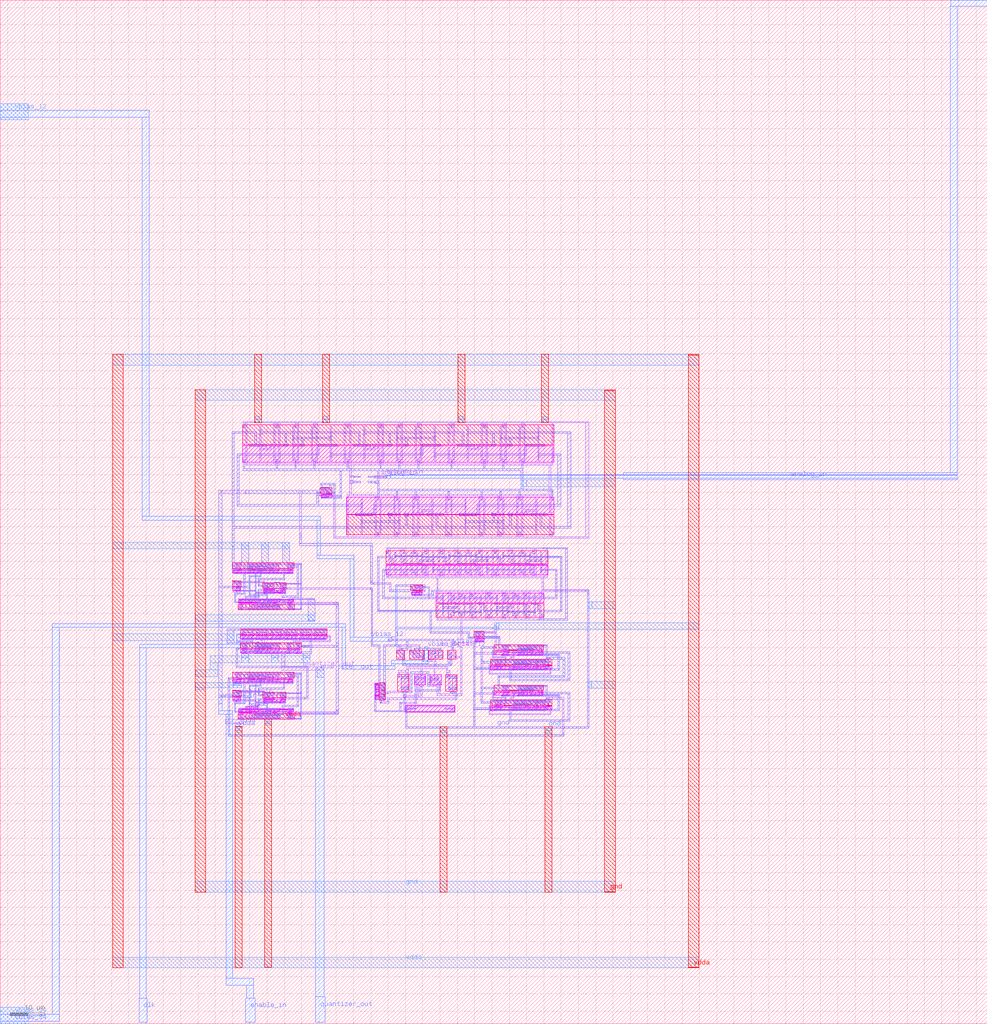
<source format=lef>
VERSION 5.7 ;
  NOWIREEXTENSIONATPIN ON ;
  DIVIDERCHAR "/" ;
  BUSBITCHARS "[]" ;
MACRO vco_adc2
  CLASS BLOCK ;
  FOREIGN vco_adc2 ;
  ORIGIN 77.180 133.620 ;
  SIZE 285.330 BY 295.770 ;
  PIN vbias_12
    DIRECTION INPUT ;
    USE SIGNAL ;
    ANTENNAGATEAREA 1.800000 ;
    PORT
      LAYER li1 ;
        RECT 38.900 -25.650 39.200 -25.150 ;
        RECT 53.450 -25.700 53.950 -25.200 ;
      LAYER met1 ;
        RECT 35.000 -22.500 36.100 -22.000 ;
        RECT 35.000 -23.000 53.950 -22.500 ;
        RECT 35.000 -23.100 36.100 -23.000 ;
        RECT 40.250 -25.150 40.750 -23.000 ;
        RECT 38.700 -25.650 40.750 -25.150 ;
        RECT 53.450 -25.700 53.950 -23.000 ;
      LAYER met2 ;
        RECT -77.180 130.350 -69.020 132.260 ;
        RECT -77.180 128.350 -34.150 130.350 ;
        RECT -77.180 127.500 -69.020 128.350 ;
        RECT -36.150 12.950 -34.150 128.350 ;
        RECT -36.150 11.850 15.500 12.950 ;
        RECT 14.400 1.800 15.500 11.850 ;
        RECT 14.400 0.700 25.100 1.800 ;
        RECT 24.000 -22.000 25.100 0.700 ;
        RECT 24.000 -23.100 36.100 -22.000 ;
      LAYER met3 ;
        RECT -77.180 127.500 -69.020 132.260 ;
    END
  END vbias_12
  PIN vbias_34
    DIRECTION INPUT ;
    USE SIGNAL ;
    ANTENNAGATEAREA 5.400000 ;
    PORT
      LAYER li1 ;
        RECT 42.650 -25.650 43.650 -25.150 ;
        RECT 47.950 -25.650 50.250 -25.150 ;
      LAYER met1 ;
        RECT 45.550 -25.150 46.550 -24.650 ;
        RECT 42.450 -25.650 50.250 -25.150 ;
      LAYER met2 ;
        RECT -62.100 -19.000 22.700 -18.000 ;
        RECT -77.180 -130.850 -69.020 -128.860 ;
        RECT -62.100 -130.850 -60.100 -19.000 ;
        RECT 21.700 -30.250 22.700 -19.000 ;
        RECT 45.550 -28.600 46.550 -24.650 ;
        RECT 36.000 -29.600 46.550 -28.600 ;
        RECT 36.000 -30.250 37.000 -29.600 ;
        RECT 21.700 -31.250 37.000 -30.250 ;
        RECT -77.180 -132.850 -60.100 -130.850 ;
        RECT -77.180 -133.620 -69.020 -132.850 ;
      LAYER met3 ;
        RECT -77.180 -133.620 -69.020 -128.860 ;
    END
  END vbias_34
  PIN analog_in
    DIRECTION INPUT ;
    USE SIGNAL ;
    PORT
      LAYER li1 ;
        RECT 31.000 24.600 34.500 24.700 ;
        RECT 29.185 24.280 34.500 24.600 ;
        RECT 31.000 24.000 34.500 24.280 ;
      LAYER met1 ;
        RECT 34.450 24.700 35.700 24.800 ;
        RECT 29.125 24.250 31.230 24.630 ;
        RECT 33.500 24.000 35.700 24.700 ;
      LAYER met2 ;
        RECT 197.570 160.310 208.150 162.150 ;
        RECT 197.450 25.500 199.450 160.310 ;
        RECT 103.000 25.000 199.450 25.500 ;
        RECT 35.700 24.800 199.450 25.000 ;
        RECT 34.450 24.000 199.450 24.800 ;
        RECT 103.000 23.500 199.450 24.000 ;
    END
  END analog_in
  PIN enable_in
    DIRECTION INPUT ;
    USE SIGNAL ;
    ANTENNAGATEAREA 1.437000 ;
    PORT
      LAYER li1 ;
        RECT -14.000 19.450 -5.150 20.450 ;
        RECT 9.250 19.450 10.250 20.450 ;
        RECT 14.350 20.050 15.250 20.150 ;
        RECT 15.625 20.050 16.085 20.115 ;
        RECT 14.350 19.750 16.085 20.050 ;
        RECT 14.350 19.650 15.250 19.750 ;
        RECT 9.450 6.850 10.000 19.450 ;
        RECT 15.625 19.385 16.085 19.750 ;
        RECT 29.900 -6.150 30.500 -5.700 ;
        RECT 29.900 -6.650 35.900 -6.150 ;
        RECT -8.955 -7.575 -8.625 -7.325 ;
        RECT 35.400 -8.250 35.900 -6.650 ;
        RECT 35.400 -8.800 36.600 -8.250 ;
        RECT 42.525 -8.765 42.985 -8.035 ;
        RECT -14.000 -39.300 -9.300 -38.900 ;
        RECT -8.955 -39.225 -8.625 -38.975 ;
      LAYER met1 ;
        RECT -14.000 -7.250 -13.000 20.450 ;
        RECT -6.150 19.450 15.250 20.450 ;
        RECT 9.450 5.150 10.000 7.950 ;
        RECT 9.450 4.550 30.500 5.150 ;
        RECT 29.900 -6.150 30.500 4.550 ;
        RECT 29.900 -6.650 30.850 -6.150 ;
        RECT -14.000 -7.650 -8.600 -7.250 ;
        RECT -14.000 -38.900 -13.000 -7.650 ;
        RECT 35.400 -8.800 43.000 -8.250 ;
        RECT -14.000 -39.300 -12.800 -38.900 ;
        RECT -10.500 -39.300 -8.600 -38.900 ;
        RECT -14.000 -41.200 -13.000 -39.300 ;
      LAYER met2 ;
        RECT -14.000 -43.200 -13.000 -39.300 ;
        RECT -14.000 -44.200 -9.900 -43.200 ;
        RECT -11.900 -120.500 -9.900 -44.200 ;
        RECT -11.900 -122.500 -3.950 -120.500 ;
        RECT -5.950 -126.270 -3.950 -122.500 ;
        RECT -6.240 -133.170 -3.480 -126.270 ;
    END
  END enable_in
  PIN clk
    DIRECTION INPUT ;
    USE SIGNAL ;
    ANTENNAGATEAREA 0.285000 ;
    PORT
      LAYER li1 ;
        RECT -7.325 -21.405 -6.635 -20.845 ;
        RECT -3.520 -25.485 -3.170 -24.835 ;
      LAYER met1 ;
        RECT -7.320 -20.950 -6.620 -20.830 ;
        RECT -8.850 -21.300 -6.620 -20.950 ;
        RECT -8.850 -22.950 -7.850 -21.300 ;
        RECT -7.320 -21.400 -6.620 -21.300 ;
        RECT -8.850 -23.300 -4.000 -22.950 ;
        RECT -4.350 -24.800 -4.000 -23.300 ;
        RECT -4.350 -24.840 -3.200 -24.800 ;
        RECT -4.350 -25.150 -3.190 -24.840 ;
        RECT -3.540 -25.490 -3.190 -25.150 ;
      LAYER met2 ;
        RECT -8.850 -24.000 -7.850 -20.950 ;
        RECT -36.900 -25.000 -7.850 -24.000 ;
        RECT -36.900 -126.270 -34.900 -25.000 ;
        RECT -37.030 -133.170 -34.730 -126.270 ;
    END
  END clk
  PIN quantizer_out
    DIRECTION OUTPUT ;
    USE SIGNAL ;
    ANTENNAGATEAREA 0.247500 ;
    ANTENNADIFFAREA 0.429000 ;
    PORT
      LAYER li1 ;
        RECT 3.275 -24.885 3.605 -24.040 ;
        RECT 3.275 -24.965 3.665 -24.885 ;
        RECT 3.450 -25.015 3.665 -24.965 ;
        RECT 3.495 -25.150 3.665 -25.015 ;
        RECT 5.735 -25.150 6.070 -25.135 ;
        RECT 3.495 -25.400 6.070 -25.150 ;
        RECT 3.495 -25.595 3.665 -25.400 ;
        RECT 3.440 -25.635 3.665 -25.595 ;
        RECT 3.285 -25.720 3.665 -25.635 ;
        RECT 3.285 -26.155 3.615 -25.720 ;
        RECT 4.250 -30.550 5.250 -25.400 ;
        RECT 5.735 -25.405 6.070 -25.400 ;
        RECT 4.250 -31.550 16.400 -30.550 ;
      LAYER met1 ;
        RECT 14.400 -33.450 16.400 -30.550 ;
      LAYER met2 ;
        RECT 14.000 -30.550 16.000 -30.500 ;
        RECT 14.000 -125.790 16.400 -30.550 ;
        RECT 14.000 -133.150 16.760 -125.790 ;
    END
  END quantizer_out
  PIN vdda
    DIRECTION INOUT ;
    USE POWER ;
    PORT
      LAYER nwell ;
        RECT -7.100 33.650 82.900 39.450 ;
        RECT 15.350 19.700 18.750 21.300 ;
        RECT 15.350 19.695 18.030 19.700 ;
        RECT 22.900 7.600 82.900 13.400 ;
        RECT -10.000 -2.180 7.750 -0.480 ;
        RECT -9.950 -5.740 -9.050 -5.680 ;
        RECT -9.950 -7.345 -7.490 -5.740 ;
        RECT 2.350 -6.210 3.350 -6.180 ;
        RECT -9.950 -7.380 -9.100 -7.345 ;
        RECT -1.240 -7.815 5.560 -6.210 ;
        RECT 2.350 -7.830 3.350 -7.815 ;
        RECT 41.400 -8.450 44.930 -6.850 ;
        RECT 42.250 -8.455 44.930 -8.450 ;
        RECT -6.650 -12.395 -5.800 -12.380 ;
        RECT 4.100 -12.395 5.900 -12.380 ;
        RECT -8.390 -14.000 7.890 -12.395 ;
        RECT -6.650 -14.030 -5.800 -14.000 ;
        RECT 4.100 -14.030 6.050 -14.000 ;
        RECT -7.400 -19.550 17.300 -19.500 ;
        RECT -7.600 -21.200 17.300 -19.550 ;
        RECT 59.850 -21.850 62.700 -20.250 ;
        RECT 59.850 -21.855 62.070 -21.850 ;
        RECT -6.450 -23.550 9.900 -23.500 ;
        RECT -7.600 -25.200 9.900 -23.550 ;
        RECT 65.550 -24.150 67.700 -24.100 ;
        RECT 37.400 -28.250 39.800 -25.650 ;
        RECT 41.150 -28.250 45.350 -25.650 ;
        RECT 65.550 -25.750 79.940 -24.150 ;
        RECT 67.600 -25.755 79.940 -25.750 ;
        RECT 70.200 -25.800 72.300 -25.755 ;
        RECT 64.550 -29.950 82.300 -28.350 ;
        RECT 65.400 -29.955 82.300 -29.950 ;
        RECT 68.500 -30.000 70.850 -29.955 ;
        RECT 80.800 -30.000 82.300 -29.955 ;
        RECT -10.000 -33.830 7.750 -32.130 ;
        RECT 32.545 -37.250 34.150 -35.100 ;
        RECT -9.950 -37.390 -9.050 -37.330 ;
        RECT -9.950 -38.995 -7.490 -37.390 ;
        RECT 2.350 -37.860 3.350 -37.830 ;
        RECT -9.950 -39.030 -9.100 -38.995 ;
        RECT -1.240 -39.465 5.560 -37.860 ;
        RECT 32.500 -38.400 34.150 -37.250 ;
        RECT 65.550 -35.850 67.700 -35.800 ;
        RECT 65.550 -37.450 79.940 -35.850 ;
        RECT 67.600 -37.455 79.940 -37.450 ;
        RECT 70.200 -37.500 72.300 -37.455 ;
        RECT 2.350 -39.480 3.350 -39.465 ;
        RECT 32.545 -40.160 34.150 -38.400 ;
        RECT 64.550 -41.650 82.300 -40.050 ;
        RECT 65.400 -41.655 82.300 -41.650 ;
        RECT 68.500 -41.700 70.850 -41.655 ;
        RECT 80.800 -41.700 82.300 -41.655 ;
        RECT -6.650 -44.045 -5.800 -44.030 ;
        RECT 4.100 -44.045 5.900 -44.030 ;
        RECT -8.390 -45.650 7.890 -44.045 ;
        RECT -6.650 -45.680 -5.800 -45.650 ;
        RECT 4.100 -45.680 6.050 -45.650 ;
      LAYER li1 ;
        RECT -6.900 39.950 93.100 40.350 ;
        RECT -6.900 38.600 -6.500 39.950 ;
        RECT -6.200 34.050 -5.800 39.950 ;
        RECT 1.900 34.050 2.300 39.950 ;
        RECT 2.600 39.050 3.000 39.950 ;
        RECT 3.300 39.050 3.700 39.950 ;
        RECT 2.600 38.600 3.700 39.050 ;
        RECT 8.050 39.050 8.450 39.950 ;
        RECT 8.750 39.050 9.150 39.950 ;
        RECT 8.050 38.600 9.150 39.050 ;
        RECT 13.500 38.600 13.900 39.950 ;
        RECT 3.300 34.050 3.700 38.600 ;
        RECT 8.750 34.050 9.150 38.600 ;
        RECT 14.200 34.050 14.600 39.950 ;
        RECT 22.300 34.050 22.700 39.950 ;
        RECT 23.100 38.600 23.500 39.950 ;
        RECT 23.800 34.050 24.200 39.950 ;
        RECT 31.900 34.050 32.300 39.950 ;
        RECT 32.600 39.050 33.000 39.950 ;
        RECT 33.300 39.050 33.700 39.950 ;
        RECT 32.600 38.600 33.700 39.050 ;
        RECT 38.050 39.050 38.450 39.950 ;
        RECT 38.750 39.050 39.150 39.950 ;
        RECT 38.050 38.600 39.150 39.050 ;
        RECT 43.500 38.600 43.900 39.950 ;
        RECT 33.300 34.050 33.700 38.600 ;
        RECT 38.750 34.050 39.150 38.600 ;
        RECT 44.200 34.050 44.600 39.950 ;
        RECT 52.300 34.050 52.700 39.950 ;
        RECT 53.100 38.600 53.500 39.950 ;
        RECT 53.800 34.050 54.200 39.950 ;
        RECT 61.900 34.050 62.300 39.950 ;
        RECT 62.600 39.050 63.000 39.950 ;
        RECT 63.300 39.050 63.700 39.950 ;
        RECT 62.600 38.600 63.700 39.050 ;
        RECT 68.050 39.050 68.450 39.950 ;
        RECT 68.750 39.050 69.150 39.950 ;
        RECT 68.050 38.600 69.150 39.050 ;
        RECT 73.500 38.600 73.900 39.950 ;
        RECT 63.300 34.050 63.700 38.600 ;
        RECT 68.750 34.050 69.150 38.600 ;
        RECT 74.200 34.050 74.600 39.950 ;
        RECT 82.300 34.050 82.700 39.950 ;
        RECT 15.540 21.025 17.840 21.195 ;
        RECT 16.055 20.625 16.990 21.025 ;
        RECT 17.515 20.050 17.755 20.345 ;
        RECT 18.100 20.250 18.500 20.750 ;
        RECT 17.515 19.550 17.950 20.050 ;
        RECT 17.515 19.365 17.755 19.550 ;
        RECT 19.150 7.100 19.650 20.050 ;
        RECT 23.100 7.100 23.500 13.000 ;
        RECT 31.200 7.100 31.600 13.000 ;
        RECT 36.650 8.450 37.050 13.000 ;
        RECT 42.100 8.450 42.500 13.000 ;
        RECT 31.900 7.100 32.300 8.450 ;
        RECT 36.650 8.000 37.750 8.450 ;
        RECT 36.650 7.100 37.050 8.000 ;
        RECT 37.350 7.100 37.750 8.000 ;
        RECT 42.100 8.000 43.200 8.450 ;
        RECT 42.100 7.100 42.500 8.000 ;
        RECT 42.800 7.100 43.200 8.000 ;
        RECT 43.500 7.100 43.900 13.000 ;
        RECT 51.600 7.100 52.000 13.000 ;
        RECT 52.300 7.100 52.700 8.450 ;
        RECT 53.100 7.100 53.500 13.000 ;
        RECT 61.200 7.100 61.600 13.000 ;
        RECT 66.650 8.450 67.050 13.000 ;
        RECT 72.100 8.450 72.500 13.000 ;
        RECT 61.900 7.100 62.300 8.450 ;
        RECT 66.650 8.000 67.750 8.450 ;
        RECT 66.650 7.100 67.050 8.000 ;
        RECT 67.350 7.100 67.750 8.000 ;
        RECT 72.100 8.000 73.200 8.450 ;
        RECT 72.100 7.100 72.500 8.000 ;
        RECT 72.800 7.100 73.200 8.000 ;
        RECT 73.500 7.100 73.900 13.000 ;
        RECT 81.600 7.100 82.000 13.000 ;
        RECT 82.300 7.100 82.700 8.450 ;
        RECT 92.100 7.100 93.100 39.950 ;
        RECT 19.150 6.700 93.100 7.100 ;
        RECT 19.150 6.600 23.500 6.700 ;
        RECT 7.450 -0.635 10.000 -0.630 ;
        RECT -9.210 -0.805 -7.370 -0.635 ;
        RECT -5.770 -0.805 3.890 -0.635 ;
        RECT 5.700 -0.805 10.000 -0.635 ;
        RECT -8.650 -1.565 -8.320 -0.805 ;
        RECT -7.720 -1.955 -7.460 -0.805 ;
        RECT -6.750 -1.580 -6.350 -1.080 ;
        RECT -5.255 -1.305 -4.925 -0.805 ;
        RECT -4.315 -1.305 -3.985 -0.805 ;
        RECT -2.340 -1.185 -1.960 -0.805 ;
        RECT -1.440 -1.185 -1.110 -0.805 ;
        RECT 0.170 -1.185 0.590 -0.805 ;
        RECT 1.260 -1.495 1.590 -0.805 ;
        RECT 2.710 -1.605 2.995 -0.805 ;
        RECT 6.260 -1.565 6.590 -0.805 ;
        RECT 7.190 -0.980 10.000 -0.805 ;
        RECT 7.190 -1.955 7.450 -0.980 ;
        RECT 9.650 -1.430 10.000 -0.980 ;
        RECT -7.850 -5.845 -0.700 -5.830 ;
        RECT -9.060 -6.015 -0.700 -5.845 ;
        RECT -9.750 -6.630 -9.350 -6.130 ;
        RECT -8.935 -7.155 -8.705 -6.015 ;
        RECT -8.035 -6.180 -0.700 -6.015 ;
        RECT -8.035 -7.155 -7.825 -6.180 ;
        RECT -1.050 -6.315 -0.700 -6.180 ;
        RECT -1.050 -6.485 2.170 -6.315 ;
        RECT 3.530 -6.330 5.370 -6.315 ;
        RECT 9.650 -6.330 10.000 -5.880 ;
        RECT 3.530 -6.485 10.000 -6.330 ;
        RECT 0.005 -7.335 0.175 -6.485 ;
        RECT 0.845 -6.995 1.015 -6.485 ;
        RECT 2.700 -7.380 3.100 -6.880 ;
        RECT 4.090 -7.245 4.420 -6.485 ;
        RECT 5.020 -6.680 10.000 -6.485 ;
        RECT 5.020 -7.635 5.280 -6.680 ;
        RECT 9.650 -7.080 10.000 -6.680 ;
        RECT 42.440 -7.125 44.740 -6.955 ;
        RECT 41.800 -7.970 42.100 -7.470 ;
        RECT 42.955 -7.525 43.890 -7.125 ;
        RECT 44.415 -8.450 44.655 -7.805 ;
        RECT 44.415 -8.750 44.800 -8.450 ;
        RECT 44.415 -8.785 44.655 -8.750 ;
        RECT -8.055 -13.725 -7.845 -12.585 ;
        RECT -7.175 -13.725 -6.945 -12.585 ;
        RECT -6.350 -13.330 -5.950 -12.830 ;
        RECT -4.835 -13.725 -4.550 -12.925 ;
        RECT -3.430 -13.725 -3.100 -13.035 ;
        RECT -2.430 -13.725 -2.010 -13.345 ;
        RECT -0.730 -13.725 -0.400 -13.345 ;
        RECT 0.120 -13.725 0.500 -13.345 ;
        RECT 2.145 -13.725 2.475 -13.225 ;
        RECT 3.085 -13.725 3.415 -13.225 ;
        RECT 5.950 -13.725 6.210 -12.575 ;
        RECT 6.810 -13.725 7.140 -12.965 ;
        RECT 9.650 -13.680 10.000 -13.230 ;
        RECT 7.650 -13.725 10.000 -13.680 ;
        RECT -8.200 -13.895 -6.820 -13.725 ;
        RECT -5.730 -13.895 3.930 -13.725 ;
        RECT 5.860 -13.895 10.000 -13.725 ;
        RECT 7.650 -14.030 10.000 -13.895 ;
        RECT -7.400 -19.655 -7.000 -19.500 ;
        RECT -7.410 -19.825 -3.730 -19.655 ;
        RECT -3.310 -19.825 0.370 -19.655 ;
        RECT 0.790 -19.825 4.470 -19.655 ;
        RECT 5.190 -19.825 8.870 -19.655 ;
        RECT 9.290 -19.825 12.970 -19.655 ;
        RECT 13.390 -19.825 17.070 -19.655 ;
        RECT -6.755 -20.285 -6.485 -19.825 ;
        RECT -4.695 -20.285 -4.370 -19.825 ;
        RECT -2.655 -20.285 -2.385 -19.825 ;
        RECT -0.595 -20.285 -0.270 -19.825 ;
        RECT 1.445 -20.285 1.715 -19.825 ;
        RECT 3.505 -20.285 3.830 -19.825 ;
        RECT 4.700 -20.650 5.100 -20.150 ;
        RECT 5.845 -20.285 6.115 -19.825 ;
        RECT 7.905 -20.285 8.230 -19.825 ;
        RECT 9.945 -20.285 10.215 -19.825 ;
        RECT 12.005 -20.285 12.330 -19.825 ;
        RECT 14.045 -20.285 14.315 -19.825 ;
        RECT 16.105 -20.285 16.430 -19.825 ;
        RECT 60.040 -20.400 61.880 -20.355 ;
        RECT 65.800 -20.400 66.250 -19.000 ;
        RECT 60.040 -20.525 66.250 -20.400 ;
        RECT 60.600 -21.285 60.930 -20.525 ;
        RECT 61.530 -20.750 66.250 -20.525 ;
        RECT 61.530 -21.675 61.790 -20.750 ;
        RECT 62.150 -21.600 62.450 -20.750 ;
        RECT -5.950 -23.655 -3.200 -23.500 ;
        RECT -7.410 -23.700 3.750 -23.655 ;
        RECT -7.410 -23.825 -5.570 -23.700 ;
        RECT -6.850 -24.585 -6.520 -23.825 ;
        RECT -5.920 -24.975 -5.660 -23.825 ;
        RECT -5.150 -24.650 -4.750 -23.700 ;
        RECT -3.610 -23.825 3.750 -23.700 ;
        RECT 5.640 -23.825 7.020 -23.655 ;
        RECT 8.290 -23.825 9.670 -23.655 ;
        RECT -3.095 -24.325 -2.765 -23.825 ;
        RECT -2.170 -24.285 -1.905 -23.825 ;
        RECT 0.000 -24.625 0.170 -23.825 ;
        RECT 1.880 -24.325 2.195 -23.825 ;
        RECT 2.935 -24.835 3.105 -23.825 ;
        RECT 5.725 -24.965 6.005 -23.825 ;
        RECT 6.675 -24.965 6.935 -23.825 ;
        RECT 8.415 -24.965 8.645 -23.825 ;
        RECT 9.315 -24.965 9.525 -23.825 ;
        RECT 37.600 -24.550 44.250 -24.150 ;
        RECT 37.600 -26.550 38.000 -24.550 ;
        RECT 38.300 -27.850 38.700 -24.550 ;
        RECT 41.350 -26.500 41.750 -24.550 ;
        RECT 42.050 -27.850 42.450 -26.050 ;
        RECT 43.850 -27.850 44.250 -24.550 ;
        RECT 65.850 -25.150 66.250 -20.750 ;
        RECT 79.700 -24.255 81.050 -24.100 ;
        RECT 67.790 -24.425 70.090 -24.255 ;
        RECT 72.390 -24.425 81.050 -24.255 ;
        RECT 67.920 -25.565 68.185 -24.425 ;
        RECT 68.855 -25.225 69.025 -24.425 ;
        RECT 69.695 -24.885 69.905 -24.425 ;
        RECT 72.905 -24.925 73.235 -24.425 ;
        RECT 73.830 -24.885 74.095 -24.425 ;
        RECT 76.000 -25.225 76.170 -24.425 ;
        RECT 77.880 -24.925 78.195 -24.425 ;
        RECT 78.935 -25.435 79.105 -24.425 ;
        RECT 79.700 -24.450 81.050 -24.425 ;
        RECT 80.650 -28.200 81.050 -24.450 ;
        RECT 61.800 -28.900 62.300 -28.300 ;
        RECT 68.350 -28.455 70.000 -28.300 ;
        RECT 65.590 -28.625 70.000 -28.455 ;
        RECT 70.990 -28.625 80.650 -28.455 ;
        RECT 61.800 -29.400 62.900 -28.900 ;
        RECT 64.850 -29.400 65.250 -28.900 ;
        RECT 7.450 -32.285 10.000 -32.280 ;
        RECT -9.210 -32.455 -7.370 -32.285 ;
        RECT -5.770 -32.455 3.890 -32.285 ;
        RECT 5.700 -32.455 10.000 -32.285 ;
        RECT -8.650 -33.215 -8.320 -32.455 ;
        RECT -7.720 -33.605 -7.460 -32.455 ;
        RECT -6.750 -33.230 -6.350 -32.730 ;
        RECT -5.255 -32.955 -4.925 -32.455 ;
        RECT -4.315 -32.955 -3.985 -32.455 ;
        RECT -2.340 -32.835 -1.960 -32.455 ;
        RECT -1.440 -32.835 -1.110 -32.455 ;
        RECT 0.170 -32.835 0.590 -32.455 ;
        RECT 1.260 -33.145 1.590 -32.455 ;
        RECT 2.710 -33.255 2.995 -32.455 ;
        RECT 6.260 -33.215 6.590 -32.455 ;
        RECT 7.190 -32.630 10.000 -32.455 ;
        RECT 7.190 -33.605 7.450 -32.630 ;
        RECT 9.650 -33.080 10.000 -32.630 ;
        RECT 33.875 -35.850 34.045 -35.290 ;
        RECT 33.115 -36.180 34.045 -35.850 ;
        RECT 33.875 -36.780 34.045 -36.180 ;
        RECT 32.725 -37.040 34.045 -36.780 ;
        RECT 33.875 -37.130 34.045 -37.040 ;
        RECT 61.800 -36.350 62.300 -29.400 ;
        RECT 66.185 -29.425 66.425 -28.625 ;
        RECT 66.945 -29.425 67.275 -28.625 ;
        RECT 67.785 -29.775 68.115 -28.625 ;
        RECT 68.350 -28.750 70.000 -28.625 ;
        RECT 71.505 -29.125 71.835 -28.625 ;
        RECT 72.430 -29.085 72.695 -28.625 ;
        RECT 74.600 -29.425 74.770 -28.625 ;
        RECT 76.480 -29.125 76.795 -28.625 ;
        RECT 77.540 -29.635 77.710 -28.625 ;
        RECT 78.380 -29.540 78.555 -28.625 ;
        RECT 79.415 -29.765 79.630 -28.625 ;
        RECT 80.305 -29.765 80.555 -28.625 ;
        RECT 81.000 -29.750 81.500 -29.350 ;
        RECT 79.700 -35.955 81.050 -35.800 ;
        RECT 67.790 -36.125 70.090 -35.955 ;
        RECT 72.390 -36.125 81.050 -35.955 ;
        RECT 61.800 -36.850 62.900 -36.350 ;
        RECT 65.850 -36.850 66.250 -36.350 ;
        RECT -7.850 -37.495 -0.700 -37.480 ;
        RECT -9.060 -37.665 -0.700 -37.495 ;
        RECT -9.750 -38.280 -9.350 -37.780 ;
        RECT -8.935 -38.805 -8.705 -37.665 ;
        RECT -8.035 -37.830 -0.700 -37.665 ;
        RECT -8.035 -38.805 -7.825 -37.830 ;
        RECT -1.050 -37.965 -0.700 -37.830 ;
        RECT -1.050 -38.135 2.170 -37.965 ;
        RECT 3.530 -37.980 5.370 -37.965 ;
        RECT 9.650 -37.980 10.000 -37.530 ;
        RECT 32.900 -37.750 33.400 -37.350 ;
        RECT 61.800 -37.450 62.300 -36.850 ;
        RECT 67.920 -37.265 68.185 -36.125 ;
        RECT 68.855 -36.925 69.025 -36.125 ;
        RECT 69.695 -36.585 69.905 -36.125 ;
        RECT 72.905 -36.625 73.235 -36.125 ;
        RECT 73.830 -36.585 74.095 -36.125 ;
        RECT 76.000 -36.925 76.170 -36.125 ;
        RECT 77.880 -36.625 78.195 -36.125 ;
        RECT 78.935 -37.135 79.105 -36.125 ;
        RECT 79.700 -36.150 81.050 -36.125 ;
        RECT 3.530 -38.135 10.000 -37.980 ;
        RECT 0.005 -38.985 0.175 -38.135 ;
        RECT 0.845 -38.645 1.015 -38.135 ;
        RECT 2.700 -39.030 3.100 -38.530 ;
        RECT 4.090 -38.895 4.420 -38.135 ;
        RECT 5.020 -38.330 10.000 -38.135 ;
        RECT 5.020 -39.285 5.280 -38.330 ;
        RECT 9.650 -38.730 10.000 -38.330 ;
        RECT 33.875 -38.715 34.045 -38.590 ;
        RECT 32.735 -38.945 34.045 -38.715 ;
        RECT 33.875 -39.615 34.045 -38.945 ;
        RECT 32.735 -39.825 34.045 -39.615 ;
        RECT 33.875 -39.970 34.045 -39.825 ;
        RECT 80.650 -39.900 81.050 -36.150 ;
        RECT 68.350 -40.155 70.000 -40.000 ;
        RECT 65.590 -40.325 70.000 -40.155 ;
        RECT 70.990 -40.325 80.650 -40.155 ;
        RECT 64.850 -41.100 65.250 -40.600 ;
        RECT 66.185 -41.125 66.425 -40.325 ;
        RECT 66.945 -41.125 67.275 -40.325 ;
        RECT 67.785 -41.475 68.115 -40.325 ;
        RECT 68.350 -40.450 70.000 -40.325 ;
        RECT 71.505 -40.825 71.835 -40.325 ;
        RECT 72.430 -40.785 72.695 -40.325 ;
        RECT 74.600 -41.125 74.770 -40.325 ;
        RECT 76.480 -40.825 76.795 -40.325 ;
        RECT 77.540 -41.335 77.710 -40.325 ;
        RECT 78.380 -41.240 78.555 -40.325 ;
        RECT 79.415 -41.465 79.630 -40.325 ;
        RECT 80.305 -41.465 80.555 -40.325 ;
        RECT 81.000 -41.450 81.500 -41.050 ;
        RECT -8.055 -45.375 -7.845 -44.235 ;
        RECT -7.175 -45.375 -6.945 -44.235 ;
        RECT -6.350 -44.980 -5.950 -44.480 ;
        RECT -4.835 -45.375 -4.550 -44.575 ;
        RECT -3.430 -45.375 -3.100 -44.685 ;
        RECT -2.430 -45.375 -2.010 -44.995 ;
        RECT -0.730 -45.375 -0.400 -44.995 ;
        RECT 0.120 -45.375 0.500 -44.995 ;
        RECT 2.145 -45.375 2.475 -44.875 ;
        RECT 3.085 -45.375 3.415 -44.875 ;
        RECT 5.950 -45.375 6.210 -44.225 ;
        RECT 6.810 -45.375 7.140 -44.615 ;
        RECT 9.650 -45.330 10.000 -44.880 ;
        RECT 7.650 -45.375 10.000 -45.330 ;
        RECT -8.200 -45.545 -6.820 -45.375 ;
        RECT -5.730 -45.545 3.930 -45.375 ;
        RECT 5.860 -45.545 10.000 -45.375 ;
        RECT -8.200 -45.700 -6.900 -45.545 ;
        RECT 7.650 -45.680 10.000 -45.545 ;
        RECT -12.000 -46.900 -6.900 -45.700 ;
        RECT -9.200 -47.800 -6.900 -46.900 ;
      LAYER met1 ;
        RECT -3.550 39.950 -1.550 40.350 ;
        RECT 16.100 39.950 18.100 40.350 ;
        RECT 55.200 39.950 57.200 40.350 ;
        RECT 79.350 39.950 81.350 40.350 ;
        RECT -6.900 38.600 -6.500 39.100 ;
        RECT 2.600 38.600 3.000 39.100 ;
        RECT 8.050 38.600 8.450 39.100 ;
        RECT 13.500 38.600 13.900 39.100 ;
        RECT 23.100 38.600 23.500 39.100 ;
        RECT 32.600 38.600 33.000 39.100 ;
        RECT 38.050 38.600 38.450 39.100 ;
        RECT 43.500 38.600 43.900 39.100 ;
        RECT 53.100 38.600 53.500 39.100 ;
        RECT 62.600 38.600 63.000 39.100 ;
        RECT 68.050 38.600 68.450 39.100 ;
        RECT 73.500 38.600 73.900 39.100 ;
        RECT 15.450 22.050 19.650 22.550 ;
        RECT 15.550 21.350 16.050 22.050 ;
        RECT 15.540 20.870 17.840 21.350 ;
        RECT 18.100 20.250 18.500 22.050 ;
        RECT 17.350 19.850 17.950 20.150 ;
        RECT 19.150 19.850 19.650 22.050 ;
        RECT 17.350 19.550 19.650 19.850 ;
        RECT 31.900 7.950 32.300 8.450 ;
        RECT 37.350 7.950 37.750 8.450 ;
        RECT 42.800 7.950 43.200 8.450 ;
        RECT 52.300 7.950 52.700 8.450 ;
        RECT 61.900 7.950 62.300 8.450 ;
        RECT 67.350 7.950 67.750 8.450 ;
        RECT 72.800 7.950 73.200 8.450 ;
        RECT 82.300 7.950 82.700 8.450 ;
        RECT -7.400 -0.480 -5.400 5.550 ;
        RECT -1.600 -0.480 0.400 5.550 ;
        RECT 4.450 -0.480 6.450 5.550 ;
        RECT -9.210 -0.960 7.540 -0.480 ;
        RECT -7.400 -0.980 -5.700 -0.960 ;
        RECT 3.850 -0.980 5.700 -0.960 ;
        RECT 9.200 -0.980 10.000 -0.630 ;
        RECT -6.750 -1.580 -6.350 -0.980 ;
        RECT -9.750 -5.690 -9.000 -5.680 ;
        RECT -9.750 -6.170 -7.680 -5.690 ;
        RECT 2.150 -6.160 3.550 -6.130 ;
        RECT -9.750 -6.180 -9.000 -6.170 ;
        RECT -9.750 -6.630 -9.350 -6.180 ;
        RECT -1.050 -6.630 5.370 -6.160 ;
        RECT -1.050 -6.640 2.170 -6.630 ;
        RECT 2.700 -7.380 3.100 -6.630 ;
        RECT 3.530 -6.640 5.370 -6.630 ;
        RECT -8.200 -13.580 -6.820 -13.570 ;
        RECT -6.350 -13.580 -5.950 -12.830 ;
        RECT -5.730 -13.580 3.930 -13.570 ;
        RECT 5.860 -13.580 7.700 -13.570 ;
        RECT -8.200 -14.030 7.700 -13.580 ;
        RECT 9.650 -13.680 10.000 -0.980 ;
        RECT 37.100 -7.250 45.600 -6.800 ;
        RECT 41.800 -7.970 42.100 -7.250 ;
        RECT 42.440 -7.280 44.740 -7.250 ;
        RECT 45.250 -8.450 45.600 -7.250 ;
        RECT 44.400 -8.800 45.600 -8.450 ;
        RECT 9.250 -14.030 10.000 -13.680 ;
        RECT -8.200 -14.050 -6.820 -14.030 ;
        RECT -5.730 -14.050 3.930 -14.030 ;
        RECT 5.860 -14.050 7.700 -14.030 ;
        RECT 65.800 -19.000 66.250 -17.700 ;
        RECT 65.200 -19.450 66.250 -19.000 ;
        RECT -11.600 -19.980 17.070 -19.500 ;
        RECT -11.600 -20.000 -7.300 -19.980 ;
        RECT -3.750 -20.000 -3.250 -19.980 ;
        RECT 0.350 -20.000 0.850 -19.980 ;
        RECT 4.450 -20.000 5.200 -19.980 ;
        RECT 8.850 -20.000 9.300 -19.980 ;
        RECT 12.950 -20.000 13.400 -19.980 ;
        RECT -11.600 -23.500 -9.600 -20.000 ;
        RECT 4.700 -20.650 5.100 -20.000 ;
        RECT 60.040 -20.680 61.880 -20.200 ;
        RECT 62.150 -21.600 62.450 -21.100 ;
        RECT -11.600 -23.980 -5.570 -23.500 ;
        RECT -3.610 -23.980 9.670 -23.500 ;
        RECT -11.600 -24.000 -7.300 -23.980 ;
        RECT 3.750 -24.000 5.650 -23.980 ;
        RECT 7.000 -24.000 8.300 -23.980 ;
        RECT -5.150 -24.650 -4.750 -24.150 ;
        RECT 33.700 -24.550 38.700 -24.150 ;
        RECT -9.210 -32.610 7.540 -32.130 ;
        RECT -7.400 -32.630 -5.700 -32.610 ;
        RECT 3.850 -32.630 5.700 -32.610 ;
        RECT 9.200 -32.630 10.000 -32.280 ;
        RECT -6.750 -33.230 -6.350 -32.630 ;
        RECT -9.750 -37.340 -9.000 -37.330 ;
        RECT -9.750 -37.820 -7.680 -37.340 ;
        RECT 2.150 -37.810 3.550 -37.780 ;
        RECT -9.750 -37.830 -9.000 -37.820 ;
        RECT -9.750 -38.280 -9.350 -37.830 ;
        RECT -1.050 -38.280 5.370 -37.810 ;
        RECT -1.050 -38.290 2.170 -38.280 ;
        RECT 2.700 -39.030 3.100 -38.280 ;
        RECT 3.530 -38.290 5.370 -38.280 ;
        RECT -8.200 -45.230 -6.820 -45.220 ;
        RECT -6.350 -45.230 -5.950 -44.480 ;
        RECT -5.730 -45.230 3.930 -45.220 ;
        RECT 5.860 -45.230 7.700 -45.220 ;
        RECT -8.200 -45.680 7.700 -45.230 ;
        RECT 9.650 -45.330 10.000 -32.630 ;
        RECT 33.700 -35.300 34.200 -24.550 ;
        RECT 67.790 -24.580 79.750 -24.100 ;
        RECT 70.050 -24.600 72.500 -24.580 ;
        RECT 61.800 -25.150 66.250 -24.650 ;
        RECT 37.600 -26.550 38.000 -26.050 ;
        RECT 41.350 -26.500 41.750 -26.000 ;
        RECT 42.050 -26.200 42.450 -26.050 ;
        RECT 43.850 -26.200 44.250 -26.050 ;
        RECT 42.050 -26.700 44.250 -26.200 ;
        RECT 42.050 -26.850 42.450 -26.700 ;
        RECT 43.850 -26.850 44.250 -26.700 ;
        RECT 61.800 -28.900 62.300 -25.150 ;
        RECT 80.650 -28.300 81.050 -27.800 ;
        RECT 64.850 -28.750 68.350 -28.300 ;
        RECT 69.500 -28.750 81.050 -28.300 ;
        RECT 64.850 -28.900 65.250 -28.750 ;
        RECT 65.590 -28.780 68.350 -28.750 ;
        RECT 70.990 -28.780 81.050 -28.750 ;
        RECT 80.650 -28.800 81.050 -28.780 ;
        RECT 61.800 -29.400 65.250 -28.900 ;
        RECT 81.000 -29.750 81.500 -29.350 ;
        RECT 33.720 -37.100 34.200 -35.300 ;
        RECT 67.790 -36.280 79.750 -35.800 ;
        RECT 70.050 -36.300 72.500 -36.280 ;
        RECT 33.700 -37.350 34.200 -37.100 ;
        RECT 32.900 -37.750 34.200 -37.350 ;
        RECT 33.700 -38.600 34.200 -37.750 ;
        RECT 33.720 -39.970 34.200 -38.600 ;
        RECT 61.800 -36.850 66.250 -36.350 ;
        RECT 61.800 -40.600 62.300 -36.850 ;
        RECT 80.650 -40.000 81.050 -39.500 ;
        RECT 64.850 -40.450 68.350 -40.000 ;
        RECT 69.500 -40.450 81.050 -40.000 ;
        RECT 64.850 -40.600 65.250 -40.450 ;
        RECT 65.590 -40.480 68.350 -40.450 ;
        RECT 70.990 -40.480 81.050 -40.450 ;
        RECT 80.650 -40.500 81.050 -40.480 ;
        RECT 61.800 -41.100 65.250 -40.600 ;
        RECT 81.000 -41.450 81.500 -41.050 ;
        RECT 9.250 -45.680 10.000 -45.330 ;
        RECT -8.200 -45.700 -6.200 -45.680 ;
        RECT -5.730 -45.700 4.900 -45.680 ;
        RECT 5.860 -45.700 7.700 -45.680 ;
        RECT -0.750 -46.250 1.250 -45.700 ;
        RECT -9.200 -47.700 -8.000 -46.600 ;
        RECT -9.200 -48.850 -7.200 -47.700 ;
      LAYER met2 ;
        RECT -3.550 39.950 -1.550 41.050 ;
        RECT 16.100 39.950 18.100 41.050 ;
        RECT 55.200 39.950 57.200 41.100 ;
        RECT 79.350 39.950 81.350 41.050 ;
        RECT -7.400 3.550 -5.400 5.550 ;
        RECT -1.600 3.550 0.400 5.550 ;
        RECT 4.450 3.550 6.450 5.550 ;
        RECT 37.100 -19.000 37.600 -6.800 ;
        RECT 65.800 -19.000 67.100 -17.700 ;
        RECT 37.100 -19.450 67.100 -19.000 ;
        RECT -11.600 -22.950 -9.600 -20.950 ;
        RECT 37.100 -24.550 37.600 -19.450 ;
        RECT 65.800 -19.700 67.100 -19.450 ;
        RECT -0.750 -46.800 1.250 -45.700 ;
        RECT -9.200 -48.850 -7.200 -47.750 ;
      LAYER met3 ;
        RECT -44.650 56.700 124.800 59.800 ;
        RECT -3.550 40.350 -1.550 41.850 ;
        RECT 16.100 40.350 18.100 41.850 ;
        RECT 55.200 40.350 57.200 41.850 ;
        RECT 79.350 40.350 81.350 41.750 ;
        RECT -44.650 3.550 6.450 5.550 ;
        RECT 65.800 -19.650 124.800 -17.700 ;
        RECT 65.800 -19.700 119.750 -19.650 ;
        RECT -44.650 -22.950 -9.600 -20.950 ;
        RECT -0.750 -47.400 1.250 -46.200 ;
        RECT -9.200 -49.500 -7.200 -48.200 ;
        RECT -44.650 -117.400 124.800 -114.400 ;
      LAYER met4 ;
        RECT -44.650 -117.400 -41.550 59.800 ;
        RECT -3.550 39.950 -1.550 59.800 ;
        RECT 16.100 39.950 18.100 59.800 ;
        RECT 55.200 39.950 57.200 59.800 ;
        RECT 79.350 39.950 81.350 59.800 ;
        RECT 121.800 59.500 124.800 59.800 ;
        RECT -9.200 -117.400 -7.200 -47.750 ;
        RECT -0.750 -117.350 1.250 -45.700 ;
        RECT 121.780 -117.380 124.800 59.500 ;
        RECT 121.800 -117.400 124.800 -117.380 ;
    END
  END vdda
  PIN gnd
    DIRECTION INOUT ;
    USE GROUND ;
    PORT
      LAYER pwell ;
        RECT -7.100 28.600 82.900 33.400 ;
        RECT 16.030 19.400 17.835 19.405 ;
        RECT 16.030 19.175 18.750 19.400 ;
        RECT 15.545 18.500 18.750 19.175 ;
        RECT 15.545 18.495 17.835 18.500 ;
        RECT 15.690 18.305 15.860 18.495 ;
        RECT 22.900 13.650 82.900 18.450 ;
        RECT 34.400 -1.150 36.700 -1.050 ;
        RECT 36.900 -1.150 47.600 -1.050 ;
        RECT 47.800 -1.150 52.300 -1.050 ;
        RECT 52.500 -1.150 63.200 -1.050 ;
        RECT 63.400 -1.150 67.900 -1.050 ;
        RECT 68.100 -1.150 78.800 -1.050 ;
        RECT 79.000 -1.150 81.200 -1.050 ;
        RECT -8.720 -2.630 -7.375 -2.425 ;
        RECT -10.000 -2.655 -9.150 -2.630 ;
        RECT -8.720 -2.655 -5.750 -2.630 ;
        RECT -4.405 -2.655 -3.485 -2.435 ;
        RECT 2.595 -2.535 3.515 -2.425 ;
        RECT 1.180 -2.630 3.515 -2.535 ;
        RECT 1.180 -2.655 5.750 -2.630 ;
        RECT 6.190 -2.655 7.535 -2.425 ;
        RECT -10.000 -3.330 7.535 -2.655 ;
        RECT -9.205 -3.335 -7.375 -3.330 ;
        RECT -5.765 -3.335 3.515 -3.330 ;
        RECT 5.705 -3.335 7.535 -3.330 ;
        RECT -9.065 -3.525 -8.895 -3.335 ;
        RECT -5.625 -3.525 -5.455 -3.335 ;
        RECT 5.845 -3.525 6.015 -3.335 ;
        RECT 34.400 -3.850 81.200 -1.150 ;
        RECT -9.950 -7.635 -9.000 -7.630 ;
        RECT -9.950 -8.530 -7.695 -7.635 ;
        RECT -9.045 -8.545 -7.695 -8.530 ;
        RECT -1.005 -8.330 2.165 -8.105 ;
        RECT -1.005 -8.335 3.550 -8.330 ;
        RECT 4.020 -8.335 5.365 -8.105 ;
        RECT -8.915 -8.735 -8.745 -8.545 ;
        RECT -1.005 -9.015 5.365 -8.335 ;
        RECT 42.930 -8.975 44.735 -8.745 ;
        RECT 42.445 -8.980 44.735 -8.975 ;
        RECT -0.905 -9.205 -0.735 -9.015 ;
        RECT 2.150 -9.030 3.550 -9.015 ;
        RECT 3.675 -9.205 3.845 -9.015 ;
        RECT 41.780 -9.655 44.735 -8.980 ;
        RECT 41.780 -9.660 42.450 -9.655 ;
        RECT 42.590 -9.845 42.760 -9.655 ;
        RECT -7.135 -11.195 -6.965 -11.005 ;
        RECT -6.850 -11.195 -5.350 -11.180 ;
        RECT 3.615 -11.195 3.785 -11.005 ;
        RECT 3.900 -11.195 5.900 -11.180 ;
        RECT 7.385 -11.195 7.555 -11.005 ;
        RECT -8.185 -11.875 7.695 -11.195 ;
        RECT -8.185 -11.995 -3.020 -11.875 ;
        RECT -8.185 -12.105 -4.435 -11.995 ;
        RECT 1.645 -12.095 2.565 -11.875 ;
        RECT 3.900 -11.880 7.210 -11.875 ;
        RECT 5.865 -12.105 7.210 -11.880 ;
        RECT 48.850 -11.950 80.050 -9.250 ;
        RECT 48.850 -12.050 51.050 -11.950 ;
        RECT 51.250 -12.050 61.950 -11.950 ;
        RECT 62.150 -12.050 66.650 -11.950 ;
        RECT 66.850 -12.050 77.550 -11.950 ;
        RECT 77.750 -12.050 80.050 -11.950 ;
        RECT -6.850 -12.130 -5.350 -12.105 ;
        RECT -7.600 -22.400 17.300 -21.400 ;
        RECT 60.530 -22.150 61.875 -22.145 ;
        RECT 60.530 -22.375 62.700 -22.150 ;
        RECT -7.265 -22.545 -7.095 -22.400 ;
        RECT -3.165 -22.545 -2.995 -22.400 ;
        RECT 0.935 -22.545 1.105 -22.400 ;
        RECT 5.335 -22.545 5.505 -22.400 ;
        RECT 9.435 -22.545 9.605 -22.400 ;
        RECT 13.535 -22.545 13.705 -22.400 ;
        RECT 60.045 -23.050 62.700 -22.375 ;
        RECT 60.045 -23.055 61.875 -23.050 ;
        RECT 60.185 -23.245 60.355 -23.055 ;
        RECT -7.600 -26.400 9.900 -25.400 ;
        RECT 65.550 -26.045 67.900 -26.000 ;
        RECT 65.550 -26.250 70.035 -26.045 ;
        RECT 65.550 -26.275 72.450 -26.250 ;
        RECT 75.910 -26.275 76.820 -26.055 ;
        RECT 78.355 -26.275 79.705 -26.045 ;
        RECT -7.265 -26.545 -7.095 -26.400 ;
        RECT -3.465 -26.545 -3.295 -26.400 ;
        RECT 5.780 -26.545 5.950 -26.400 ;
        RECT 8.435 -26.545 8.605 -26.400 ;
        RECT 65.550 -26.955 79.705 -26.275 ;
        RECT 65.550 -27.000 67.900 -26.955 ;
        RECT 67.935 -27.145 68.105 -26.955 ;
        RECT 70.000 -27.000 72.450 -26.955 ;
        RECT 72.535 -27.145 72.705 -26.955 ;
        RECT 65.595 -30.250 68.205 -30.245 ;
        RECT 64.550 -30.450 68.205 -30.250 ;
        RECT 64.550 -30.475 71.050 -30.450 ;
        RECT 74.510 -30.475 75.420 -30.255 ;
        RECT 76.960 -30.475 80.645 -30.245 ;
        RECT 64.550 -31.155 80.645 -30.475 ;
        RECT 64.550 -31.500 65.650 -31.155 ;
        RECT 65.740 -31.345 65.910 -31.155 ;
        RECT 68.200 -31.200 71.050 -31.155 ;
        RECT 71.135 -31.345 71.305 -31.155 ;
        RECT -8.720 -34.280 -7.375 -34.075 ;
        RECT -10.000 -34.305 -9.150 -34.280 ;
        RECT -8.720 -34.305 -5.750 -34.280 ;
        RECT -4.405 -34.305 -3.485 -34.085 ;
        RECT 2.595 -34.185 3.515 -34.075 ;
        RECT 1.180 -34.280 3.515 -34.185 ;
        RECT 1.180 -34.305 5.750 -34.280 ;
        RECT 6.190 -34.305 7.535 -34.075 ;
        RECT -10.000 -34.980 7.535 -34.305 ;
        RECT -9.205 -34.985 -7.375 -34.980 ;
        RECT -5.765 -34.985 3.515 -34.980 ;
        RECT 5.705 -34.985 7.535 -34.980 ;
        RECT -9.065 -35.175 -8.895 -34.985 ;
        RECT -5.625 -35.175 -5.455 -34.985 ;
        RECT 5.845 -35.175 6.015 -34.985 ;
        RECT 31.345 -35.435 32.025 -35.295 ;
        RECT 31.155 -35.605 32.025 -35.435 ;
        RECT 31.345 -35.780 32.025 -35.605 ;
        RECT 42.550 -35.650 45.850 -32.850 ;
        RECT 47.100 -35.650 50.400 -32.850 ;
        RECT 31.345 -37.125 32.255 -35.780 ;
        RECT 31.350 -38.605 32.250 -37.125 ;
        RECT 65.550 -37.745 67.900 -37.700 ;
        RECT 65.550 -37.950 70.035 -37.745 ;
        RECT 65.550 -37.975 72.450 -37.950 ;
        RECT 75.910 -37.975 76.820 -37.755 ;
        RECT 78.355 -37.975 79.705 -37.745 ;
        RECT 31.345 -38.735 32.255 -38.605 ;
        RECT 65.550 -38.655 79.705 -37.975 ;
        RECT 65.550 -38.700 67.900 -38.655 ;
        RECT 31.155 -38.905 32.255 -38.735 ;
        RECT 67.935 -38.845 68.105 -38.655 ;
        RECT 70.000 -38.700 72.450 -38.655 ;
        RECT 72.535 -38.845 72.705 -38.655 ;
        RECT -9.950 -39.285 -9.000 -39.280 ;
        RECT -9.950 -40.180 -7.695 -39.285 ;
        RECT -9.045 -40.195 -7.695 -40.180 ;
        RECT -1.005 -39.980 2.165 -39.755 ;
        RECT -1.005 -39.985 3.550 -39.980 ;
        RECT 4.020 -39.985 5.365 -39.755 ;
        RECT 31.345 -39.955 32.255 -38.905 ;
        RECT -8.915 -40.385 -8.745 -40.195 ;
        RECT -1.005 -40.665 5.365 -39.985 ;
        RECT -0.905 -40.855 -0.735 -40.665 ;
        RECT 2.150 -40.680 3.550 -40.665 ;
        RECT 3.675 -40.855 3.845 -40.665 ;
        RECT -7.135 -42.845 -6.965 -42.655 ;
        RECT -6.850 -42.845 -5.350 -42.830 ;
        RECT 3.615 -42.845 3.785 -42.655 ;
        RECT 3.900 -42.845 5.900 -42.830 ;
        RECT 7.385 -42.845 7.555 -42.655 ;
        RECT -8.185 -43.525 7.695 -42.845 ;
        RECT -8.185 -43.645 -3.020 -43.525 ;
        RECT -8.185 -43.755 -4.435 -43.645 ;
        RECT 1.645 -43.745 2.565 -43.525 ;
        RECT 3.900 -43.530 7.210 -43.525 ;
        RECT 5.865 -43.755 7.210 -43.530 ;
        RECT 40.000 -43.650 54.380 -41.640 ;
        RECT 65.595 -41.950 68.205 -41.945 ;
        RECT 64.550 -42.150 68.205 -41.950 ;
        RECT 64.550 -42.175 71.050 -42.150 ;
        RECT 74.510 -42.175 75.420 -41.955 ;
        RECT 76.960 -42.175 80.645 -41.945 ;
        RECT 64.550 -42.855 80.645 -42.175 ;
        RECT 64.550 -43.200 65.650 -42.855 ;
        RECT 65.740 -43.045 65.910 -42.855 ;
        RECT 68.200 -42.900 71.050 -42.855 ;
        RECT 71.135 -43.045 71.305 -42.855 ;
        RECT -6.850 -43.780 -5.350 -43.755 ;
      LAYER li1 ;
        RECT -6.900 28.950 -6.500 29.450 ;
        RECT 2.600 28.950 3.000 29.450 ;
        RECT 8.050 28.950 8.450 29.450 ;
        RECT 13.500 28.950 13.900 29.450 ;
        RECT 23.100 28.950 23.500 29.450 ;
        RECT 32.600 28.950 33.000 29.450 ;
        RECT 38.050 28.950 38.450 29.450 ;
        RECT 43.500 28.950 43.900 29.450 ;
        RECT 53.100 28.950 53.500 29.450 ;
        RECT 62.600 28.950 63.000 29.450 ;
        RECT 68.050 28.950 68.450 29.450 ;
        RECT 73.500 28.950 73.900 29.450 ;
        RECT 31.000 23.050 31.170 23.130 ;
        RECT 29.185 22.730 31.170 23.050 ;
        RECT 31.000 22.650 31.170 22.730 ;
        RECT 16.055 18.475 16.990 18.875 ;
        RECT 18.100 18.750 18.500 19.250 ;
        RECT 15.540 18.305 17.840 18.475 ;
        RECT 31.900 17.600 32.300 18.100 ;
        RECT 37.350 17.600 37.750 18.100 ;
        RECT 42.800 17.600 43.200 18.100 ;
        RECT 52.300 17.600 52.700 18.100 ;
        RECT 61.900 17.600 62.300 18.100 ;
        RECT 67.350 17.600 67.750 18.100 ;
        RECT 72.800 17.600 73.200 18.100 ;
        RECT 82.300 17.600 82.700 18.100 ;
        RECT -9.800 -3.180 -9.400 -2.680 ;
        RECT -8.650 -3.355 -8.320 -2.975 ;
        RECT -7.720 -3.180 -7.460 -2.515 ;
        RECT -7.720 -3.355 -5.750 -3.180 ;
        RECT -5.255 -3.355 -4.925 -2.975 ;
        RECT -4.315 -3.355 -3.985 -2.975 ;
        RECT -2.160 -3.355 -1.750 -2.915 ;
        RECT -1.010 -3.355 -0.690 -2.895 ;
        RECT 0.920 -3.355 1.580 -2.875 ;
        RECT 2.710 -3.355 2.995 -2.895 ;
        RECT 3.850 -3.355 5.700 -3.230 ;
        RECT 6.260 -3.355 6.590 -2.975 ;
        RECT 7.190 -3.355 7.450 -2.515 ;
        RECT -9.210 -3.525 7.540 -3.355 ;
        RECT -7.500 -3.680 -5.750 -3.525 ;
        RECT 3.850 -3.680 5.700 -3.525 ;
        RECT 34.600 -4.350 35.000 -3.000 ;
        RECT 35.300 -4.350 35.700 -1.450 ;
        RECT 38.500 -4.350 38.900 -1.450 ;
        RECT 40.000 -3.000 40.400 -1.450 ;
        RECT 43.100 -3.000 43.500 -1.450 ;
        RECT 39.300 -3.450 40.400 -3.000 ;
        RECT 39.300 -3.500 39.700 -3.450 ;
        RECT 40.000 -4.350 40.400 -3.450 ;
        RECT 42.400 -3.450 43.500 -3.000 ;
        RECT 42.400 -3.500 42.800 -3.450 ;
        RECT 43.100 -4.350 43.500 -3.450 ;
        RECT 45.500 -4.350 45.900 -3.000 ;
        RECT 46.200 -4.350 46.600 -1.450 ;
        RECT 49.400 -4.350 49.800 -1.450 ;
        RECT 50.200 -4.350 50.600 -3.000 ;
        RECT 50.900 -4.350 51.300 -1.450 ;
        RECT 54.100 -4.350 54.500 -1.450 ;
        RECT 55.600 -3.000 56.000 -1.450 ;
        RECT 58.700 -3.000 59.100 -1.450 ;
        RECT 54.900 -3.450 56.000 -3.000 ;
        RECT 54.900 -3.500 55.300 -3.450 ;
        RECT 55.600 -4.350 56.000 -3.450 ;
        RECT 58.000 -3.450 59.100 -3.000 ;
        RECT 58.000 -3.500 58.400 -3.450 ;
        RECT 58.700 -4.350 59.100 -3.450 ;
        RECT 61.100 -4.350 61.500 -3.000 ;
        RECT 61.800 -4.350 62.200 -1.450 ;
        RECT 65.000 -4.350 65.400 -1.450 ;
        RECT 65.800 -4.350 66.200 -3.000 ;
        RECT 66.500 -4.350 66.900 -1.450 ;
        RECT 69.700 -4.350 70.100 -1.450 ;
        RECT 71.200 -3.000 71.600 -1.450 ;
        RECT 74.300 -3.000 74.700 -1.450 ;
        RECT 70.500 -3.450 71.600 -3.000 ;
        RECT 70.500 -3.500 70.900 -3.450 ;
        RECT 71.200 -4.350 71.600 -3.450 ;
        RECT 73.600 -3.450 74.700 -3.000 ;
        RECT 73.600 -3.500 74.000 -3.450 ;
        RECT 74.300 -4.350 74.700 -3.450 ;
        RECT 76.700 -4.350 77.100 -3.000 ;
        RECT 77.400 -4.350 77.800 -1.450 ;
        RECT 80.600 -4.350 81.000 -1.450 ;
        RECT 34.600 -4.750 81.000 -4.350 ;
        RECT -9.750 -8.380 -9.350 -7.880 ;
        RECT -8.935 -8.565 -8.705 -7.745 ;
        RECT -8.035 -8.380 -7.825 -7.745 ;
        RECT -8.035 -8.565 -3.150 -8.380 ;
        RECT -9.060 -8.730 -3.150 -8.565 ;
        RECT -9.060 -8.735 -7.680 -8.730 ;
        RECT -3.500 -8.930 -3.150 -8.730 ;
        RECT -0.915 -8.930 -0.585 -8.645 ;
        RECT -3.500 -9.035 -0.585 -8.930 ;
        RECT -0.075 -9.035 0.255 -8.645 ;
        RECT 1.795 -9.035 2.085 -8.200 ;
        RECT 2.600 -8.880 3.100 -8.480 ;
        RECT 4.090 -9.035 4.420 -8.655 ;
        RECT 5.020 -9.035 5.280 -8.195 ;
        RECT 49.050 -8.350 49.450 -4.750 ;
        RECT 79.450 -8.250 79.850 -4.750 ;
        RECT 79.450 -8.350 93.050 -8.250 ;
        RECT 49.050 -8.750 93.050 -8.350 ;
        RECT -3.500 -9.205 2.170 -9.035 ;
        RECT 3.530 -9.205 5.370 -9.035 ;
        RECT -3.500 -9.280 -0.850 -9.205 ;
        RECT -6.950 -11.005 -5.650 -10.880 ;
        RECT -3.500 -11.005 -3.150 -9.280 ;
        RECT 41.850 -9.600 42.200 -9.050 ;
        RECT 42.955 -9.675 43.890 -9.275 ;
        RECT 42.440 -9.845 44.740 -9.675 ;
        RECT 3.900 -11.005 6.050 -10.980 ;
        RECT 7.350 -11.005 13.700 -10.650 ;
        RECT -8.200 -11.150 13.700 -11.005 ;
        RECT -8.200 -11.175 7.700 -11.150 ;
        RECT -8.055 -11.995 -7.845 -11.175 ;
        RECT -7.175 -11.330 -5.650 -11.175 ;
        RECT -7.175 -11.995 -6.945 -11.330 ;
        RECT -4.835 -11.635 -4.550 -11.175 ;
        RECT -3.420 -11.655 -2.760 -11.175 ;
        RECT -1.150 -11.635 -0.830 -11.175 ;
        RECT -0.090 -11.615 0.320 -11.175 ;
        RECT 2.145 -11.555 2.475 -11.175 ;
        RECT 3.085 -11.555 3.415 -11.175 ;
        RECT 3.900 -11.330 6.210 -11.175 ;
        RECT 5.000 -11.730 5.500 -11.330 ;
        RECT 5.950 -12.015 6.210 -11.330 ;
        RECT 6.810 -11.555 7.140 -11.175 ;
        RECT 49.050 -11.650 49.450 -8.750 ;
        RECT 52.250 -11.650 52.650 -8.750 ;
        RECT 52.950 -10.100 53.350 -8.750 ;
        RECT 55.350 -9.650 55.750 -8.750 ;
        RECT 56.050 -9.650 56.450 -9.600 ;
        RECT 55.350 -10.100 56.450 -9.650 ;
        RECT 58.450 -9.650 58.850 -8.750 ;
        RECT 59.150 -9.650 59.550 -9.600 ;
        RECT 58.450 -10.100 59.550 -9.650 ;
        RECT 55.350 -11.650 55.750 -10.100 ;
        RECT 58.450 -11.650 58.850 -10.100 ;
        RECT 59.950 -11.650 60.350 -8.750 ;
        RECT 63.150 -11.650 63.550 -8.750 ;
        RECT 63.850 -10.100 64.250 -8.750 ;
        RECT 64.650 -11.650 65.050 -8.750 ;
        RECT 67.850 -11.650 68.250 -8.750 ;
        RECT 68.550 -10.100 68.950 -8.750 ;
        RECT 70.950 -9.650 71.350 -8.750 ;
        RECT 71.650 -9.650 72.050 -9.600 ;
        RECT 70.950 -10.100 72.050 -9.650 ;
        RECT 74.050 -9.650 74.450 -8.750 ;
        RECT 74.750 -9.650 75.150 -9.600 ;
        RECT 74.050 -10.100 75.150 -9.650 ;
        RECT 70.950 -11.650 71.350 -10.100 ;
        RECT 74.050 -11.650 74.450 -10.100 ;
        RECT 75.550 -11.650 75.950 -8.750 ;
        RECT 78.750 -11.650 79.150 -8.750 ;
        RECT 79.450 -10.100 79.850 -8.750 ;
        RECT 92.550 -9.350 93.050 -8.750 ;
        RECT -6.755 -22.375 -6.485 -21.915 ;
        RECT -4.695 -22.375 -4.370 -21.915 ;
        RECT -2.655 -22.375 -2.385 -21.915 ;
        RECT -0.595 -22.375 -0.270 -21.915 ;
        RECT 1.445 -22.375 1.715 -21.915 ;
        RECT 3.505 -22.375 3.830 -21.915 ;
        RECT 4.650 -22.210 4.960 -21.710 ;
        RECT 5.845 -22.375 6.115 -21.915 ;
        RECT 7.905 -22.375 8.230 -21.915 ;
        RECT 9.945 -22.375 10.215 -21.915 ;
        RECT 12.005 -22.375 12.330 -21.915 ;
        RECT 14.045 -22.375 14.315 -21.915 ;
        RECT 16.105 -22.375 16.430 -21.915 ;
        RECT -7.410 -22.545 -3.730 -22.375 ;
        RECT -3.310 -22.545 0.370 -22.375 ;
        RECT 0.790 -22.545 4.470 -22.375 ;
        RECT 5.190 -22.545 8.870 -22.375 ;
        RECT 9.290 -22.545 12.970 -22.375 ;
        RECT 13.390 -22.545 17.070 -22.375 ;
        RECT 60.600 -23.075 60.930 -22.695 ;
        RECT 61.530 -23.075 61.790 -22.235 ;
        RECT 62.150 -22.850 62.450 -22.350 ;
        RECT 60.040 -23.245 61.880 -23.075 ;
        RECT -6.850 -26.375 -6.520 -25.995 ;
        RECT -5.920 -26.375 -5.660 -25.535 ;
        RECT -5.400 -26.100 -5.000 -25.600 ;
        RECT -3.095 -26.375 -2.765 -25.995 ;
        RECT -2.155 -26.375 -1.905 -25.915 ;
        RECT -0.210 -26.375 0.160 -25.875 ;
        RECT 1.975 -26.375 2.185 -25.845 ;
        RECT 2.945 -26.375 3.115 -25.765 ;
        RECT 5.725 -26.375 6.035 -25.575 ;
        RECT 8.415 -26.375 8.645 -25.555 ;
        RECT 9.315 -26.375 9.525 -25.555 ;
        RECT -7.410 -26.545 -5.570 -26.375 ;
        RECT -3.610 -26.545 3.750 -26.375 ;
        RECT 5.640 -26.545 7.020 -26.375 ;
        RECT 8.290 -26.545 9.670 -26.375 ;
        RECT 59.650 -26.800 66.250 -26.300 ;
        RECT 59.650 -27.300 60.150 -26.800 ;
        RECT 67.920 -26.975 68.185 -26.515 ;
        RECT 68.855 -26.975 69.025 -26.515 ;
        RECT 69.695 -26.975 69.945 -26.510 ;
        RECT 72.905 -26.975 73.235 -26.595 ;
        RECT 73.845 -26.975 74.095 -26.515 ;
        RECT 75.790 -26.975 76.160 -26.475 ;
        RECT 77.975 -26.975 78.185 -26.445 ;
        RECT 78.945 -26.975 79.115 -26.365 ;
        RECT 67.790 -27.145 70.090 -26.975 ;
        RECT 72.390 -27.145 79.750 -26.975 ;
        RECT 64.850 -31.200 65.250 -30.700 ;
        RECT 66.115 -31.175 66.355 -30.695 ;
        RECT 66.945 -31.175 67.275 -30.695 ;
        RECT 67.785 -31.175 68.115 -30.375 ;
        RECT 68.350 -31.175 71.000 -31.000 ;
        RECT 71.505 -31.175 71.835 -30.795 ;
        RECT 72.445 -31.175 72.695 -30.715 ;
        RECT 74.390 -31.175 74.760 -30.675 ;
        RECT 76.575 -31.175 76.785 -30.645 ;
        RECT 77.550 -31.175 77.720 -30.565 ;
        RECT 78.390 -31.175 78.560 -30.660 ;
        RECT 79.380 -31.175 79.710 -30.435 ;
        RECT 80.305 -31.175 80.555 -30.355 ;
        RECT 65.590 -31.345 80.650 -31.175 ;
        RECT 68.350 -31.500 71.000 -31.345 ;
        RECT 42.750 -33.700 43.150 -33.200 ;
        RECT -9.800 -34.830 -9.400 -34.330 ;
        RECT -8.650 -35.005 -8.320 -34.625 ;
        RECT -7.720 -34.830 -7.460 -34.165 ;
        RECT -7.720 -35.005 -5.750 -34.830 ;
        RECT -5.255 -35.005 -4.925 -34.625 ;
        RECT -4.315 -35.005 -3.985 -34.625 ;
        RECT -2.160 -35.005 -1.750 -34.565 ;
        RECT -1.010 -35.005 -0.690 -34.545 ;
        RECT 0.920 -35.005 1.580 -34.525 ;
        RECT 2.710 -35.005 2.995 -34.545 ;
        RECT 3.850 -35.005 5.700 -34.880 ;
        RECT 6.260 -35.005 6.590 -34.625 ;
        RECT 7.190 -35.005 7.450 -34.165 ;
        RECT -9.210 -35.175 7.540 -35.005 ;
        RECT -7.500 -35.330 -5.750 -35.175 ;
        RECT 3.850 -35.330 5.700 -35.175 ;
        RECT 31.155 -35.850 31.325 -35.290 ;
        RECT 49.800 -35.300 50.200 -34.800 ;
        RECT 31.155 -36.180 31.705 -35.850 ;
        RECT 31.155 -36.780 31.325 -36.180 ;
        RECT 31.155 -37.040 32.165 -36.780 ;
        RECT 31.155 -37.130 31.325 -37.040 ;
        RECT 31.500 -37.850 32.000 -37.450 ;
        RECT 59.650 -38.000 60.150 -37.650 ;
        RECT 59.650 -38.500 66.250 -38.000 ;
        RECT 31.155 -38.715 31.325 -38.590 ;
        RECT 31.155 -38.945 32.145 -38.715 ;
        RECT 59.650 -38.850 60.150 -38.500 ;
        RECT 67.920 -38.675 68.185 -38.215 ;
        RECT 68.855 -38.675 69.025 -38.215 ;
        RECT 69.695 -38.675 69.945 -38.210 ;
        RECT 72.905 -38.675 73.235 -38.295 ;
        RECT 73.845 -38.675 74.095 -38.215 ;
        RECT 75.790 -38.675 76.160 -38.175 ;
        RECT 77.975 -38.675 78.185 -38.145 ;
        RECT 78.945 -38.675 79.115 -38.065 ;
        RECT 67.790 -38.845 70.090 -38.675 ;
        RECT 72.390 -38.845 79.750 -38.675 ;
        RECT -9.750 -40.030 -9.350 -39.530 ;
        RECT -8.935 -40.215 -8.705 -39.395 ;
        RECT -8.035 -40.030 -7.825 -39.395 ;
        RECT 31.155 -39.615 31.325 -38.945 ;
        RECT 31.155 -39.825 32.145 -39.615 ;
        RECT -8.035 -40.215 -3.150 -40.030 ;
        RECT -9.060 -40.380 -3.150 -40.215 ;
        RECT -9.060 -40.385 -7.680 -40.380 ;
        RECT -3.500 -40.580 -3.150 -40.380 ;
        RECT -0.915 -40.580 -0.585 -40.295 ;
        RECT -3.500 -40.685 -0.585 -40.580 ;
        RECT -0.075 -40.685 0.255 -40.295 ;
        RECT 1.795 -40.685 2.085 -39.850 ;
        RECT 2.600 -40.530 3.100 -40.130 ;
        RECT 4.090 -40.685 4.420 -40.305 ;
        RECT 5.020 -40.685 5.280 -39.845 ;
        RECT 31.155 -39.970 31.325 -39.825 ;
        RECT -3.500 -40.855 2.170 -40.685 ;
        RECT 3.530 -40.855 5.370 -40.685 ;
        RECT -3.500 -40.930 -0.850 -40.855 ;
        RECT -6.950 -42.655 -5.650 -42.530 ;
        RECT -3.500 -42.655 -3.150 -40.930 ;
        RECT 38.300 -41.150 43.150 -40.750 ;
        RECT 40.180 -41.990 54.200 -41.820 ;
        RECT 3.900 -42.655 6.050 -42.630 ;
        RECT -8.200 -42.825 7.700 -42.655 ;
        RECT -8.055 -43.645 -7.845 -42.825 ;
        RECT -7.175 -42.980 -5.650 -42.825 ;
        RECT -7.175 -43.645 -6.945 -42.980 ;
        RECT -4.835 -43.285 -4.550 -42.825 ;
        RECT -3.420 -43.305 -2.760 -42.825 ;
        RECT -1.150 -43.285 -0.830 -42.825 ;
        RECT -0.090 -43.265 0.320 -42.825 ;
        RECT 2.145 -43.205 2.475 -42.825 ;
        RECT 3.085 -43.205 3.415 -42.825 ;
        RECT 3.900 -42.980 6.210 -42.825 ;
        RECT 5.000 -43.380 5.500 -42.980 ;
        RECT 5.950 -43.665 6.210 -42.980 ;
        RECT 6.810 -43.205 7.140 -42.825 ;
        RECT 40.180 -43.150 40.350 -41.990 ;
        RECT 53.450 -42.470 53.750 -42.450 ;
        RECT 51.390 -42.820 53.750 -42.470 ;
        RECT 40.100 -43.300 40.500 -43.150 ;
        RECT 53.450 -43.300 53.750 -42.820 ;
        RECT 54.030 -43.300 54.200 -41.990 ;
        RECT 64.850 -42.900 65.250 -42.400 ;
        RECT 66.115 -42.875 66.355 -42.395 ;
        RECT 66.945 -42.875 67.275 -42.395 ;
        RECT 67.785 -42.875 68.115 -42.075 ;
        RECT 68.350 -42.875 71.000 -42.700 ;
        RECT 71.505 -42.875 71.835 -42.495 ;
        RECT 72.445 -42.875 72.695 -42.415 ;
        RECT 74.390 -42.875 74.760 -42.375 ;
        RECT 76.575 -42.875 76.785 -42.345 ;
        RECT 77.550 -42.875 77.720 -42.265 ;
        RECT 78.390 -42.875 78.560 -42.360 ;
        RECT 79.380 -42.875 79.710 -42.135 ;
        RECT 80.305 -42.875 80.555 -42.055 ;
        RECT 65.590 -43.045 80.650 -42.875 ;
        RECT 68.350 -43.200 71.000 -43.045 ;
        RECT 40.100 -43.470 54.200 -43.300 ;
        RECT 40.100 -43.550 40.500 -43.470 ;
      LAYER met1 ;
        RECT -6.900 26.700 -6.500 29.450 ;
        RECT 2.600 26.700 3.000 29.450 ;
        RECT 8.050 26.700 8.450 29.450 ;
        RECT 13.500 26.700 13.900 29.450 ;
        RECT 23.100 26.700 23.500 29.450 ;
        RECT 32.600 26.700 33.000 29.450 ;
        RECT 38.050 26.700 38.450 29.450 ;
        RECT 43.500 26.700 43.900 29.450 ;
        RECT 53.100 26.700 53.500 29.450 ;
        RECT 62.600 26.700 63.000 29.450 ;
        RECT 68.050 26.700 68.450 29.450 ;
        RECT 73.500 26.700 73.900 29.450 ;
        RECT -6.900 26.200 73.900 26.700 ;
        RECT 18.100 19.100 18.500 19.250 ;
        RECT 21.050 19.100 21.550 26.200 ;
        RECT 31.900 23.150 32.400 26.200 ;
        RECT 31.050 23.080 32.400 23.150 ;
        RECT 29.125 22.700 32.400 23.080 ;
        RECT 31.050 22.600 32.400 22.700 ;
        RECT 18.100 18.800 21.550 19.100 ;
        RECT 18.100 18.750 18.500 18.800 ;
        RECT 15.540 18.450 17.840 18.630 ;
        RECT 21.050 18.450 21.550 18.800 ;
        RECT 15.540 18.150 21.550 18.450 ;
        RECT 31.900 20.850 32.400 22.600 ;
        RECT 73.400 20.850 73.900 26.200 ;
        RECT 31.900 20.350 82.700 20.850 ;
        RECT 31.900 17.600 32.300 20.350 ;
        RECT 37.350 17.600 37.750 20.350 ;
        RECT 42.800 17.600 43.200 20.350 ;
        RECT 52.300 17.600 52.700 20.350 ;
        RECT 61.900 17.600 62.300 20.350 ;
        RECT 67.350 17.600 67.750 20.350 ;
        RECT 72.800 17.600 73.200 20.350 ;
        RECT 82.300 17.600 82.700 20.350 ;
        RECT -9.800 -3.180 -9.400 -2.680 ;
        RECT -9.800 -3.200 -9.100 -3.180 ;
        RECT -9.800 -3.680 -7.370 -3.200 ;
        RECT -5.770 -3.680 3.890 -3.200 ;
        RECT 5.700 -3.680 7.540 -3.200 ;
        RECT 34.600 -3.500 35.000 -3.000 ;
        RECT 39.300 -3.500 39.700 -3.000 ;
        RECT 42.400 -3.500 42.800 -3.000 ;
        RECT 45.500 -3.500 45.900 -3.000 ;
        RECT 50.200 -3.500 50.600 -3.000 ;
        RECT 54.900 -3.500 55.300 -3.000 ;
        RECT 58.000 -3.500 58.400 -3.000 ;
        RECT 61.100 -3.500 61.500 -3.000 ;
        RECT 65.800 -3.500 66.200 -3.000 ;
        RECT 70.500 -3.500 70.900 -3.000 ;
        RECT 73.600 -3.500 74.000 -3.000 ;
        RECT 76.700 -3.500 77.100 -3.000 ;
        RECT -9.750 -8.380 -9.350 -7.880 ;
        RECT -9.750 -8.410 -9.050 -8.380 ;
        RECT -9.750 -8.890 -7.680 -8.410 ;
        RECT -3.500 -8.730 -3.150 -3.680 ;
        RECT 49.050 -8.350 49.450 -7.800 ;
        RECT 2.600 -8.880 3.100 -8.480 ;
        RECT 47.600 -8.750 50.000 -8.350 ;
        RECT 91.950 -8.750 93.050 -8.250 ;
        RECT -9.750 -8.930 -9.050 -8.890 ;
        RECT -1.050 -9.360 5.370 -8.880 ;
        RECT 2.150 -9.380 3.550 -9.360 ;
        RECT 41.890 -9.550 42.200 -9.070 ;
        RECT 42.440 -9.550 44.740 -9.520 ;
        RECT 47.600 -9.550 48.100 -8.750 ;
        RECT 41.850 -10.000 48.100 -9.550 ;
        RECT 52.950 -10.100 53.350 -9.600 ;
        RECT 56.050 -10.100 56.450 -9.600 ;
        RECT 59.150 -10.100 59.550 -9.600 ;
        RECT 63.850 -10.100 64.250 -9.600 ;
        RECT 68.550 -10.100 68.950 -9.600 ;
        RECT 71.650 -10.100 72.050 -9.600 ;
        RECT 74.750 -10.100 75.150 -9.600 ;
        RECT 79.450 -10.100 79.850 -9.600 ;
        RECT -8.200 -11.330 -6.820 -10.850 ;
        RECT -5.730 -11.330 3.930 -10.850 ;
        RECT 5.860 -11.330 7.700 -10.850 ;
        RECT 12.000 -11.150 13.700 -10.650 ;
        RECT 5.000 -11.730 5.500 -11.330 ;
        RECT 11.800 -17.400 13.800 -11.150 ;
        RECT 4.650 -22.200 4.960 -21.710 ;
        RECT -3.750 -22.220 -3.300 -22.200 ;
        RECT 0.350 -22.220 0.800 -22.200 ;
        RECT 4.450 -22.220 5.200 -22.200 ;
        RECT 8.850 -22.220 9.300 -22.200 ;
        RECT 12.950 -22.220 13.400 -22.200 ;
        RECT -7.410 -22.700 17.070 -22.220 ;
        RECT -5.400 -26.200 -5.000 -25.600 ;
        RECT 12.410 -26.200 12.885 -22.700 ;
        RECT 60.040 -22.950 61.880 -22.920 ;
        RECT 62.150 -22.950 62.450 -22.350 ;
        RECT -5.600 -26.220 -3.600 -26.200 ;
        RECT 3.750 -26.220 5.650 -26.200 ;
        RECT 7.000 -26.220 8.300 -26.200 ;
        RECT 9.600 -26.220 12.885 -26.200 ;
        RECT -7.410 -26.700 12.885 -26.220 ;
        RECT 59.650 -23.400 62.450 -22.950 ;
        RECT 59.650 -26.300 60.150 -23.400 ;
        RECT -7.400 -27.900 -5.400 -26.700 ;
        RECT 1.250 -27.900 3.250 -26.700 ;
        RECT 10.450 -27.900 12.450 -26.700 ;
        RECT 59.650 -26.800 60.650 -26.300 ;
        RECT 65.850 -26.800 66.250 -26.300 ;
        RECT 59.650 -30.700 60.150 -26.800 ;
        RECT 67.790 -26.950 70.090 -26.820 ;
        RECT 72.390 -26.900 79.750 -26.820 ;
        RECT 72.390 -26.950 84.500 -26.900 ;
        RECT 67.790 -27.300 84.500 -26.950 ;
        RECT 59.650 -31.050 65.250 -30.700 ;
        RECT 65.590 -31.050 68.350 -31.020 ;
        RECT 59.650 -31.200 68.350 -31.050 ;
        RECT -9.800 -34.830 -9.400 -34.330 ;
        RECT -9.800 -34.850 -9.100 -34.830 ;
        RECT -9.800 -35.330 -7.370 -34.850 ;
        RECT -5.770 -35.330 3.890 -34.850 ;
        RECT 5.700 -35.330 7.540 -34.850 ;
        RECT -9.800 -35.850 -7.400 -35.330 ;
        RECT -9.750 -40.030 -9.350 -39.530 ;
        RECT -9.750 -40.060 -9.050 -40.030 ;
        RECT -9.750 -40.540 -7.680 -40.060 ;
        RECT -3.500 -40.380 -3.150 -35.330 ;
        RECT 31.000 -37.100 31.480 -35.290 ;
        RECT 31.000 -37.450 31.500 -37.100 ;
        RECT 42.750 -37.200 43.150 -33.200 ;
        RECT 49.800 -37.200 50.200 -34.800 ;
        RECT 31.000 -37.850 32.000 -37.450 ;
        RECT 42.750 -37.600 50.200 -37.200 ;
        RECT 31.000 -38.600 31.500 -37.850 ;
        RECT 31.000 -39.970 31.480 -38.600 ;
        RECT 2.600 -40.530 3.100 -40.130 ;
        RECT -9.750 -40.580 -9.050 -40.540 ;
        RECT -1.050 -41.010 5.370 -40.530 ;
        RECT 2.150 -41.030 3.550 -41.010 ;
        RECT -8.200 -42.980 -6.820 -42.500 ;
        RECT -5.730 -42.980 3.930 -42.500 ;
        RECT 5.860 -42.980 7.700 -42.500 ;
        RECT 5.000 -43.380 5.500 -42.980 ;
        RECT 31.050 -43.150 31.450 -39.970 ;
        RECT 38.300 -43.150 38.700 -40.750 ;
        RECT 42.750 -41.150 43.150 -37.600 ;
        RECT 59.650 -42.400 60.150 -31.200 ;
        RECT 64.850 -31.500 68.350 -31.200 ;
        RECT 70.990 -31.050 80.650 -31.020 ;
        RECT 84.050 -31.050 84.500 -27.300 ;
        RECT 70.990 -31.500 84.500 -31.050 ;
        RECT 65.850 -38.500 66.250 -38.000 ;
        RECT 67.790 -38.650 70.090 -38.520 ;
        RECT 72.390 -38.600 79.750 -38.520 ;
        RECT 72.390 -38.650 84.500 -38.600 ;
        RECT 67.790 -39.000 84.500 -38.650 ;
        RECT 51.415 -42.770 53.520 -42.520 ;
        RECT 59.650 -42.750 65.250 -42.400 ;
        RECT 65.590 -42.750 68.350 -42.720 ;
        RECT 59.650 -42.900 68.350 -42.750 ;
        RECT 31.050 -43.550 40.500 -43.150 ;
        RECT 40.000 -47.800 40.500 -43.550 ;
        RECT 59.650 -47.800 60.150 -42.900 ;
        RECT 64.850 -43.200 68.350 -42.900 ;
        RECT 70.990 -42.750 80.650 -42.720 ;
        RECT 84.050 -42.750 84.500 -39.000 ;
        RECT 70.990 -43.200 84.500 -42.750 ;
        RECT 92.550 -47.800 93.050 -8.750 ;
        RECT 40.000 -48.300 93.050 -47.800 ;
      LAYER met2 ;
        RECT 73.400 21.500 74.950 23.500 ;
        RECT 92.550 -13.700 93.950 -11.700 ;
        RECT 11.800 -17.150 13.800 -15.400 ;
        RECT -7.400 -29.350 -5.400 -27.350 ;
        RECT 1.250 -29.350 3.250 -27.350 ;
        RECT 10.450 -29.350 12.450 -27.350 ;
        RECT -9.800 -36.600 -7.400 -35.300 ;
        RECT 92.550 -36.700 93.800 -34.700 ;
        RECT 50.000 -49.000 51.950 -47.800 ;
        RECT 80.350 -49.000 82.300 -47.800 ;
      LAYER met3 ;
        RECT -20.800 46.500 100.750 49.500 ;
        RECT 73.400 21.500 100.750 23.500 ;
        RECT 92.550 -13.700 100.750 -11.700 ;
        RECT -20.650 -17.400 13.800 -15.400 ;
        RECT -16.450 -29.350 12.450 -27.350 ;
        RECT -16.450 -31.300 -14.350 -29.350 ;
        RECT -17.250 -31.350 -14.350 -31.300 ;
        RECT -20.650 -33.350 -14.350 -31.350 ;
        RECT -20.650 -36.600 -7.400 -35.150 ;
        RECT -20.650 -37.150 -18.000 -36.600 ;
        RECT 92.550 -36.700 100.750 -34.700 ;
        RECT 50.000 -49.550 51.950 -48.300 ;
        RECT 80.350 -49.700 82.300 -48.300 ;
        RECT -20.800 -95.600 100.750 -92.500 ;
      LAYER met4 ;
        RECT -20.800 -95.600 -17.800 49.500 ;
        RECT 97.600 49.300 100.750 49.500 ;
        RECT 50.000 -95.575 51.950 -47.750 ;
        RECT 80.350 -95.575 82.300 -47.800 ;
        RECT 97.580 -95.500 100.750 49.300 ;
        RECT 97.600 -95.600 100.750 -95.500 ;
    END
  END gnd
  OBS
      LAYER nwell ;
        RECT 34.400 -0.750 81.200 3.050 ;
        RECT 48.850 -16.150 80.050 -12.350 ;
        RECT 46.650 -28.250 50.850 -25.650 ;
        RECT 52.150 -28.300 54.550 -25.700 ;
      LAYER pwell ;
        RECT 80.650 -31.200 82.300 -30.250 ;
      LAYER nwell ;
        RECT 37.750 -37.500 41.050 -32.700 ;
        RECT 51.600 -37.550 54.900 -32.750 ;
      LAYER pwell ;
        RECT 80.650 -42.900 82.300 -41.950 ;
      LAYER li1 ;
        RECT -5.000 33.200 -3.800 33.850 ;
        RECT -6.200 28.100 -5.800 33.000 ;
        RECT -2.150 32.650 -1.750 39.050 ;
        RECT -1.300 33.200 -0.100 33.850 ;
        RECT 4.850 33.750 6.050 33.850 ;
        RECT 0.700 33.250 6.050 33.750 ;
        RECT 0.700 32.650 1.200 33.250 ;
        RECT 4.850 33.200 6.050 33.250 ;
        RECT 7.350 33.800 7.750 39.050 ;
        RECT 9.700 33.800 10.900 33.850 ;
        RECT 7.350 33.300 10.900 33.800 ;
        RECT -2.150 32.150 1.200 32.650 ;
        RECT -2.150 29.000 -1.750 32.150 ;
        RECT 1.900 28.100 2.300 33.000 ;
        RECT 3.300 28.100 3.700 33.000 ;
        RECT 7.350 29.000 7.750 33.300 ;
        RECT 9.700 33.200 10.900 33.300 ;
        RECT 8.750 28.100 9.150 33.000 ;
        RECT 12.800 29.000 13.200 39.050 ;
        RECT 15.400 33.200 16.600 33.850 ;
        RECT 14.200 28.100 14.600 33.000 ;
        RECT 18.250 29.000 18.650 39.050 ;
        RECT 19.100 33.200 20.300 33.850 ;
        RECT 25.000 33.200 26.200 33.850 ;
        RECT 22.300 28.100 22.700 33.000 ;
        RECT 23.800 28.100 24.200 33.000 ;
        RECT 27.850 32.650 28.250 39.050 ;
        RECT 28.700 33.200 29.900 33.850 ;
        RECT 34.850 33.750 36.050 33.850 ;
        RECT 30.700 33.250 36.050 33.750 ;
        RECT 30.700 32.650 31.200 33.250 ;
        RECT 34.850 33.200 36.050 33.250 ;
        RECT 37.350 33.800 37.750 39.050 ;
        RECT 39.700 33.800 40.900 33.850 ;
        RECT 37.350 33.300 40.900 33.800 ;
        RECT 27.850 32.150 31.200 32.650 ;
        RECT 27.850 29.000 28.250 32.150 ;
        RECT 31.900 28.100 32.300 33.000 ;
        RECT 33.300 28.100 33.700 33.000 ;
        RECT 37.350 29.000 37.750 33.300 ;
        RECT 39.700 33.200 40.900 33.300 ;
        RECT 38.750 28.100 39.150 33.000 ;
        RECT 42.800 29.000 43.200 39.050 ;
        RECT 45.400 33.200 46.600 33.850 ;
        RECT 44.200 28.100 44.600 33.000 ;
        RECT 48.250 29.000 48.650 39.050 ;
        RECT 49.100 33.200 50.300 33.850 ;
        RECT 55.000 33.200 56.200 33.850 ;
        RECT 52.300 28.100 52.700 33.000 ;
        RECT 53.800 28.100 54.200 33.000 ;
        RECT 57.850 32.650 58.250 39.050 ;
        RECT 58.700 33.200 59.900 33.850 ;
        RECT 64.850 33.750 66.050 33.850 ;
        RECT 60.700 33.250 66.050 33.750 ;
        RECT 60.700 32.650 61.200 33.250 ;
        RECT 64.850 33.200 66.050 33.250 ;
        RECT 67.350 33.800 67.750 39.050 ;
        RECT 69.700 33.800 70.900 33.850 ;
        RECT 67.350 33.300 70.900 33.800 ;
        RECT 57.850 32.150 61.200 32.650 ;
        RECT 57.850 29.000 58.250 32.150 ;
        RECT 61.900 28.100 62.300 33.000 ;
        RECT 63.300 28.100 63.700 33.000 ;
        RECT 67.350 29.000 67.750 33.300 ;
        RECT 69.700 33.200 70.900 33.300 ;
        RECT 68.750 28.100 69.150 33.000 ;
        RECT 72.800 29.000 73.200 39.050 ;
        RECT 75.400 33.200 76.600 33.850 ;
        RECT 74.200 28.100 74.600 33.000 ;
        RECT 78.250 29.000 78.650 39.050 ;
        RECT 79.100 33.200 80.300 33.850 ;
        RECT 82.300 28.100 82.700 33.000 ;
        RECT -6.200 27.700 82.700 28.100 ;
        RECT 23.850 24.650 24.350 27.700 ;
        RECT 24.750 24.650 25.200 24.700 ;
        RECT 23.850 24.600 25.200 24.650 ;
        RECT 23.850 24.280 27.015 24.600 ;
        RECT 23.850 24.250 25.200 24.280 ;
        RECT 23.850 23.200 24.350 24.250 ;
        RECT 24.750 24.200 25.200 24.250 ;
        RECT 23.850 23.130 25.100 23.200 ;
        RECT 23.850 23.050 25.200 23.130 ;
        RECT 23.850 22.730 27.015 23.050 ;
        RECT 23.850 22.650 25.200 22.730 ;
        RECT 23.850 22.600 25.100 22.650 ;
        RECT 15.625 20.455 15.885 20.855 ;
        RECT 17.160 20.515 17.755 20.855 ;
        RECT 15.625 20.285 16.990 20.455 ;
        RECT 16.255 19.215 16.990 20.285 ;
        RECT 15.625 19.045 16.990 19.215 ;
        RECT 17.160 19.195 17.335 20.515 ;
        RECT 23.850 19.350 24.350 22.600 ;
        RECT 81.500 19.350 82.000 27.700 ;
        RECT 15.625 18.645 15.885 19.045 ;
        RECT 17.160 18.645 17.755 19.195 ;
        RECT 23.100 18.950 82.000 19.350 ;
        RECT 23.100 14.050 23.500 18.950 ;
        RECT 25.500 13.200 26.700 13.850 ;
        RECT 27.150 8.000 27.550 18.050 ;
        RECT 31.200 14.050 31.600 18.950 ;
        RECT 29.200 13.200 30.400 13.850 ;
        RECT 32.600 8.000 33.000 18.050 ;
        RECT 36.650 14.050 37.050 18.950 ;
        RECT 34.900 13.750 36.100 13.850 ;
        RECT 38.050 13.750 38.450 18.050 ;
        RECT 42.100 14.050 42.500 18.950 ;
        RECT 43.500 14.050 43.900 18.950 ;
        RECT 47.550 14.900 47.950 18.050 ;
        RECT 44.600 14.400 47.950 14.900 ;
        RECT 34.900 13.250 38.450 13.750 ;
        RECT 34.900 13.200 36.100 13.250 ;
        RECT 38.050 8.000 38.450 13.250 ;
        RECT 39.750 13.800 40.950 13.850 ;
        RECT 44.600 13.800 45.100 14.400 ;
        RECT 39.750 13.300 45.100 13.800 ;
        RECT 39.750 13.200 40.950 13.300 ;
        RECT 45.900 13.200 47.100 13.850 ;
        RECT 47.550 8.000 47.950 14.400 ;
        RECT 51.600 14.050 52.000 18.950 ;
        RECT 53.100 14.050 53.500 18.950 ;
        RECT 49.600 13.200 50.800 13.850 ;
        RECT 55.500 13.200 56.700 13.850 ;
        RECT 57.150 8.000 57.550 18.050 ;
        RECT 61.200 14.050 61.600 18.950 ;
        RECT 59.200 13.200 60.400 13.850 ;
        RECT 62.600 8.000 63.000 18.050 ;
        RECT 66.650 14.050 67.050 18.950 ;
        RECT 64.900 13.750 66.100 13.850 ;
        RECT 68.050 13.750 68.450 18.050 ;
        RECT 72.100 14.050 72.500 18.950 ;
        RECT 73.500 14.050 73.900 18.950 ;
        RECT 77.550 14.900 77.950 18.050 ;
        RECT 74.600 14.400 77.950 14.900 ;
        RECT 64.900 13.250 68.450 13.750 ;
        RECT 64.900 13.200 66.100 13.250 ;
        RECT 68.050 8.000 68.450 13.250 ;
        RECT 69.750 13.800 70.950 13.850 ;
        RECT 74.600 13.800 75.100 14.400 ;
        RECT 69.750 13.300 75.100 13.800 ;
        RECT 69.750 13.200 70.950 13.300 ;
        RECT 75.900 13.200 77.100 13.850 ;
        RECT 77.550 8.000 77.950 14.400 ;
        RECT 81.600 14.050 82.000 18.950 ;
        RECT 79.600 13.200 80.800 13.850 ;
        RECT 34.600 3.550 81.000 3.950 ;
        RECT 34.600 2.200 35.000 3.550 ;
        RECT 35.300 -0.350 35.700 3.550 ;
        RECT -9.035 -1.735 -8.865 -0.975 ;
        RECT -9.035 -1.905 -8.320 -1.735 ;
        RECT -8.150 -1.880 -7.895 -0.975 ;
        RECT -5.595 -1.475 -5.425 -0.975 ;
        RECT -5.595 -1.645 -4.930 -1.475 ;
        RECT -10.100 -2.430 -8.750 -2.080 ;
        RECT -8.490 -2.115 -8.320 -1.905 ;
        RECT -9.125 -2.455 -8.770 -2.430 ;
        RECT -8.490 -2.445 -8.235 -2.115 ;
        RECT -8.065 -2.130 -7.895 -1.880 ;
        RECT -5.680 -2.130 -5.330 -1.815 ;
        RECT -8.065 -2.330 -5.330 -2.130 ;
        RECT -8.490 -2.635 -8.320 -2.445 ;
        RECT -8.065 -2.610 -7.895 -2.330 ;
        RECT -5.680 -2.465 -5.330 -2.330 ;
        RECT -9.035 -2.805 -8.320 -2.635 ;
        RECT -9.035 -3.185 -8.865 -2.805 ;
        RECT -8.150 -3.185 -7.895 -2.610 ;
        RECT -5.160 -2.635 -4.930 -1.645 ;
        RECT -5.595 -2.805 -4.930 -2.635 ;
        RECT -5.595 -3.095 -5.425 -2.805 ;
        RECT -4.755 -3.095 -4.530 -0.975 ;
        RECT -3.815 -1.475 -3.645 -0.975 ;
        RECT -3.410 -1.190 -2.580 -1.020 ;
        RECT -4.340 -1.645 -3.645 -1.475 ;
        RECT -4.340 -2.615 -4.170 -1.645 ;
        RECT -4.000 -2.435 -3.590 -1.815 ;
        RECT -3.420 -1.865 -2.920 -1.485 ;
        RECT -4.340 -2.805 -3.645 -2.615 ;
        RECT -3.420 -2.735 -3.200 -1.865 ;
        RECT -2.750 -2.035 -2.580 -1.190 ;
        RECT -1.780 -1.355 -1.610 -1.065 ;
        RECT -0.640 -1.275 -0.010 -1.025 ;
        RECT -0.180 -1.355 -0.010 -1.275 ;
        RECT 0.790 -1.355 1.030 -1.065 ;
        RECT -2.410 -1.605 -1.040 -1.355 ;
        RECT -2.410 -1.865 -2.160 -1.605 ;
        RECT -1.650 -2.035 -1.400 -1.875 ;
        RECT -2.750 -2.205 -1.400 -2.035 ;
        RECT -2.750 -2.245 -2.330 -2.205 ;
        RECT -3.020 -2.795 -2.670 -2.425 ;
        RECT -3.815 -3.135 -3.645 -2.805 ;
        RECT -2.500 -2.975 -2.330 -2.245 ;
        RECT -1.230 -2.375 -1.040 -1.605 ;
        RECT -2.160 -2.705 -1.750 -2.375 ;
        RECT -3.345 -3.175 -2.330 -2.975 ;
        RECT -1.460 -2.715 -1.040 -2.375 ;
        RECT -0.870 -1.785 -0.350 -1.475 ;
        RECT -0.180 -1.525 1.030 -1.355 ;
        RECT -0.870 -2.545 -0.700 -1.785 ;
        RECT -0.530 -2.375 -0.350 -1.965 ;
        RECT -0.180 -2.035 -0.010 -1.525 ;
        RECT 1.760 -1.675 1.930 -1.065 ;
        RECT 2.200 -1.525 2.530 -1.015 ;
        RECT 1.760 -1.695 2.080 -1.675 ;
        RECT 0.160 -1.865 2.080 -1.695 ;
        RECT -0.180 -2.205 1.720 -2.035 ;
        RECT 0.050 -2.545 0.380 -2.425 ;
        RECT -0.870 -2.715 0.380 -2.545 ;
        RECT -1.460 -3.145 -1.210 -2.715 ;
        RECT 0.550 -2.965 0.720 -2.205 ;
        RECT 1.390 -2.265 1.720 -2.205 ;
        RECT 0.910 -2.435 1.240 -2.375 ;
        RECT 0.910 -2.705 1.570 -2.435 ;
        RECT 1.890 -2.760 2.080 -1.865 ;
        RECT -0.130 -3.135 0.720 -2.965 ;
        RECT 1.760 -3.090 2.080 -2.760 ;
        RECT 2.280 -2.115 2.530 -1.525 ;
        RECT 3.175 -1.785 3.430 -1.115 ;
        RECT 3.250 -2.080 3.430 -1.785 ;
        RECT 5.875 -1.735 6.045 -0.975 ;
        RECT 5.875 -1.905 6.590 -1.735 ;
        RECT 6.760 -1.880 7.015 -0.975 ;
        RECT 35.950 -1.150 36.400 -0.700 ;
        RECT 3.250 -2.085 5.800 -2.080 ;
        RECT 2.280 -2.445 3.080 -2.115 ;
        RECT 2.280 -3.095 2.530 -2.445 ;
        RECT 3.250 -2.455 6.140 -2.085 ;
        RECT 6.420 -2.115 6.590 -1.905 ;
        RECT 6.420 -2.445 6.675 -2.115 ;
        RECT 3.250 -2.480 5.800 -2.455 ;
        RECT 3.250 -2.645 3.430 -2.480 ;
        RECT 6.420 -2.635 6.590 -2.445 ;
        RECT 6.845 -2.610 7.015 -1.880 ;
        RECT 3.175 -3.175 3.430 -2.645 ;
        RECT 5.875 -2.805 6.590 -2.635 ;
        RECT 5.875 -3.185 6.045 -2.805 ;
        RECT 6.760 -3.185 7.015 -2.610 ;
        RECT 36.900 -3.450 37.300 2.650 ;
        RECT 38.500 -0.350 38.900 3.550 ;
        RECT 39.300 2.600 39.700 3.550 ;
        RECT 40.000 2.600 40.400 2.650 ;
        RECT 39.300 2.100 40.400 2.600 ;
        RECT 40.000 -0.350 40.400 2.100 ;
        RECT 41.600 -0.650 42.000 2.650 ;
        RECT 42.400 2.600 42.800 3.550 ;
        RECT 43.100 2.600 43.500 2.650 ;
        RECT 42.400 2.100 43.500 2.600 ;
        RECT 43.100 -0.350 43.500 2.100 ;
        RECT 37.550 -1.150 38.000 -0.700 ;
        RECT 40.400 -1.150 41.350 -0.650 ;
        RECT 41.600 -1.150 44.450 -0.650 ;
        RECT 41.600 -3.450 42.000 -1.150 ;
        RECT 44.700 -3.450 45.100 2.650 ;
        RECT 45.500 2.200 45.900 3.550 ;
        RECT 46.200 -0.350 46.600 3.550 ;
        RECT 46.850 -1.150 47.300 -0.700 ;
        RECT 47.800 -3.450 48.200 2.650 ;
        RECT 49.400 -0.350 49.800 3.550 ;
        RECT 50.200 2.200 50.600 3.550 ;
        RECT 50.900 -0.350 51.300 3.550 ;
        RECT 48.450 -1.150 48.900 -0.700 ;
        RECT 51.550 -1.150 52.000 -0.700 ;
        RECT 52.500 -3.450 52.900 2.650 ;
        RECT 54.100 -0.350 54.500 3.550 ;
        RECT 54.900 2.600 55.300 3.550 ;
        RECT 55.600 2.600 56.000 2.650 ;
        RECT 54.900 2.100 56.000 2.600 ;
        RECT 55.600 -0.350 56.000 2.100 ;
        RECT 57.200 -0.650 57.600 2.650 ;
        RECT 58.000 2.600 58.400 3.550 ;
        RECT 58.700 2.600 59.100 2.650 ;
        RECT 58.000 2.100 59.100 2.600 ;
        RECT 58.700 -0.350 59.100 2.100 ;
        RECT 53.150 -1.150 53.600 -0.700 ;
        RECT 56.000 -1.150 56.950 -0.650 ;
        RECT 57.200 -1.150 60.050 -0.650 ;
        RECT 57.200 -3.450 57.600 -1.150 ;
        RECT 60.300 -3.450 60.700 2.650 ;
        RECT 61.100 2.200 61.500 3.550 ;
        RECT 61.800 -0.350 62.200 3.550 ;
        RECT 62.450 -1.150 62.900 -0.700 ;
        RECT 63.400 -3.450 63.800 2.650 ;
        RECT 65.000 -0.350 65.400 3.550 ;
        RECT 65.800 2.200 66.200 3.550 ;
        RECT 66.500 -0.350 66.900 3.550 ;
        RECT 64.050 -1.150 64.500 -0.700 ;
        RECT 67.150 -1.150 67.600 -0.700 ;
        RECT 68.100 -3.450 68.500 2.650 ;
        RECT 69.700 -0.350 70.100 3.550 ;
        RECT 70.500 2.600 70.900 3.550 ;
        RECT 71.200 2.600 71.600 2.650 ;
        RECT 70.500 2.100 71.600 2.600 ;
        RECT 71.200 -0.350 71.600 2.100 ;
        RECT 72.800 -0.650 73.200 2.650 ;
        RECT 73.600 2.600 74.000 3.550 ;
        RECT 74.300 2.600 74.700 2.650 ;
        RECT 73.600 2.100 74.700 2.600 ;
        RECT 74.300 -0.350 74.700 2.100 ;
        RECT 68.750 -1.150 69.200 -0.700 ;
        RECT 71.600 -1.150 72.550 -0.650 ;
        RECT 72.800 -1.150 75.650 -0.650 ;
        RECT 72.800 -3.450 73.200 -1.150 ;
        RECT 75.900 -3.450 76.300 2.650 ;
        RECT 76.700 2.200 77.100 3.550 ;
        RECT 77.400 -0.350 77.800 3.550 ;
        RECT 78.050 -1.150 78.500 -0.700 ;
        RECT 79.000 -3.450 79.400 2.650 ;
        RECT 80.600 -0.350 81.000 3.550 ;
        RECT 79.650 -1.150 80.100 -0.700 ;
        RECT -8.535 -7.165 -8.205 -6.185 ;
        RECT -8.455 -7.380 -8.205 -7.165 ;
        RECT -0.965 -7.335 -0.585 -6.655 ;
        RECT 0.345 -7.165 0.675 -6.655 ;
        RECT 1.185 -7.165 1.585 -6.655 ;
        RECT 0.345 -7.335 1.585 -7.165 ;
        RECT -8.455 -7.550 -8.200 -7.380 ;
        RECT -8.455 -7.765 -8.205 -7.550 ;
        RECT -8.535 -8.395 -8.205 -7.765 ;
        RECT -0.965 -8.295 -0.795 -7.335 ;
        RECT -0.625 -7.675 0.680 -7.505 ;
        RECT 1.765 -7.585 2.085 -6.655 ;
        RECT 3.705 -7.415 3.875 -6.655 ;
        RECT 3.705 -7.585 4.420 -7.415 ;
        RECT 4.590 -7.560 4.845 -6.655 ;
        RECT -0.625 -8.125 -0.380 -7.675 ;
        RECT -0.210 -8.045 0.340 -7.845 ;
        RECT 0.510 -7.875 0.680 -7.675 ;
        RECT 1.455 -7.730 2.085 -7.585 ;
        RECT 1.455 -7.780 3.300 -7.730 ;
        RECT 3.615 -7.780 3.970 -7.765 ;
        RECT 0.510 -8.045 0.885 -7.875 ;
        RECT 1.055 -8.295 1.285 -7.795 ;
        RECT -0.965 -8.465 1.285 -8.295 ;
        RECT 1.455 -7.980 3.970 -7.780 ;
        RECT -0.415 -8.785 -0.245 -8.465 ;
        RECT 1.455 -8.635 1.625 -7.980 ;
        RECT 3.615 -8.135 3.970 -7.980 ;
        RECT 4.250 -7.795 4.420 -7.585 ;
        RECT 4.250 -8.125 4.505 -7.795 ;
        RECT 4.250 -8.315 4.420 -8.125 ;
        RECT 4.675 -8.290 4.845 -7.560 ;
        RECT 42.525 -7.695 42.785 -7.295 ;
        RECT 44.060 -7.300 44.655 -7.295 ;
        RECT 44.060 -7.600 46.950 -7.300 ;
        RECT 44.060 -7.635 44.655 -7.600 ;
        RECT 5.650 -8.100 30.550 -7.700 ;
        RECT 42.525 -7.865 43.890 -7.695 ;
        RECT 0.670 -8.805 1.625 -8.635 ;
        RECT 3.705 -8.485 4.420 -8.315 ;
        RECT 3.705 -8.865 3.875 -8.485 ;
        RECT 4.590 -8.865 4.845 -8.290 ;
        RECT 30.150 -8.500 30.550 -8.100 ;
        RECT 43.155 -8.935 43.890 -7.865 ;
        RECT 42.525 -9.105 43.890 -8.935 ;
        RECT 44.060 -8.955 44.235 -7.635 ;
        RECT 42.525 -9.505 42.785 -9.105 ;
        RECT 44.060 -9.505 44.655 -8.955 ;
        RECT 46.650 -10.450 46.950 -7.600 ;
        RECT 46.600 -10.850 47.000 -10.450 ;
        RECT -7.675 -11.975 -7.345 -11.345 ;
        RECT -5.270 -11.885 -5.015 -11.355 ;
        RECT -7.675 -12.575 -7.425 -11.975 ;
        RECT -7.255 -12.170 -6.925 -12.165 ;
        RECT -5.270 -12.170 -5.090 -11.885 ;
        RECT -4.370 -12.085 -4.120 -11.435 ;
        RECT -7.255 -12.410 -5.090 -12.170 ;
        RECT -7.255 -12.415 -6.925 -12.410 ;
        RECT -7.675 -13.555 -7.345 -12.575 ;
        RECT -5.270 -12.745 -5.090 -12.410 ;
        RECT -4.920 -12.415 -4.120 -12.085 ;
        RECT -5.270 -13.415 -5.015 -12.745 ;
        RECT -4.370 -13.005 -4.120 -12.415 ;
        RECT -3.920 -11.770 -3.600 -11.440 ;
        RECT -2.560 -11.565 -1.710 -11.395 ;
        RECT -3.920 -12.665 -3.730 -11.770 ;
        RECT -3.410 -12.095 -2.750 -11.825 ;
        RECT -3.080 -12.155 -2.750 -12.095 ;
        RECT -3.560 -12.325 -3.230 -12.265 ;
        RECT -2.560 -12.325 -2.390 -11.565 ;
        RECT -0.630 -11.815 -0.380 -11.385 ;
        RECT -2.220 -11.985 -0.970 -11.815 ;
        RECT -2.220 -12.105 -1.890 -11.985 ;
        RECT -3.560 -12.495 -1.660 -12.325 ;
        RECT -3.920 -12.835 -2.000 -12.665 ;
        RECT -3.920 -12.855 -3.600 -12.835 ;
        RECT -4.370 -13.515 -4.040 -13.005 ;
        RECT -3.770 -13.465 -3.600 -12.855 ;
        RECT -1.830 -13.005 -1.660 -12.495 ;
        RECT -1.490 -12.565 -1.310 -12.155 ;
        RECT -1.140 -12.745 -0.970 -11.985 ;
        RECT -2.870 -13.175 -1.660 -13.005 ;
        RECT -1.490 -13.055 -0.970 -12.745 ;
        RECT -0.800 -12.155 -0.380 -11.815 ;
        RECT 0.490 -11.555 1.505 -11.355 ;
        RECT -0.090 -12.155 0.320 -11.825 ;
        RECT -0.800 -12.925 -0.610 -12.155 ;
        RECT 0.490 -12.285 0.660 -11.555 ;
        RECT 1.805 -11.725 1.975 -11.395 ;
        RECT 0.830 -12.105 1.180 -11.735 ;
        RECT 0.490 -12.325 0.910 -12.285 ;
        RECT -0.440 -12.495 0.910 -12.325 ;
        RECT -0.440 -12.655 -0.190 -12.495 ;
        RECT 0.320 -12.925 0.570 -12.665 ;
        RECT -0.800 -13.175 0.570 -12.925 ;
        RECT -2.870 -13.465 -2.630 -13.175 ;
        RECT -1.830 -13.255 -1.660 -13.175 ;
        RECT -1.830 -13.505 -1.200 -13.255 ;
        RECT -0.230 -13.465 -0.060 -13.175 ;
        RECT 0.740 -13.340 0.910 -12.495 ;
        RECT 1.360 -12.665 1.580 -11.795 ;
        RECT 1.805 -11.915 2.500 -11.725 ;
        RECT 1.080 -13.045 1.580 -12.665 ;
        RECT 1.750 -12.715 2.160 -12.095 ;
        RECT 2.330 -12.885 2.500 -11.915 ;
        RECT 1.805 -13.055 2.500 -12.885 ;
        RECT 0.740 -13.510 1.570 -13.340 ;
        RECT 1.805 -13.555 1.975 -13.055 ;
        RECT 2.690 -13.555 2.915 -11.435 ;
        RECT 3.585 -11.725 3.755 -11.435 ;
        RECT 3.090 -11.895 3.755 -11.725 ;
        RECT 3.090 -12.885 3.320 -11.895 ;
        RECT 6.385 -11.920 6.640 -11.345 ;
        RECT 7.355 -11.725 7.525 -11.345 ;
        RECT 6.810 -11.895 7.525 -11.725 ;
        RECT 3.490 -12.080 3.840 -12.065 ;
        RECT 3.490 -12.430 5.400 -12.080 ;
        RECT 3.490 -12.715 3.840 -12.430 ;
        RECT 6.385 -12.650 6.555 -11.920 ;
        RECT 6.810 -12.085 6.980 -11.895 ;
        RECT 7.900 -12.070 20.600 -11.900 ;
        RECT 6.725 -12.415 6.980 -12.085 ;
        RECT 6.810 -12.625 6.980 -12.415 ;
        RECT 7.260 -12.450 20.600 -12.070 ;
        RECT 49.950 -12.400 50.400 -11.950 ;
        RECT 7.900 -12.500 20.600 -12.450 ;
        RECT 3.090 -13.055 3.755 -12.885 ;
        RECT 3.585 -13.555 3.755 -13.055 ;
        RECT 6.385 -13.555 6.640 -12.650 ;
        RECT 6.810 -12.795 7.525 -12.625 ;
        RECT 7.355 -13.555 7.525 -12.795 ;
        RECT 20.000 -13.100 20.600 -12.500 ;
        RECT 49.050 -16.650 49.450 -12.750 ;
        RECT 50.650 -15.750 51.050 -9.650 ;
        RECT 51.550 -12.400 52.000 -11.950 ;
        RECT 52.250 -16.650 52.650 -12.750 ;
        RECT 52.950 -16.650 53.350 -15.300 ;
        RECT 53.750 -15.750 54.150 -9.650 ;
        RECT 56.850 -11.950 57.250 -9.650 ;
        RECT 54.400 -12.450 57.250 -11.950 ;
        RECT 57.500 -12.450 58.450 -11.950 ;
        RECT 60.850 -12.400 61.300 -11.950 ;
        RECT 55.350 -15.200 55.750 -12.750 ;
        RECT 55.350 -15.700 56.450 -15.200 ;
        RECT 55.350 -15.750 55.750 -15.700 ;
        RECT 56.050 -16.650 56.450 -15.700 ;
        RECT 56.850 -15.750 57.250 -12.450 ;
        RECT 58.450 -15.200 58.850 -12.750 ;
        RECT 58.450 -15.700 59.550 -15.200 ;
        RECT 58.450 -15.750 58.850 -15.700 ;
        RECT 59.150 -16.650 59.550 -15.700 ;
        RECT 59.950 -16.650 60.350 -12.750 ;
        RECT 61.550 -15.750 61.950 -9.650 ;
        RECT 62.450 -12.400 62.900 -11.950 ;
        RECT 65.550 -12.400 66.000 -11.950 ;
        RECT 63.150 -16.650 63.550 -12.750 ;
        RECT 63.850 -16.650 64.250 -15.300 ;
        RECT 64.650 -16.650 65.050 -12.750 ;
        RECT 66.250 -15.750 66.650 -9.650 ;
        RECT 67.150 -12.400 67.600 -11.950 ;
        RECT 67.850 -16.650 68.250 -12.750 ;
        RECT 68.550 -16.650 68.950 -15.300 ;
        RECT 69.350 -15.750 69.750 -9.650 ;
        RECT 72.450 -11.950 72.850 -9.650 ;
        RECT 70.000 -12.450 72.850 -11.950 ;
        RECT 73.100 -12.450 74.050 -11.950 ;
        RECT 76.450 -12.400 76.900 -11.950 ;
        RECT 70.950 -15.200 71.350 -12.750 ;
        RECT 70.950 -15.700 72.050 -15.200 ;
        RECT 70.950 -15.750 71.350 -15.700 ;
        RECT 71.650 -16.650 72.050 -15.700 ;
        RECT 72.450 -15.750 72.850 -12.450 ;
        RECT 74.050 -15.200 74.450 -12.750 ;
        RECT 74.050 -15.700 75.150 -15.200 ;
        RECT 74.050 -15.750 74.450 -15.700 ;
        RECT 74.750 -16.650 75.150 -15.700 ;
        RECT 75.550 -16.650 75.950 -12.750 ;
        RECT 77.150 -15.750 77.550 -9.650 ;
        RECT 78.050 -12.400 78.500 -11.950 ;
        RECT 78.750 -16.650 79.150 -12.750 ;
        RECT 79.450 -16.650 79.850 -15.300 ;
        RECT 49.050 -17.050 79.850 -16.650 ;
        RECT -7.210 -20.455 -6.925 -19.995 ;
        RECT -7.210 -20.675 -6.255 -20.455 ;
        RECT -6.465 -21.575 -6.255 -20.675 ;
        RECT -7.210 -21.745 -6.255 -21.575 ;
        RECT -6.085 -20.845 -5.685 -19.995 ;
        RECT -5.495 -20.455 -5.215 -19.995 ;
        RECT -5.495 -20.675 -4.370 -20.455 ;
        RECT -6.085 -21.405 -4.990 -20.845 ;
        RECT -4.820 -21.135 -4.370 -20.675 ;
        RECT -4.200 -20.850 -3.815 -19.995 ;
        RECT -3.110 -20.455 -2.825 -19.995 ;
        RECT -3.110 -20.675 -2.155 -20.455 ;
        RECT -3.225 -20.850 -2.535 -20.845 ;
        RECT -4.200 -20.965 -2.535 -20.850 ;
        RECT -7.210 -22.205 -6.925 -21.745 ;
        RECT -6.085 -22.205 -5.685 -21.405 ;
        RECT -4.820 -21.465 -4.265 -21.135 ;
        RECT -4.095 -21.400 -2.535 -20.965 ;
        RECT -4.820 -21.575 -4.370 -21.465 ;
        RECT -5.495 -21.745 -4.370 -21.575 ;
        RECT -4.095 -21.635 -3.815 -21.400 ;
        RECT -3.225 -21.405 -2.535 -21.400 ;
        RECT -2.365 -21.575 -2.155 -20.675 ;
        RECT -5.495 -22.205 -5.215 -21.745 ;
        RECT -4.200 -22.205 -3.815 -21.635 ;
        RECT -3.110 -21.745 -2.155 -21.575 ;
        RECT -1.985 -20.845 -1.585 -19.995 ;
        RECT -1.395 -20.455 -1.115 -19.995 ;
        RECT -1.395 -20.675 -0.270 -20.455 ;
        RECT -1.985 -21.405 -0.890 -20.845 ;
        RECT -0.720 -21.135 -0.270 -20.675 ;
        RECT -0.100 -20.850 0.285 -19.995 ;
        RECT 0.990 -20.455 1.275 -19.995 ;
        RECT 0.990 -20.675 1.945 -20.455 ;
        RECT 0.875 -20.850 1.565 -20.845 ;
        RECT -0.100 -20.965 1.565 -20.850 ;
        RECT -3.110 -22.205 -2.825 -21.745 ;
        RECT -1.985 -22.205 -1.585 -21.405 ;
        RECT -0.720 -21.465 -0.165 -21.135 ;
        RECT 0.005 -21.400 1.565 -20.965 ;
        RECT -0.720 -21.575 -0.270 -21.465 ;
        RECT -1.395 -21.745 -0.270 -21.575 ;
        RECT 0.005 -21.635 0.285 -21.400 ;
        RECT 0.875 -21.405 1.565 -21.400 ;
        RECT 1.735 -21.575 1.945 -20.675 ;
        RECT -1.395 -22.205 -1.115 -21.745 ;
        RECT -0.100 -22.205 0.285 -21.635 ;
        RECT 0.990 -21.745 1.945 -21.575 ;
        RECT 2.115 -20.845 2.515 -19.995 ;
        RECT 2.705 -20.455 2.985 -19.995 ;
        RECT 2.705 -20.675 3.830 -20.455 ;
        RECT 2.115 -21.405 3.210 -20.845 ;
        RECT 3.380 -21.135 3.830 -20.675 ;
        RECT 4.000 -20.850 4.385 -19.995 ;
        RECT 5.390 -20.455 5.675 -19.995 ;
        RECT 5.390 -20.675 6.345 -20.455 ;
        RECT 5.275 -20.850 5.965 -20.845 ;
        RECT 4.000 -20.965 5.965 -20.850 ;
        RECT 0.990 -22.205 1.275 -21.745 ;
        RECT 2.115 -22.205 2.515 -21.405 ;
        RECT 3.380 -21.465 3.935 -21.135 ;
        RECT 4.105 -21.400 5.965 -20.965 ;
        RECT 3.380 -21.575 3.830 -21.465 ;
        RECT 2.705 -21.745 3.830 -21.575 ;
        RECT 4.105 -21.635 4.385 -21.400 ;
        RECT 5.275 -21.405 5.965 -21.400 ;
        RECT 6.135 -21.575 6.345 -20.675 ;
        RECT 2.705 -22.205 2.985 -21.745 ;
        RECT 4.000 -22.205 4.385 -21.635 ;
        RECT 5.390 -21.745 6.345 -21.575 ;
        RECT 6.515 -20.845 6.915 -19.995 ;
        RECT 7.105 -20.455 7.385 -19.995 ;
        RECT 7.105 -20.675 8.230 -20.455 ;
        RECT 6.515 -21.405 7.610 -20.845 ;
        RECT 7.780 -21.135 8.230 -20.675 ;
        RECT 8.400 -20.850 8.785 -19.995 ;
        RECT 9.490 -20.455 9.775 -19.995 ;
        RECT 9.490 -20.675 10.445 -20.455 ;
        RECT 9.375 -20.850 10.065 -20.845 ;
        RECT 8.400 -20.965 10.065 -20.850 ;
        RECT 5.390 -22.205 5.675 -21.745 ;
        RECT 6.515 -22.205 6.915 -21.405 ;
        RECT 7.780 -21.465 8.335 -21.135 ;
        RECT 8.505 -21.400 10.065 -20.965 ;
        RECT 7.780 -21.575 8.230 -21.465 ;
        RECT 7.105 -21.745 8.230 -21.575 ;
        RECT 8.505 -21.635 8.785 -21.400 ;
        RECT 9.375 -21.405 10.065 -21.400 ;
        RECT 10.235 -21.575 10.445 -20.675 ;
        RECT 7.105 -22.205 7.385 -21.745 ;
        RECT 8.400 -22.205 8.785 -21.635 ;
        RECT 9.490 -21.745 10.445 -21.575 ;
        RECT 10.615 -20.845 11.015 -19.995 ;
        RECT 11.205 -20.455 11.485 -19.995 ;
        RECT 11.205 -20.675 12.330 -20.455 ;
        RECT 10.615 -21.405 11.710 -20.845 ;
        RECT 11.880 -21.135 12.330 -20.675 ;
        RECT 12.500 -20.850 12.885 -19.995 ;
        RECT 13.590 -20.455 13.875 -19.995 ;
        RECT 13.590 -20.675 14.545 -20.455 ;
        RECT 13.475 -20.850 14.165 -20.845 ;
        RECT 12.500 -20.965 14.165 -20.850 ;
        RECT 9.490 -22.205 9.775 -21.745 ;
        RECT 10.615 -22.205 11.015 -21.405 ;
        RECT 11.880 -21.465 12.435 -21.135 ;
        RECT 12.605 -21.400 14.165 -20.965 ;
        RECT 11.880 -21.575 12.330 -21.465 ;
        RECT 11.205 -21.745 12.330 -21.575 ;
        RECT 12.605 -21.635 12.885 -21.400 ;
        RECT 13.475 -21.405 14.165 -21.400 ;
        RECT 14.335 -21.575 14.545 -20.675 ;
        RECT 11.205 -22.205 11.485 -21.745 ;
        RECT 12.500 -22.205 12.885 -21.635 ;
        RECT 13.590 -21.745 14.545 -21.575 ;
        RECT 14.715 -20.845 15.115 -19.995 ;
        RECT 15.305 -20.455 15.585 -19.995 ;
        RECT 15.305 -20.675 16.430 -20.455 ;
        RECT 14.715 -21.405 15.810 -20.845 ;
        RECT 15.980 -21.135 16.430 -20.675 ;
        RECT 16.600 -20.965 16.985 -19.995 ;
        RECT 13.590 -22.205 13.875 -21.745 ;
        RECT 14.715 -22.205 15.115 -21.405 ;
        RECT 15.980 -21.465 16.535 -21.135 ;
        RECT 15.980 -21.575 16.430 -21.465 ;
        RECT 15.305 -21.745 16.430 -21.575 ;
        RECT 16.705 -21.550 16.985 -20.965 ;
        RECT 16.705 -21.635 18.400 -21.550 ;
        RECT 15.305 -22.205 15.585 -21.745 ;
        RECT 16.600 -21.900 18.400 -21.635 ;
        RECT 16.600 -22.205 16.985 -21.900 ;
        RECT 18.050 -22.900 18.400 -21.900 ;
        RECT 7.450 -23.250 18.400 -22.900 ;
        RECT -7.235 -24.755 -7.065 -23.995 ;
        RECT -7.235 -24.925 -6.520 -24.755 ;
        RECT -6.350 -24.900 -6.095 -23.995 ;
        RECT -3.435 -24.495 -3.265 -23.995 ;
        RECT -3.435 -24.665 -2.770 -24.495 ;
        RECT -7.325 -25.475 -6.970 -25.105 ;
        RECT -6.690 -25.135 -6.520 -24.925 ;
        RECT -6.690 -25.465 -6.435 -25.135 ;
        RECT -6.690 -25.655 -6.520 -25.465 ;
        RECT -6.265 -25.630 -6.095 -24.900 ;
        RECT -7.235 -25.825 -6.520 -25.655 ;
        RECT -7.235 -26.205 -7.065 -25.825 ;
        RECT -6.350 -26.205 -6.095 -25.630 ;
        RECT -3.000 -25.655 -2.770 -24.665 ;
        RECT -3.435 -25.825 -2.770 -25.655 ;
        RECT -3.435 -26.115 -3.265 -25.825 ;
        RECT -2.595 -26.115 -2.410 -23.995 ;
        RECT -1.735 -24.420 -1.485 -23.995 ;
        RECT -1.275 -24.270 -0.170 -24.100 ;
        RECT -1.790 -24.550 -1.485 -24.420 ;
        RECT -2.240 -25.745 -1.960 -24.795 ;
        RECT -1.790 -25.655 -1.620 -24.550 ;
        RECT -1.450 -25.335 -1.210 -24.740 ;
        RECT -1.040 -24.805 -0.510 -24.440 ;
        RECT -1.040 -25.505 -0.870 -24.805 ;
        RECT -0.340 -24.885 -0.170 -24.270 ;
        RECT 0.340 -24.325 0.590 -23.995 ;
        RECT 0.815 -24.295 1.700 -24.125 ;
        RECT -0.340 -24.975 0.170 -24.885 ;
        RECT -1.790 -25.785 -1.565 -25.655 ;
        RECT -1.395 -25.725 -0.870 -25.505 ;
        RECT -0.700 -25.145 0.170 -24.975 ;
        RECT -1.735 -25.925 -1.565 -25.785 ;
        RECT -0.700 -25.925 -0.530 -25.145 ;
        RECT 0.000 -25.215 0.170 -25.145 ;
        RECT -0.320 -25.395 -0.120 -25.365 ;
        RECT 0.340 -25.395 0.510 -24.325 ;
        RECT 0.680 -25.215 0.870 -24.495 ;
        RECT -0.320 -25.695 0.510 -25.395 ;
        RECT 1.040 -25.425 1.360 -24.465 ;
        RECT -1.735 -26.095 -1.400 -25.925 ;
        RECT -1.205 -26.095 -0.530 -25.925 ;
        RECT 0.340 -25.925 0.510 -25.695 ;
        RECT 0.895 -25.755 1.360 -25.425 ;
        RECT 1.530 -25.135 1.700 -24.295 ;
        RECT 2.425 -24.555 2.765 -23.995 ;
        RECT 1.870 -24.930 2.765 -24.555 ;
        RECT 2.575 -25.135 2.765 -24.930 ;
        RECT 6.175 -24.975 6.505 -23.995 ;
        RECT 1.530 -25.465 2.405 -25.135 ;
        RECT 2.575 -25.465 3.325 -25.135 ;
        RECT 1.530 -25.925 1.700 -25.465 ;
        RECT 2.575 -25.635 2.775 -25.465 ;
        RECT 0.340 -26.095 0.745 -25.925 ;
        RECT 0.915 -26.095 1.700 -25.925 ;
        RECT 2.445 -26.160 2.775 -25.635 ;
        RECT 6.240 -25.575 6.410 -24.975 ;
        RECT 6.580 -25.150 6.915 -25.135 ;
        RECT 7.450 -25.150 7.800 -23.250 ;
        RECT 8.815 -24.975 9.145 -23.995 ;
        RECT 20.000 -24.300 20.600 -23.700 ;
        RECT 10.300 -24.900 20.600 -24.300 ;
        RECT 6.580 -25.385 7.800 -25.150 ;
        RECT 8.395 -25.385 8.725 -25.135 ;
        RECT 6.900 -25.400 7.800 -25.385 ;
        RECT 8.895 -25.575 9.145 -24.975 ;
        RECT 20.000 -25.500 20.600 -24.900 ;
        RECT 6.240 -26.205 6.935 -25.575 ;
        RECT 8.815 -26.205 9.145 -25.575 ;
        RECT 39.200 -27.850 39.600 -26.050 ;
        RECT 42.950 -27.850 43.350 -26.050 ;
        RECT 44.750 -28.600 45.150 -26.050 ;
        RECT 46.850 -28.600 47.250 -26.000 ;
        RECT 47.550 -28.600 47.950 -26.050 ;
        RECT 44.750 -29.000 47.950 -28.600 ;
        RECT 48.450 -30.550 48.850 -26.050 ;
        RECT 49.350 -27.850 49.750 -26.050 ;
        RECT 50.250 -27.850 50.650 -26.050 ;
        RECT 52.350 -26.550 52.750 -26.050 ;
        RECT 53.050 -27.900 53.450 -26.100 ;
        RECT 53.950 -27.400 54.350 -26.100 ;
        RECT 55.900 -27.400 56.400 -17.050 ;
        RECT 60.215 -21.455 60.385 -20.695 ;
        RECT 60.215 -21.625 60.930 -21.455 ;
        RECT 61.100 -21.600 61.355 -20.695 ;
        RECT 60.125 -22.175 60.480 -21.805 ;
        RECT 60.760 -21.835 60.930 -21.625 ;
        RECT 60.760 -22.165 61.015 -21.835 ;
        RECT 60.760 -22.355 60.930 -22.165 ;
        RECT 61.185 -22.330 61.355 -21.600 ;
        RECT 60.215 -22.525 60.930 -22.355 ;
        RECT 60.215 -22.905 60.385 -22.525 ;
        RECT 61.100 -22.905 61.355 -22.330 ;
        RECT 68.355 -25.395 68.685 -24.595 ;
        RECT 69.195 -25.375 69.525 -24.595 ;
        RECT 72.565 -25.095 72.735 -24.595 ;
        RECT 72.565 -25.265 73.230 -25.095 ;
        RECT 69.195 -25.395 69.960 -25.375 ;
        RECT 68.355 -25.450 69.960 -25.395 ;
        RECT 72.480 -25.450 72.830 -25.435 ;
        RECT 68.355 -25.565 72.830 -25.450 ;
        RECT 67.895 -25.985 69.525 -25.735 ;
        RECT 69.695 -25.850 72.830 -25.565 ;
        RECT 69.695 -26.155 69.960 -25.850 ;
        RECT 72.480 -26.085 72.830 -25.850 ;
        RECT 68.355 -26.335 69.960 -26.155 ;
        RECT 73.000 -26.255 73.230 -25.265 ;
        RECT 68.355 -26.805 68.685 -26.335 ;
        RECT 69.195 -26.805 69.525 -26.335 ;
        RECT 71.000 -26.750 71.550 -26.300 ;
        RECT 72.565 -26.425 73.230 -26.255 ;
        RECT 72.565 -26.715 72.735 -26.425 ;
        RECT 73.405 -26.715 73.590 -24.595 ;
        RECT 74.265 -25.020 74.515 -24.595 ;
        RECT 74.725 -24.870 75.830 -24.700 ;
        RECT 74.210 -25.150 74.515 -25.020 ;
        RECT 73.760 -26.345 74.040 -25.395 ;
        RECT 74.210 -26.255 74.380 -25.150 ;
        RECT 74.550 -25.935 74.790 -25.340 ;
        RECT 74.960 -25.405 75.490 -25.040 ;
        RECT 74.960 -26.105 75.130 -25.405 ;
        RECT 75.660 -25.485 75.830 -24.870 ;
        RECT 76.340 -24.925 76.590 -24.595 ;
        RECT 76.815 -24.895 77.700 -24.725 ;
        RECT 75.660 -25.575 76.170 -25.485 ;
        RECT 74.210 -26.385 74.435 -26.255 ;
        RECT 74.605 -26.325 75.130 -26.105 ;
        RECT 75.300 -25.745 76.170 -25.575 ;
        RECT 74.265 -26.525 74.435 -26.385 ;
        RECT 75.300 -26.525 75.470 -25.745 ;
        RECT 76.000 -25.815 76.170 -25.745 ;
        RECT 75.680 -25.995 75.880 -25.965 ;
        RECT 76.340 -25.995 76.510 -24.925 ;
        RECT 76.680 -25.815 76.870 -25.095 ;
        RECT 75.680 -26.295 76.510 -25.995 ;
        RECT 77.040 -26.025 77.360 -25.065 ;
        RECT 74.265 -26.695 74.600 -26.525 ;
        RECT 74.795 -26.695 75.470 -26.525 ;
        RECT 76.340 -26.525 76.510 -26.295 ;
        RECT 76.895 -26.355 77.360 -26.025 ;
        RECT 77.530 -25.735 77.700 -24.895 ;
        RECT 78.425 -25.155 78.765 -24.595 ;
        RECT 77.870 -25.530 78.765 -25.155 ;
        RECT 78.575 -25.735 78.765 -25.530 ;
        RECT 79.275 -25.485 79.605 -24.640 ;
        RECT 79.275 -25.565 79.665 -25.485 ;
        RECT 79.450 -25.615 79.665 -25.565 ;
        RECT 77.530 -26.065 78.405 -25.735 ;
        RECT 78.575 -26.065 79.325 -25.735 ;
        RECT 77.530 -26.525 77.700 -26.065 ;
        RECT 78.575 -26.235 78.775 -26.065 ;
        RECT 79.495 -26.195 79.665 -25.615 ;
        RECT 79.440 -26.235 79.665 -26.195 ;
        RECT 76.340 -26.695 76.745 -26.525 ;
        RECT 76.915 -26.695 77.700 -26.525 ;
        RECT 53.950 -27.900 56.400 -27.400 ;
        RECT 71.175 -27.625 71.425 -26.750 ;
        RECT 78.445 -26.760 78.775 -26.235 ;
        RECT 79.285 -26.320 79.665 -26.235 ;
        RECT 79.285 -26.755 79.615 -26.320 ;
        RECT 40.350 -31.050 52.200 -30.550 ;
        RECT 40.350 -31.550 40.850 -31.050 ;
        RECT 37.950 -32.050 40.850 -31.550 ;
        RECT -9.035 -33.385 -8.865 -32.625 ;
        RECT -9.035 -33.555 -8.320 -33.385 ;
        RECT -8.150 -33.530 -7.895 -32.625 ;
        RECT -5.595 -33.125 -5.425 -32.625 ;
        RECT -5.595 -33.295 -4.930 -33.125 ;
        RECT -11.200 -33.730 -9.150 -33.700 ;
        RECT -11.200 -34.080 -8.750 -33.730 ;
        RECT -8.490 -33.765 -8.320 -33.555 ;
        RECT -11.200 -34.100 -8.770 -34.080 ;
        RECT -11.200 -34.500 -10.800 -34.100 ;
        RECT -9.125 -34.105 -8.770 -34.100 ;
        RECT -8.490 -34.095 -8.235 -33.765 ;
        RECT -8.065 -33.780 -7.895 -33.530 ;
        RECT -5.680 -33.780 -5.330 -33.465 ;
        RECT -8.065 -33.980 -5.330 -33.780 ;
        RECT -8.490 -34.285 -8.320 -34.095 ;
        RECT -8.065 -34.260 -7.895 -33.980 ;
        RECT -5.680 -34.115 -5.330 -33.980 ;
        RECT -9.035 -34.455 -8.320 -34.285 ;
        RECT -9.035 -34.835 -8.865 -34.455 ;
        RECT -8.150 -34.835 -7.895 -34.260 ;
        RECT -5.160 -34.285 -4.930 -33.295 ;
        RECT -5.595 -34.455 -4.930 -34.285 ;
        RECT -5.595 -34.745 -5.425 -34.455 ;
        RECT -4.755 -34.745 -4.530 -32.625 ;
        RECT -3.815 -33.125 -3.645 -32.625 ;
        RECT -3.410 -32.840 -2.580 -32.670 ;
        RECT -4.340 -33.295 -3.645 -33.125 ;
        RECT -4.340 -34.265 -4.170 -33.295 ;
        RECT -4.000 -34.085 -3.590 -33.465 ;
        RECT -3.420 -33.515 -2.920 -33.135 ;
        RECT -4.340 -34.455 -3.645 -34.265 ;
        RECT -3.420 -34.385 -3.200 -33.515 ;
        RECT -2.750 -33.685 -2.580 -32.840 ;
        RECT -1.780 -33.005 -1.610 -32.715 ;
        RECT -0.640 -32.925 -0.010 -32.675 ;
        RECT -0.180 -33.005 -0.010 -32.925 ;
        RECT 0.790 -33.005 1.030 -32.715 ;
        RECT -2.410 -33.255 -1.040 -33.005 ;
        RECT -2.410 -33.515 -2.160 -33.255 ;
        RECT -1.650 -33.685 -1.400 -33.525 ;
        RECT -2.750 -33.855 -1.400 -33.685 ;
        RECT -2.750 -33.895 -2.330 -33.855 ;
        RECT -3.020 -34.445 -2.670 -34.075 ;
        RECT -3.815 -34.785 -3.645 -34.455 ;
        RECT -2.500 -34.625 -2.330 -33.895 ;
        RECT -1.230 -34.025 -1.040 -33.255 ;
        RECT -2.160 -34.355 -1.750 -34.025 ;
        RECT -3.345 -34.825 -2.330 -34.625 ;
        RECT -1.460 -34.365 -1.040 -34.025 ;
        RECT -0.870 -33.435 -0.350 -33.125 ;
        RECT -0.180 -33.175 1.030 -33.005 ;
        RECT -0.870 -34.195 -0.700 -33.435 ;
        RECT -0.530 -34.025 -0.350 -33.615 ;
        RECT -0.180 -33.685 -0.010 -33.175 ;
        RECT 1.760 -33.325 1.930 -32.715 ;
        RECT 2.200 -33.175 2.530 -32.665 ;
        RECT 1.760 -33.345 2.080 -33.325 ;
        RECT 0.160 -33.515 2.080 -33.345 ;
        RECT -0.180 -33.855 1.720 -33.685 ;
        RECT 0.050 -34.195 0.380 -34.075 ;
        RECT -0.870 -34.365 0.380 -34.195 ;
        RECT -1.460 -34.795 -1.210 -34.365 ;
        RECT 0.550 -34.615 0.720 -33.855 ;
        RECT 1.390 -33.915 1.720 -33.855 ;
        RECT 0.910 -34.085 1.240 -34.025 ;
        RECT 0.910 -34.355 1.570 -34.085 ;
        RECT 1.890 -34.410 2.080 -33.515 ;
        RECT -0.130 -34.785 0.720 -34.615 ;
        RECT 1.760 -34.740 2.080 -34.410 ;
        RECT 2.280 -33.765 2.530 -33.175 ;
        RECT 3.175 -33.435 3.430 -32.765 ;
        RECT 3.250 -33.730 3.430 -33.435 ;
        RECT 5.875 -33.385 6.045 -32.625 ;
        RECT 5.875 -33.555 6.590 -33.385 ;
        RECT 6.760 -33.530 7.015 -32.625 ;
        RECT 3.250 -33.735 5.800 -33.730 ;
        RECT 2.280 -34.095 3.080 -33.765 ;
        RECT 2.280 -34.745 2.530 -34.095 ;
        RECT 3.250 -34.105 6.140 -33.735 ;
        RECT 6.420 -33.765 6.590 -33.555 ;
        RECT 6.420 -34.095 6.675 -33.765 ;
        RECT 3.250 -34.130 5.800 -34.105 ;
        RECT 3.250 -34.295 3.430 -34.130 ;
        RECT 6.420 -34.285 6.590 -34.095 ;
        RECT 6.845 -34.260 7.015 -33.530 ;
        RECT 37.950 -33.550 38.350 -32.050 ;
        RECT 3.175 -34.825 3.430 -34.295 ;
        RECT 5.875 -34.455 6.590 -34.285 ;
        RECT 5.875 -34.835 6.045 -34.455 ;
        RECT 6.760 -34.835 7.015 -34.260 ;
        RECT 31.495 -35.635 32.045 -35.465 ;
        RECT 31.875 -36.010 32.045 -35.635 ;
        RECT 32.225 -35.730 32.595 -35.375 ;
        RECT 32.775 -35.635 33.705 -35.465 ;
        RECT 32.775 -36.010 32.945 -35.635 ;
        RECT 31.875 -36.180 32.945 -36.010 ;
        RECT 32.235 -36.265 32.565 -36.180 ;
        RECT 31.495 -36.435 32.070 -36.350 ;
        RECT 32.800 -36.435 33.705 -36.350 ;
        RECT 31.495 -36.605 33.705 -36.435 ;
        RECT -8.535 -38.815 -8.205 -37.835 ;
        RECT 32.350 -37.950 32.550 -36.605 ;
        RECT 38.650 -37.100 39.050 -33.100 ;
        RECT 39.050 -37.550 39.350 -37.500 ;
        RECT 34.750 -37.950 39.350 -37.550 ;
        RECT -8.455 -39.030 -8.205 -38.815 ;
        RECT -0.965 -38.985 -0.585 -38.305 ;
        RECT 0.345 -38.815 0.675 -38.305 ;
        RECT 1.185 -38.815 1.585 -38.305 ;
        RECT 0.345 -38.985 1.585 -38.815 ;
        RECT -8.455 -39.200 -8.200 -39.030 ;
        RECT -8.455 -39.415 -8.205 -39.200 ;
        RECT -8.535 -40.045 -8.205 -39.415 ;
        RECT -0.965 -39.945 -0.795 -38.985 ;
        RECT -0.625 -39.325 0.680 -39.155 ;
        RECT 1.765 -39.235 2.085 -38.305 ;
        RECT 3.705 -39.065 3.875 -38.305 ;
        RECT 3.705 -39.235 4.420 -39.065 ;
        RECT 4.590 -39.210 4.845 -38.305 ;
        RECT 32.350 -38.350 35.150 -37.950 ;
        RECT 39.050 -38.000 39.350 -37.950 ;
        RECT 32.350 -38.695 32.550 -38.350 ;
        RECT 32.315 -39.025 32.565 -38.695 ;
        RECT 39.550 -38.700 39.950 -33.100 ;
        RECT 40.450 -37.100 40.850 -32.050 ;
        RECT 40.150 -38.000 40.450 -37.500 ;
        RECT 43.450 -38.700 43.850 -33.250 ;
        RECT 44.350 -35.250 44.750 -31.050 ;
        RECT 45.250 -35.250 45.650 -33.250 ;
        RECT 47.300 -35.250 47.700 -33.250 ;
        RECT 48.200 -35.250 48.600 -31.050 ;
        RECT 51.800 -31.550 52.200 -31.050 ;
        RECT 51.800 -32.050 52.900 -31.550 ;
        RECT 44.050 -36.150 45.050 -35.650 ;
        RECT 48.000 -36.150 48.850 -35.650 ;
        RECT 39.550 -39.100 43.850 -38.700 ;
        RECT -0.625 -39.775 -0.380 -39.325 ;
        RECT -0.210 -39.695 0.340 -39.495 ;
        RECT 0.510 -39.525 0.680 -39.325 ;
        RECT 1.455 -39.380 2.085 -39.235 ;
        RECT 1.455 -39.430 3.300 -39.380 ;
        RECT 3.615 -39.430 3.970 -39.415 ;
        RECT 0.510 -39.695 0.885 -39.525 ;
        RECT 1.055 -39.945 1.285 -39.445 ;
        RECT -0.965 -40.115 1.285 -39.945 ;
        RECT 1.455 -39.630 3.970 -39.430 ;
        RECT -0.415 -40.435 -0.245 -40.115 ;
        RECT 1.455 -40.285 1.625 -39.630 ;
        RECT 3.615 -39.785 3.970 -39.630 ;
        RECT 4.250 -39.445 4.420 -39.235 ;
        RECT 4.250 -39.775 4.505 -39.445 ;
        RECT 4.250 -39.965 4.420 -39.775 ;
        RECT 4.675 -39.940 4.845 -39.210 ;
        RECT 31.495 -39.195 32.125 -39.115 ;
        RECT 32.725 -39.195 33.705 -39.115 ;
        RECT 6.300 -39.750 11.850 -39.350 ;
        RECT 31.495 -39.445 33.705 -39.195 ;
        RECT 44.350 -39.500 44.750 -36.150 ;
        RECT 49.100 -38.350 49.500 -33.250 ;
        RECT 51.800 -33.700 52.200 -32.050 ;
        RECT 52.500 -37.150 52.900 -32.050 ;
        RECT 52.900 -38.050 53.200 -37.550 ;
        RECT 53.400 -38.350 53.800 -33.150 ;
        RECT 54.300 -37.150 54.700 -33.150 ;
        RECT 54.000 -38.050 54.300 -37.550 ;
        RECT 55.900 -38.350 56.400 -27.900 ;
        RECT 70.400 -27.875 71.425 -27.625 ;
        RECT 65.685 -29.605 66.015 -28.795 ;
        RECT 65.685 -29.775 66.400 -29.605 ;
        RECT 65.680 -29.950 66.060 -29.945 ;
        RECT 64.100 -30.150 66.060 -29.950 ;
        RECT 64.100 -32.300 64.400 -30.150 ;
        RECT 65.680 -30.185 66.060 -30.150 ;
        RECT 66.230 -30.015 66.400 -29.775 ;
        RECT 66.605 -29.645 66.775 -28.795 ;
        RECT 67.445 -29.645 67.615 -28.795 ;
        RECT 70.400 -29.150 70.650 -27.875 ;
        RECT 66.605 -29.815 67.615 -29.645 ;
        RECT 67.120 -29.950 67.615 -29.815 ;
        RECT 68.350 -29.400 70.650 -29.150 ;
        RECT 71.165 -29.295 71.335 -28.795 ;
        RECT 68.350 -29.950 68.625 -29.400 ;
        RECT 71.165 -29.465 71.830 -29.295 ;
        RECT 66.230 -30.185 66.730 -30.015 ;
        RECT 66.230 -30.355 66.400 -30.185 ;
        RECT 67.120 -30.200 68.625 -29.950 ;
        RECT 67.120 -30.355 67.615 -30.200 ;
        RECT 71.080 -30.285 71.430 -29.635 ;
        RECT 65.765 -30.525 66.400 -30.355 ;
        RECT 66.605 -30.525 67.615 -30.355 ;
        RECT 71.600 -30.455 71.830 -29.465 ;
        RECT 65.765 -31.005 65.935 -30.525 ;
        RECT 66.605 -31.005 66.775 -30.525 ;
        RECT 67.445 -31.005 67.615 -30.525 ;
        RECT 71.165 -30.625 71.830 -30.455 ;
        RECT 71.165 -30.915 71.335 -30.625 ;
        RECT 72.005 -30.915 72.190 -28.795 ;
        RECT 72.865 -29.220 73.115 -28.795 ;
        RECT 73.325 -29.070 74.430 -28.900 ;
        RECT 72.810 -29.350 73.115 -29.220 ;
        RECT 72.360 -30.545 72.640 -29.595 ;
        RECT 72.810 -30.455 72.980 -29.350 ;
        RECT 73.150 -30.135 73.390 -29.540 ;
        RECT 73.560 -29.605 74.090 -29.240 ;
        RECT 73.560 -30.305 73.730 -29.605 ;
        RECT 74.260 -29.685 74.430 -29.070 ;
        RECT 74.940 -29.125 75.190 -28.795 ;
        RECT 75.415 -29.095 76.300 -28.925 ;
        RECT 74.260 -29.775 74.770 -29.685 ;
        RECT 72.810 -30.585 73.035 -30.455 ;
        RECT 73.205 -30.525 73.730 -30.305 ;
        RECT 73.900 -29.945 74.770 -29.775 ;
        RECT 72.865 -30.725 73.035 -30.585 ;
        RECT 73.900 -30.725 74.070 -29.945 ;
        RECT 74.600 -30.015 74.770 -29.945 ;
        RECT 74.280 -30.195 74.480 -30.165 ;
        RECT 74.940 -30.195 75.110 -29.125 ;
        RECT 75.280 -30.015 75.470 -29.295 ;
        RECT 74.280 -30.495 75.110 -30.195 ;
        RECT 75.640 -30.225 75.960 -29.265 ;
        RECT 72.865 -30.895 73.200 -30.725 ;
        RECT 73.395 -30.895 74.070 -30.725 ;
        RECT 74.940 -30.725 75.110 -30.495 ;
        RECT 75.495 -30.555 75.960 -30.225 ;
        RECT 76.130 -29.935 76.300 -29.095 ;
        RECT 77.030 -29.355 77.370 -28.795 ;
        RECT 76.470 -29.730 77.370 -29.355 ;
        RECT 77.180 -29.935 77.370 -29.730 ;
        RECT 77.880 -29.685 78.210 -28.840 ;
        RECT 78.895 -29.545 79.225 -28.815 ;
        RECT 77.880 -29.765 78.290 -29.685 ;
        RECT 78.055 -29.815 78.290 -29.765 ;
        RECT 76.130 -30.265 77.010 -29.935 ;
        RECT 77.180 -30.265 77.930 -29.935 ;
        RECT 76.130 -30.725 76.300 -30.265 ;
        RECT 77.180 -30.435 77.380 -30.265 ;
        RECT 78.100 -30.395 78.290 -29.815 ;
        RECT 78.045 -30.435 78.290 -30.395 ;
        RECT 74.940 -30.895 75.345 -30.725 ;
        RECT 75.515 -30.895 76.300 -30.725 ;
        RECT 77.050 -30.960 77.380 -30.435 ;
        RECT 77.890 -30.520 78.290 -30.435 ;
        RECT 78.955 -29.935 79.225 -29.545 ;
        RECT 79.800 -29.765 80.135 -28.795 ;
        RECT 78.955 -30.265 79.750 -29.935 ;
        RECT 79.920 -29.950 80.135 -29.765 ;
        RECT 79.920 -30.150 82.100 -29.950 ;
        RECT 77.890 -30.955 78.220 -30.520 ;
        RECT 78.955 -30.645 79.155 -30.265 ;
        RECT 79.920 -30.375 80.135 -30.150 ;
        RECT 80.750 -30.300 82.100 -30.150 ;
        RECT 78.895 -30.915 79.155 -30.645 ;
        RECT 79.880 -30.995 80.135 -30.375 ;
        RECT 80.900 -30.900 81.400 -30.500 ;
        RECT 81.700 -32.300 82.100 -30.300 ;
        RECT 64.100 -32.700 82.100 -32.300 ;
        RECT 68.355 -37.095 68.685 -36.295 ;
        RECT 69.195 -37.075 69.525 -36.295 ;
        RECT 72.565 -36.795 72.735 -36.295 ;
        RECT 72.565 -36.965 73.230 -36.795 ;
        RECT 69.195 -37.095 69.960 -37.075 ;
        RECT 68.355 -37.150 69.960 -37.095 ;
        RECT 72.480 -37.150 72.830 -37.135 ;
        RECT 68.355 -37.265 72.830 -37.150 ;
        RECT 67.895 -37.685 69.525 -37.435 ;
        RECT 69.695 -37.550 72.830 -37.265 ;
        RECT 69.695 -37.855 69.960 -37.550 ;
        RECT 72.480 -37.785 72.830 -37.550 ;
        RECT 49.100 -38.850 56.400 -38.350 ;
        RECT 68.355 -38.035 69.960 -37.855 ;
        RECT 73.000 -37.955 73.230 -36.965 ;
        RECT 68.355 -38.505 68.685 -38.035 ;
        RECT 69.195 -38.505 69.525 -38.035 ;
        RECT 71.000 -38.450 71.550 -38.000 ;
        RECT 72.565 -38.125 73.230 -37.955 ;
        RECT 72.565 -38.415 72.735 -38.125 ;
        RECT 73.405 -38.415 73.590 -36.295 ;
        RECT 74.265 -36.720 74.515 -36.295 ;
        RECT 74.725 -36.570 75.830 -36.400 ;
        RECT 74.210 -36.850 74.515 -36.720 ;
        RECT 73.760 -38.045 74.040 -37.095 ;
        RECT 74.210 -37.955 74.380 -36.850 ;
        RECT 74.550 -37.635 74.790 -37.040 ;
        RECT 74.960 -37.105 75.490 -36.740 ;
        RECT 74.960 -37.805 75.130 -37.105 ;
        RECT 75.660 -37.185 75.830 -36.570 ;
        RECT 76.340 -36.625 76.590 -36.295 ;
        RECT 76.815 -36.595 77.700 -36.425 ;
        RECT 75.660 -37.275 76.170 -37.185 ;
        RECT 74.210 -38.085 74.435 -37.955 ;
        RECT 74.605 -38.025 75.130 -37.805 ;
        RECT 75.300 -37.445 76.170 -37.275 ;
        RECT 74.265 -38.225 74.435 -38.085 ;
        RECT 75.300 -38.225 75.470 -37.445 ;
        RECT 76.000 -37.515 76.170 -37.445 ;
        RECT 75.680 -37.695 75.880 -37.665 ;
        RECT 76.340 -37.695 76.510 -36.625 ;
        RECT 76.680 -37.515 76.870 -36.795 ;
        RECT 75.680 -37.995 76.510 -37.695 ;
        RECT 77.040 -37.725 77.360 -36.765 ;
        RECT 74.265 -38.395 74.600 -38.225 ;
        RECT 74.795 -38.395 75.470 -38.225 ;
        RECT 76.340 -38.225 76.510 -37.995 ;
        RECT 76.895 -38.055 77.360 -37.725 ;
        RECT 77.530 -37.435 77.700 -36.595 ;
        RECT 78.425 -36.855 78.765 -36.295 ;
        RECT 77.870 -37.230 78.765 -36.855 ;
        RECT 78.575 -37.435 78.765 -37.230 ;
        RECT 79.275 -37.185 79.605 -36.340 ;
        RECT 79.275 -37.265 79.665 -37.185 ;
        RECT 79.450 -37.315 79.665 -37.265 ;
        RECT 77.530 -37.765 78.405 -37.435 ;
        RECT 78.575 -37.765 79.325 -37.435 ;
        RECT 77.530 -38.225 77.700 -37.765 ;
        RECT 78.575 -37.935 78.775 -37.765 ;
        RECT 79.495 -37.895 79.665 -37.315 ;
        RECT 79.440 -37.935 79.665 -37.895 ;
        RECT 76.340 -38.395 76.745 -38.225 ;
        RECT 76.915 -38.395 77.700 -38.225 ;
        RECT 71.175 -39.325 71.425 -38.450 ;
        RECT 78.445 -38.460 78.775 -37.935 ;
        RECT 79.285 -38.020 79.665 -37.935 ;
        RECT 79.285 -38.455 79.615 -38.020 ;
        RECT 0.670 -40.455 1.625 -40.285 ;
        RECT 3.705 -40.135 4.420 -39.965 ;
        RECT 3.705 -40.515 3.875 -40.135 ;
        RECT 4.590 -40.515 4.845 -39.940 ;
        RECT 34.750 -40.000 54.700 -39.500 ;
        RECT 70.400 -39.575 71.425 -39.325 ;
        RECT 34.750 -40.600 35.250 -40.000 ;
        RECT 32.600 -41.100 35.250 -40.600 ;
        RECT 65.685 -41.305 66.015 -40.495 ;
        RECT 65.685 -41.475 66.400 -41.305 ;
        RECT 65.680 -41.650 66.060 -41.645 ;
        RECT 64.100 -41.850 66.060 -41.650 ;
        RECT 40.830 -42.820 42.990 -42.470 ;
        RECT -7.675 -43.625 -7.345 -42.995 ;
        RECT -5.270 -43.535 -5.015 -43.005 ;
        RECT -7.675 -44.225 -7.425 -43.625 ;
        RECT -7.255 -43.820 -6.925 -43.815 ;
        RECT -5.270 -43.820 -5.090 -43.535 ;
        RECT -4.370 -43.735 -4.120 -43.085 ;
        RECT -7.255 -44.060 -5.090 -43.820 ;
        RECT -7.255 -44.065 -6.925 -44.060 ;
        RECT -7.675 -45.205 -7.345 -44.225 ;
        RECT -5.270 -44.395 -5.090 -44.060 ;
        RECT -4.920 -44.065 -4.120 -43.735 ;
        RECT -5.270 -45.065 -5.015 -44.395 ;
        RECT -4.370 -44.655 -4.120 -44.065 ;
        RECT -3.920 -43.420 -3.600 -43.090 ;
        RECT -2.560 -43.215 -1.710 -43.045 ;
        RECT -3.920 -44.315 -3.730 -43.420 ;
        RECT -3.410 -43.745 -2.750 -43.475 ;
        RECT -3.080 -43.805 -2.750 -43.745 ;
        RECT -3.560 -43.975 -3.230 -43.915 ;
        RECT -2.560 -43.975 -2.390 -43.215 ;
        RECT -0.630 -43.465 -0.380 -43.035 ;
        RECT -2.220 -43.635 -0.970 -43.465 ;
        RECT -2.220 -43.755 -1.890 -43.635 ;
        RECT -3.560 -44.145 -1.660 -43.975 ;
        RECT -3.920 -44.485 -2.000 -44.315 ;
        RECT -3.920 -44.505 -3.600 -44.485 ;
        RECT -4.370 -45.165 -4.040 -44.655 ;
        RECT -3.770 -45.115 -3.600 -44.505 ;
        RECT -1.830 -44.655 -1.660 -44.145 ;
        RECT -1.490 -44.215 -1.310 -43.805 ;
        RECT -1.140 -44.395 -0.970 -43.635 ;
        RECT -2.870 -44.825 -1.660 -44.655 ;
        RECT -1.490 -44.705 -0.970 -44.395 ;
        RECT -0.800 -43.805 -0.380 -43.465 ;
        RECT 0.490 -43.205 1.505 -43.005 ;
        RECT -0.090 -43.805 0.320 -43.475 ;
        RECT -0.800 -44.575 -0.610 -43.805 ;
        RECT 0.490 -43.935 0.660 -43.205 ;
        RECT 1.805 -43.375 1.975 -43.045 ;
        RECT 0.830 -43.755 1.180 -43.385 ;
        RECT 0.490 -43.975 0.910 -43.935 ;
        RECT -0.440 -44.145 0.910 -43.975 ;
        RECT -0.440 -44.305 -0.190 -44.145 ;
        RECT 0.320 -44.575 0.570 -44.315 ;
        RECT -0.800 -44.825 0.570 -44.575 ;
        RECT -2.870 -45.115 -2.630 -44.825 ;
        RECT -1.830 -44.905 -1.660 -44.825 ;
        RECT -1.830 -45.155 -1.200 -44.905 ;
        RECT -0.230 -45.115 -0.060 -44.825 ;
        RECT 0.740 -44.990 0.910 -44.145 ;
        RECT 1.360 -44.315 1.580 -43.445 ;
        RECT 1.805 -43.565 2.500 -43.375 ;
        RECT 1.080 -44.695 1.580 -44.315 ;
        RECT 1.750 -44.365 2.160 -43.745 ;
        RECT 2.330 -44.535 2.500 -43.565 ;
        RECT 1.805 -44.705 2.500 -44.535 ;
        RECT 0.740 -45.160 1.570 -44.990 ;
        RECT 1.805 -45.205 1.975 -44.705 ;
        RECT 2.690 -45.205 2.915 -43.085 ;
        RECT 3.585 -43.375 3.755 -43.085 ;
        RECT 3.090 -43.545 3.755 -43.375 ;
        RECT 3.090 -44.535 3.320 -43.545 ;
        RECT 6.385 -43.570 6.640 -42.995 ;
        RECT 7.355 -43.375 7.525 -42.995 ;
        RECT 6.810 -43.545 7.525 -43.375 ;
        RECT 3.490 -43.730 3.840 -43.715 ;
        RECT 3.490 -44.080 5.400 -43.730 ;
        RECT 3.490 -44.365 3.840 -44.080 ;
        RECT 6.385 -44.300 6.555 -43.570 ;
        RECT 6.810 -43.735 6.980 -43.545 ;
        RECT 20.000 -43.550 20.600 -42.950 ;
        RECT 7.900 -43.720 20.600 -43.550 ;
        RECT 6.725 -44.065 6.980 -43.735 ;
        RECT 6.810 -44.275 6.980 -44.065 ;
        RECT 7.260 -44.100 20.600 -43.720 ;
        RECT 7.900 -44.150 20.600 -44.100 ;
        RECT 64.100 -44.000 64.400 -41.850 ;
        RECT 65.680 -41.885 66.060 -41.850 ;
        RECT 66.230 -41.715 66.400 -41.475 ;
        RECT 66.605 -41.345 66.775 -40.495 ;
        RECT 67.445 -41.345 67.615 -40.495 ;
        RECT 70.400 -40.850 70.650 -39.575 ;
        RECT 81.400 -39.850 85.850 -39.350 ;
        RECT 81.400 -40.250 81.900 -39.850 ;
        RECT 66.605 -41.515 67.615 -41.345 ;
        RECT 67.120 -41.650 67.615 -41.515 ;
        RECT 68.350 -41.100 70.650 -40.850 ;
        RECT 71.165 -40.995 71.335 -40.495 ;
        RECT 68.350 -41.650 68.625 -41.100 ;
        RECT 71.165 -41.165 71.830 -40.995 ;
        RECT 66.230 -41.885 66.730 -41.715 ;
        RECT 66.230 -42.055 66.400 -41.885 ;
        RECT 67.120 -41.900 68.625 -41.650 ;
        RECT 67.120 -42.055 67.615 -41.900 ;
        RECT 71.080 -41.985 71.430 -41.335 ;
        RECT 65.765 -42.225 66.400 -42.055 ;
        RECT 66.605 -42.225 67.615 -42.055 ;
        RECT 71.600 -42.155 71.830 -41.165 ;
        RECT 65.765 -42.705 65.935 -42.225 ;
        RECT 66.605 -42.705 66.775 -42.225 ;
        RECT 67.445 -42.705 67.615 -42.225 ;
        RECT 71.165 -42.325 71.830 -42.155 ;
        RECT 71.165 -42.615 71.335 -42.325 ;
        RECT 72.005 -42.615 72.190 -40.495 ;
        RECT 72.865 -40.920 73.115 -40.495 ;
        RECT 73.325 -40.770 74.430 -40.600 ;
        RECT 72.810 -41.050 73.115 -40.920 ;
        RECT 72.360 -42.245 72.640 -41.295 ;
        RECT 72.810 -42.155 72.980 -41.050 ;
        RECT 73.150 -41.835 73.390 -41.240 ;
        RECT 73.560 -41.305 74.090 -40.940 ;
        RECT 73.560 -42.005 73.730 -41.305 ;
        RECT 74.260 -41.385 74.430 -40.770 ;
        RECT 74.940 -40.825 75.190 -40.495 ;
        RECT 75.415 -40.795 76.300 -40.625 ;
        RECT 74.260 -41.475 74.770 -41.385 ;
        RECT 72.810 -42.285 73.035 -42.155 ;
        RECT 73.205 -42.225 73.730 -42.005 ;
        RECT 73.900 -41.645 74.770 -41.475 ;
        RECT 72.865 -42.425 73.035 -42.285 ;
        RECT 73.900 -42.425 74.070 -41.645 ;
        RECT 74.600 -41.715 74.770 -41.645 ;
        RECT 74.280 -41.895 74.480 -41.865 ;
        RECT 74.940 -41.895 75.110 -40.825 ;
        RECT 75.280 -41.715 75.470 -40.995 ;
        RECT 74.280 -42.195 75.110 -41.895 ;
        RECT 75.640 -41.925 75.960 -40.965 ;
        RECT 72.865 -42.595 73.200 -42.425 ;
        RECT 73.395 -42.595 74.070 -42.425 ;
        RECT 74.940 -42.425 75.110 -42.195 ;
        RECT 75.495 -42.255 75.960 -41.925 ;
        RECT 76.130 -41.635 76.300 -40.795 ;
        RECT 77.030 -41.055 77.370 -40.495 ;
        RECT 76.470 -41.430 77.370 -41.055 ;
        RECT 77.180 -41.635 77.370 -41.430 ;
        RECT 77.880 -41.385 78.210 -40.540 ;
        RECT 78.895 -41.245 79.225 -40.515 ;
        RECT 77.880 -41.465 78.290 -41.385 ;
        RECT 78.055 -41.515 78.290 -41.465 ;
        RECT 76.130 -41.965 77.010 -41.635 ;
        RECT 77.180 -41.965 77.930 -41.635 ;
        RECT 76.130 -42.425 76.300 -41.965 ;
        RECT 77.180 -42.135 77.380 -41.965 ;
        RECT 78.100 -42.095 78.290 -41.515 ;
        RECT 78.045 -42.135 78.290 -42.095 ;
        RECT 74.940 -42.595 75.345 -42.425 ;
        RECT 75.515 -42.595 76.300 -42.425 ;
        RECT 77.050 -42.660 77.380 -42.135 ;
        RECT 77.890 -42.220 78.290 -42.135 ;
        RECT 78.955 -41.635 79.225 -41.245 ;
        RECT 79.800 -41.465 80.135 -40.495 ;
        RECT 78.955 -41.965 79.750 -41.635 ;
        RECT 79.920 -41.650 80.135 -41.465 ;
        RECT 79.920 -41.850 82.100 -41.650 ;
        RECT 77.890 -42.655 78.220 -42.220 ;
        RECT 78.955 -42.345 79.155 -41.965 ;
        RECT 79.920 -42.075 80.135 -41.850 ;
        RECT 80.750 -42.000 82.100 -41.850 ;
        RECT 78.895 -42.615 79.155 -42.345 ;
        RECT 79.880 -42.695 80.135 -42.075 ;
        RECT 80.900 -42.600 81.400 -42.200 ;
        RECT 81.700 -44.000 82.100 -42.000 ;
        RECT 3.090 -44.705 3.755 -44.535 ;
        RECT 3.585 -45.205 3.755 -44.705 ;
        RECT 6.385 -45.205 6.640 -44.300 ;
        RECT 6.810 -44.445 7.525 -44.275 ;
        RECT 64.100 -44.400 82.100 -44.000 ;
        RECT 7.355 -45.205 7.525 -44.445 ;
        RECT 85.350 -50.100 85.850 -39.850 ;
        RECT 85.000 -50.500 85.850 -50.100 ;
      LAYER met1 ;
        RECT -2.150 37.450 -1.750 37.950 ;
        RECT 12.800 37.450 13.200 37.950 ;
        RECT 27.850 37.450 28.250 37.950 ;
        RECT 42.800 37.450 43.200 37.950 ;
        RECT 57.850 37.450 58.250 37.950 ;
        RECT 72.800 37.450 73.200 37.950 ;
        RECT -10.100 36.950 -3.100 37.450 ;
        RECT -10.100 10.100 -9.600 36.950 ;
        RECT -3.600 33.850 -3.100 36.950 ;
        RECT -2.150 36.950 26.900 37.450 ;
        RECT -2.150 36.550 -1.750 36.950 ;
        RECT 5.200 33.850 5.700 36.950 ;
        RECT 12.800 36.550 13.200 36.950 ;
        RECT 7.350 35.900 7.750 36.250 ;
        RECT 18.250 35.900 18.650 36.250 ;
        RECT 7.350 35.400 18.650 35.900 ;
        RECT 7.350 35.050 7.750 35.400 ;
        RECT 10.050 33.850 10.550 35.400 ;
        RECT 18.250 35.050 18.650 35.400 ;
        RECT 26.400 33.850 26.900 36.950 ;
        RECT 27.850 36.950 56.900 37.450 ;
        RECT 27.850 36.550 28.250 36.950 ;
        RECT 35.200 33.850 35.700 36.950 ;
        RECT 42.800 36.550 43.200 36.950 ;
        RECT 37.350 35.900 37.750 36.250 ;
        RECT 48.250 35.900 48.650 36.250 ;
        RECT 37.350 35.400 48.650 35.900 ;
        RECT 37.350 35.050 37.750 35.400 ;
        RECT 40.050 33.850 40.550 35.400 ;
        RECT 48.250 35.050 48.650 35.400 ;
        RECT 56.400 33.850 56.900 36.950 ;
        RECT 57.850 36.950 87.800 37.450 ;
        RECT 57.850 36.550 58.250 36.950 ;
        RECT 65.200 33.850 65.700 36.950 ;
        RECT 72.800 36.550 73.200 36.950 ;
        RECT 67.350 35.900 67.750 36.250 ;
        RECT 78.250 35.900 78.650 36.250 ;
        RECT 67.350 35.400 78.650 35.900 ;
        RECT 67.350 35.050 67.750 35.400 ;
        RECT 70.050 33.850 70.550 35.400 ;
        RECT 78.250 35.050 78.650 35.400 ;
        RECT -5.000 33.200 -0.100 33.850 ;
        RECT 4.850 33.200 6.050 33.850 ;
        RECT 9.700 33.200 10.900 33.850 ;
        RECT 15.400 33.750 20.300 33.850 ;
        RECT 14.550 33.250 20.300 33.750 ;
        RECT 14.550 31.100 15.050 33.250 ;
        RECT 15.400 33.200 20.300 33.250 ;
        RECT 25.000 33.200 29.900 33.850 ;
        RECT 34.850 33.200 36.050 33.850 ;
        RECT 39.700 33.200 40.900 33.850 ;
        RECT 45.400 33.750 50.300 33.850 ;
        RECT 44.550 33.250 50.300 33.750 ;
        RECT -8.600 30.600 15.050 31.100 ;
        RECT 18.250 31.100 18.650 31.400 ;
        RECT 44.550 31.100 45.050 33.250 ;
        RECT 45.400 33.200 50.300 33.250 ;
        RECT 55.000 33.200 59.900 33.850 ;
        RECT 64.850 33.200 66.050 33.850 ;
        RECT 69.700 33.200 70.900 33.850 ;
        RECT 75.400 33.750 80.300 33.850 ;
        RECT 74.550 33.250 80.300 33.750 ;
        RECT 18.250 30.600 45.050 31.100 ;
        RECT 48.250 31.100 48.650 31.400 ;
        RECT 74.550 31.100 75.050 33.250 ;
        RECT 75.400 33.200 80.300 33.250 ;
        RECT 48.250 30.600 75.050 31.100 ;
        RECT 78.250 31.100 78.650 31.400 ;
        RECT 78.250 30.600 84.900 31.100 ;
        RECT -8.600 16.450 -8.100 30.600 ;
        RECT 18.250 30.200 18.650 30.600 ;
        RECT 48.250 30.200 48.650 30.600 ;
        RECT 78.250 30.200 78.650 30.600 ;
        RECT 24.970 24.250 27.075 24.630 ;
        RECT 24.970 22.700 27.075 23.080 ;
        RECT 17.300 19.200 17.750 19.300 ;
        RECT 14.350 18.900 17.750 19.200 ;
        RECT 14.350 16.450 14.850 18.900 ;
        RECT 17.300 18.850 17.750 18.900 ;
        RECT 27.150 16.450 27.550 16.850 ;
        RECT 57.150 16.450 57.550 16.850 ;
        RECT 83.900 16.450 84.900 30.600 ;
        RECT -8.600 15.950 27.550 16.450 ;
        RECT 27.150 15.650 27.550 15.950 ;
        RECT 30.750 15.950 57.550 16.450 ;
        RECT 25.500 13.800 30.400 13.850 ;
        RECT 30.750 13.800 31.250 15.950 ;
        RECT 57.150 15.650 57.550 15.950 ;
        RECT 60.750 15.950 84.900 16.450 ;
        RECT 25.500 13.300 31.250 13.800 ;
        RECT 25.500 13.200 30.400 13.300 ;
        RECT 34.900 13.200 36.100 13.850 ;
        RECT 39.750 13.200 40.950 13.850 ;
        RECT 45.900 13.200 50.800 13.850 ;
        RECT 55.500 13.800 60.400 13.850 ;
        RECT 60.750 13.800 61.250 15.950 ;
        RECT 55.500 13.300 61.250 13.800 ;
        RECT 55.500 13.200 60.400 13.300 ;
        RECT 64.900 13.200 66.100 13.850 ;
        RECT 69.750 13.200 70.950 13.850 ;
        RECT 75.900 13.200 80.800 13.850 ;
        RECT 27.150 11.650 27.550 12.000 ;
        RECT 35.250 11.650 35.750 13.200 ;
        RECT 38.050 11.650 38.450 12.000 ;
        RECT 27.150 11.150 38.450 11.650 ;
        RECT 27.150 10.800 27.550 11.150 ;
        RECT 38.050 10.800 38.450 11.150 ;
        RECT 32.600 10.100 33.000 10.500 ;
        RECT 40.100 10.100 40.600 13.200 ;
        RECT 47.550 10.100 47.950 10.500 ;
        RECT -10.100 9.600 47.950 10.100 ;
        RECT 48.900 10.100 49.400 13.200 ;
        RECT 57.150 11.650 57.550 12.000 ;
        RECT 65.250 11.650 65.750 13.200 ;
        RECT 68.050 11.650 68.450 12.000 ;
        RECT 57.150 11.150 68.450 11.650 ;
        RECT 57.150 10.800 57.550 11.150 ;
        RECT 68.050 10.800 68.450 11.150 ;
        RECT 62.600 10.100 63.000 10.500 ;
        RECT 70.100 10.100 70.600 13.200 ;
        RECT 77.550 10.100 77.950 10.500 ;
        RECT 48.900 9.600 77.950 10.100 ;
        RECT 78.900 10.100 79.400 13.200 ;
        RECT 86.800 10.100 87.800 36.950 ;
        RECT 78.900 9.600 87.800 10.100 ;
        RECT -10.100 -2.050 -9.600 9.600 ;
        RECT 32.600 9.100 33.000 9.600 ;
        RECT 47.550 9.100 47.950 9.600 ;
        RECT 62.600 9.100 63.000 9.600 ;
        RECT 77.550 9.100 77.950 9.600 ;
        RECT 79.800 3.550 86.800 3.950 ;
        RECT 34.600 2.200 35.000 2.700 ;
        RECT 39.300 2.100 39.700 2.600 ;
        RECT 42.400 2.100 42.800 2.600 ;
        RECT 45.500 2.200 45.900 2.700 ;
        RECT 50.200 2.200 50.600 2.700 ;
        RECT 54.900 2.100 55.300 2.600 ;
        RECT 58.000 2.100 58.400 2.600 ;
        RECT 61.100 2.200 61.500 2.700 ;
        RECT 65.800 2.200 66.200 2.700 ;
        RECT 70.500 2.100 70.900 2.600 ;
        RECT 73.600 2.100 74.000 2.600 ;
        RECT 76.700 2.200 77.100 2.700 ;
        RECT 36.900 1.650 37.300 1.850 ;
        RECT 44.700 1.650 45.100 1.850 ;
        RECT 36.900 1.450 45.100 1.650 ;
        RECT 52.500 1.650 52.900 1.850 ;
        RECT 60.300 1.650 60.700 1.850 ;
        RECT 52.500 1.450 60.700 1.650 ;
        RECT 68.100 1.650 68.500 1.850 ;
        RECT 75.900 1.650 76.300 1.850 ;
        RECT 68.100 1.450 76.300 1.650 ;
        RECT 31.900 1.050 36.350 1.450 ;
        RECT 36.900 1.250 51.950 1.450 ;
        RECT 36.900 1.050 37.300 1.250 ;
        RECT -5.220 -1.500 -4.930 -1.455 ;
        RECT -3.360 -1.500 -3.070 -1.455 ;
        RECT -0.580 -1.500 -0.290 -1.455 ;
        RECT -5.220 -1.640 -0.290 -1.500 ;
        RECT -5.220 -1.685 -4.930 -1.640 ;
        RECT -3.360 -1.685 -3.070 -1.640 ;
        RECT -0.580 -1.685 -0.290 -1.640 ;
        RECT 6.750 -1.680 9.050 -1.330 ;
        RECT -10.100 -2.450 -9.300 -2.050 ;
        RECT -6.750 -2.330 -3.600 -1.930 ;
        RECT -0.580 -2.180 -0.290 -2.135 ;
        RECT -2.825 -2.320 -0.290 -2.180 ;
        RECT -8.050 -7.280 -7.600 -7.230 ;
        RECT -8.450 -7.630 -7.600 -7.280 ;
        RECT -8.050 -7.680 -7.600 -7.630 ;
        RECT -6.750 -9.180 -6.400 -2.330 ;
        RECT -2.825 -2.475 -2.610 -2.320 ;
        RECT -0.580 -2.365 -0.290 -2.320 ;
        RECT -4.760 -2.520 -4.470 -2.475 ;
        RECT -2.900 -2.520 -2.610 -2.475 ;
        RECT -1.980 -2.480 -1.690 -2.475 ;
        RECT -4.760 -2.660 -2.610 -2.520 ;
        RECT -4.760 -2.705 -4.470 -2.660 ;
        RECT -2.900 -2.705 -2.610 -2.660 ;
        RECT -2.050 -2.520 -1.550 -2.480 ;
        RECT 1.280 -2.520 1.570 -2.475 ;
        RECT -2.050 -2.660 1.570 -2.520 ;
        RECT -2.050 -2.930 -1.550 -2.660 ;
        RECT 1.280 -2.705 1.570 -2.660 ;
        RECT 4.700 -4.930 5.050 -2.080 ;
        RECT -2.650 -5.280 5.050 -4.930 ;
        RECT -2.650 -6.930 -2.300 -5.280 ;
        RECT -2.650 -7.280 0.250 -6.930 ;
        RECT -0.700 -8.130 -0.350 -7.780 ;
        RECT -0.100 -7.830 0.250 -7.280 ;
        RECT 4.550 -7.700 4.850 -7.030 ;
        RECT -0.200 -8.080 0.350 -7.830 ;
        RECT 4.550 -8.090 6.450 -7.700 ;
        RECT 4.850 -8.100 6.450 -8.090 ;
        RECT -9.400 -9.480 -6.400 -9.180 ;
        RECT -2.650 -8.480 -0.350 -8.130 ;
        RECT -9.400 -11.630 -9.050 -9.480 ;
        RECT -2.650 -10.180 -2.300 -8.480 ;
        RECT 8.700 -9.980 9.050 -1.680 ;
        RECT 29.750 -8.100 30.550 -7.700 ;
        RECT -6.400 -10.530 -2.300 -10.180 ;
        RECT 4.350 -10.330 9.050 -9.980 ;
        RECT -6.400 -11.580 -6.050 -10.530 ;
        RECT -9.400 -11.980 -7.350 -11.630 ;
        RECT -6.400 -11.980 -4.950 -11.580 ;
        RECT -3.410 -11.870 -3.120 -11.825 ;
        RECT -0.150 -11.870 0.350 -11.530 ;
        RECT -3.410 -12.010 0.350 -11.870 ;
        RECT -3.410 -12.055 -3.120 -12.010 ;
        RECT -0.150 -12.030 0.350 -12.010 ;
        RECT 0.770 -11.870 1.060 -11.825 ;
        RECT 2.630 -11.870 2.920 -11.825 ;
        RECT 0.770 -12.010 2.920 -11.870 ;
        RECT -0.150 -12.055 0.140 -12.030 ;
        RECT 0.770 -12.055 1.060 -12.010 ;
        RECT 2.630 -12.055 2.920 -12.010 ;
        RECT -1.550 -12.210 -1.260 -12.165 ;
        RECT 0.770 -12.210 0.985 -12.055 ;
        RECT -1.550 -12.350 0.985 -12.210 ;
        RECT -1.550 -12.395 -1.260 -12.350 ;
        RECT 1.750 -12.380 2.150 -12.180 ;
        RECT 4.350 -12.380 4.700 -10.330 ;
        RECT 1.750 -12.680 4.700 -12.380 ;
        RECT 5.050 -12.430 6.700 -12.080 ;
        RECT 1.750 -12.730 2.950 -12.680 ;
        RECT 3.550 -12.730 4.700 -12.680 ;
        RECT -1.550 -12.890 -1.260 -12.845 ;
        RECT 1.230 -12.890 1.520 -12.845 ;
        RECT 3.090 -12.890 3.380 -12.845 ;
        RECT -1.550 -13.030 3.380 -12.890 ;
        RECT -1.550 -13.075 -1.260 -13.030 ;
        RECT 1.230 -13.075 1.520 -13.030 ;
        RECT 3.090 -13.075 3.380 -13.030 ;
        RECT 6.350 -13.230 6.700 -12.430 ;
        RECT 19.400 -12.500 20.600 -11.900 ;
        RECT 20.000 -13.650 20.600 -12.500 ;
        RECT 20.005 -23.700 20.600 -13.650 ;
        RECT -6.380 -25.010 -6.080 -24.160 ;
        RECT 8.800 -24.400 9.200 -24.250 ;
        RECT 20.000 -24.300 20.600 -23.700 ;
        RECT 10.300 -24.400 12.100 -24.300 ;
        RECT -3.040 -24.520 -2.750 -24.475 ;
        RECT -0.940 -24.520 -0.650 -24.475 ;
        RECT 0.630 -24.520 0.920 -24.475 ;
        RECT -3.040 -24.660 0.920 -24.520 ;
        RECT -3.040 -24.705 -2.750 -24.660 ;
        RECT -0.940 -24.705 -0.650 -24.660 ;
        RECT 0.630 -24.705 0.920 -24.660 ;
        RECT 8.800 -24.750 12.100 -24.400 ;
        RECT -7.350 -25.100 -6.950 -25.050 ;
        RECT -8.950 -25.450 -6.950 -25.100 ;
        RECT -6.370 -25.110 -6.080 -25.010 ;
        RECT -2.645 -24.860 -2.355 -24.815 ;
        RECT -1.455 -24.860 -1.165 -24.815 ;
        RECT 1.065 -24.860 1.355 -24.815 ;
        RECT -2.645 -25.000 1.355 -24.860 ;
        RECT 10.300 -24.900 12.100 -24.750 ;
        RECT 19.400 -24.900 20.600 -24.300 ;
        RECT 30.150 -24.150 30.550 -8.100 ;
        RECT 31.900 -14.150 32.400 1.050 ;
        RECT 35.950 -0.700 36.350 1.050 ;
        RECT 39.300 -0.650 39.700 1.250 ;
        RECT 44.700 1.050 51.950 1.250 ;
        RECT 52.500 1.250 67.550 1.450 ;
        RECT 52.500 1.050 52.900 1.250 ;
        RECT 47.800 0.450 48.200 0.650 ;
        RECT 43.850 0.000 48.200 0.450 ;
        RECT 43.850 -0.650 44.300 0.000 ;
        RECT 47.800 -0.150 48.200 0.000 ;
        RECT 35.950 -1.150 38.000 -0.700 ;
        RECT 39.300 -1.150 41.600 -0.650 ;
        RECT 43.500 -1.150 44.450 -0.650 ;
        RECT 51.550 -0.700 51.950 1.050 ;
        RECT 54.900 -0.650 55.300 1.250 ;
        RECT 60.300 1.050 67.550 1.250 ;
        RECT 68.100 1.250 85.300 1.450 ;
        RECT 68.100 1.050 68.500 1.250 ;
        RECT 63.400 0.450 63.800 0.650 ;
        RECT 59.450 0.000 63.800 0.450 ;
        RECT 59.450 -0.650 59.900 0.000 ;
        RECT 63.400 -0.150 63.800 0.000 ;
        RECT 45.500 -1.150 48.900 -0.700 ;
        RECT 51.550 -1.150 53.600 -0.700 ;
        RECT 54.900 -1.150 57.200 -0.650 ;
        RECT 59.100 -1.150 60.050 -0.650 ;
        RECT 67.150 -0.700 67.550 1.050 ;
        RECT 70.500 -0.650 70.900 1.250 ;
        RECT 75.900 1.050 85.300 1.250 ;
        RECT 79.000 0.450 79.400 0.650 ;
        RECT 75.050 0.000 79.400 0.450 ;
        RECT 75.050 -0.650 75.500 0.000 ;
        RECT 79.000 -0.150 79.400 0.000 ;
        RECT 61.100 -1.150 64.500 -0.700 ;
        RECT 67.150 -1.150 69.200 -0.700 ;
        RECT 70.500 -1.150 72.800 -0.650 ;
        RECT 74.700 -1.150 75.650 -0.650 ;
        RECT 76.700 -1.150 80.100 -0.700 ;
        RECT 45.500 -2.250 45.900 -1.150 ;
        RECT 33.400 -2.650 45.900 -2.250 ;
        RECT 47.800 -2.250 48.200 -1.850 ;
        RECT 61.100 -2.250 61.500 -1.150 ;
        RECT 47.800 -2.650 61.500 -2.250 ;
        RECT 63.400 -2.250 63.800 -1.850 ;
        RECT 76.700 -2.250 77.100 -1.150 ;
        RECT 63.400 -2.650 77.100 -2.250 ;
        RECT 79.000 -2.250 79.400 -1.850 ;
        RECT 79.000 -2.650 83.800 -2.250 ;
        RECT 33.400 -10.450 33.900 -2.650 ;
        RECT 47.800 -3.050 48.200 -2.650 ;
        RECT 63.400 -3.050 63.800 -2.650 ;
        RECT 79.000 -3.050 79.400 -2.650 ;
        RECT 50.650 -10.450 51.050 -10.050 ;
        RECT 66.250 -10.450 66.650 -10.050 ;
        RECT 83.300 -10.450 83.800 -2.650 ;
        RECT 33.400 -10.850 51.050 -10.450 ;
        RECT 50.650 -11.250 51.050 -10.850 ;
        RECT 52.950 -10.850 66.650 -10.450 ;
        RECT 52.950 -11.950 53.350 -10.850 ;
        RECT 66.250 -11.250 66.650 -10.850 ;
        RECT 68.550 -10.850 83.800 -10.450 ;
        RECT 68.550 -11.950 68.950 -10.850 ;
        RECT 49.950 -12.400 53.350 -11.950 ;
        RECT 54.400 -12.450 55.350 -11.950 ;
        RECT 57.250 -12.450 59.550 -11.950 ;
        RECT 60.850 -12.400 62.900 -11.950 ;
        RECT 65.550 -12.400 68.950 -11.950 ;
        RECT 50.650 -13.100 51.050 -12.950 ;
        RECT 54.550 -13.100 55.000 -12.450 ;
        RECT 50.650 -13.550 55.000 -13.100 ;
        RECT 50.650 -13.750 51.050 -13.550 ;
        RECT 31.900 -14.350 54.150 -14.150 ;
        RECT 59.150 -14.350 59.550 -12.450 ;
        RECT 62.500 -14.150 62.900 -12.400 ;
        RECT 70.000 -12.450 70.950 -11.950 ;
        RECT 72.850 -12.450 75.150 -11.950 ;
        RECT 76.450 -12.400 78.500 -11.950 ;
        RECT 66.250 -13.100 66.650 -12.950 ;
        RECT 70.150 -13.100 70.600 -12.450 ;
        RECT 66.250 -13.550 70.600 -13.100 ;
        RECT 66.250 -13.750 66.650 -13.550 ;
        RECT 61.550 -14.350 61.950 -14.150 ;
        RECT 31.900 -14.550 61.950 -14.350 ;
        RECT 62.500 -14.350 69.750 -14.150 ;
        RECT 74.750 -14.350 75.150 -12.450 ;
        RECT 78.100 -14.150 78.500 -12.400 ;
        RECT 84.800 -14.150 85.300 1.050 ;
        RECT 77.150 -14.350 77.550 -14.150 ;
        RECT 62.500 -14.550 77.550 -14.350 ;
        RECT 78.100 -14.550 85.300 -14.150 ;
        RECT 47.100 -20.350 47.500 -14.550 ;
        RECT 53.750 -14.750 61.950 -14.550 ;
        RECT 53.750 -14.950 54.150 -14.750 ;
        RECT 61.550 -14.950 61.950 -14.750 ;
        RECT 69.350 -14.750 77.550 -14.550 ;
        RECT 69.350 -14.950 69.750 -14.750 ;
        RECT 77.150 -14.950 77.550 -14.750 ;
        RECT 52.950 -15.800 53.350 -15.300 ;
        RECT 56.050 -15.700 56.450 -15.200 ;
        RECT 59.150 -15.700 59.550 -15.200 ;
        RECT 63.850 -15.800 64.250 -15.300 ;
        RECT 68.550 -15.800 68.950 -15.300 ;
        RECT 71.650 -15.700 72.050 -15.200 ;
        RECT 74.750 -15.700 75.150 -15.200 ;
        RECT 79.450 -15.800 79.850 -15.300 ;
        RECT 86.300 -16.650 86.800 3.550 ;
        RECT 78.650 -17.050 86.800 -16.650 ;
        RECT 47.100 -20.750 58.450 -20.350 ;
        RECT 58.050 -21.800 58.450 -20.750 ;
        RECT 58.050 -21.810 60.150 -21.800 ;
        RECT 58.050 -22.170 60.480 -21.810 ;
        RECT 61.100 -21.850 61.350 -20.850 ;
        RECT 62.750 -21.850 67.350 -21.700 ;
        RECT 61.100 -22.050 67.350 -21.850 ;
        RECT 61.185 -22.060 67.350 -22.050 ;
        RECT 58.050 -22.200 60.150 -22.170 ;
        RECT 62.750 -22.200 67.350 -22.060 ;
        RECT 30.150 -24.550 32.600 -24.150 ;
        RECT -2.645 -25.045 -2.355 -25.000 ;
        RECT -1.455 -25.045 -1.165 -25.000 ;
        RECT 1.065 -25.045 1.355 -25.000 ;
        RECT -6.370 -25.410 -4.490 -25.110 ;
        RECT -8.950 -30.350 -8.550 -25.450 ;
        RECT -7.350 -25.500 -6.950 -25.450 ;
        RECT -4.720 -25.700 -4.490 -25.410 ;
        RECT -2.260 -25.700 -1.980 -25.410 ;
        RECT 8.000 -25.450 8.750 -25.100 ;
        RECT 8.000 -25.550 8.300 -25.450 ;
        RECT 20.000 -25.500 20.600 -24.900 ;
        RECT -4.720 -26.000 -1.980 -25.700 ;
        RECT 6.250 -25.850 8.300 -25.550 ;
        RECT -8.950 -30.750 11.850 -30.350 ;
        RECT -5.220 -33.150 -4.930 -33.105 ;
        RECT -3.360 -33.150 -3.070 -33.105 ;
        RECT -0.580 -33.150 -0.290 -33.105 ;
        RECT -5.220 -33.290 -0.290 -33.150 ;
        RECT -5.220 -33.335 -4.930 -33.290 ;
        RECT -3.360 -33.335 -3.070 -33.290 ;
        RECT -0.580 -33.335 -0.290 -33.290 ;
        RECT 6.750 -33.330 9.050 -32.980 ;
        RECT -11.200 -34.100 -10.400 -33.700 ;
        RECT -6.750 -33.980 -3.600 -33.580 ;
        RECT -0.580 -33.830 -0.290 -33.785 ;
        RECT -2.825 -33.970 -0.290 -33.830 ;
        RECT -11.200 -50.100 -10.800 -34.100 ;
        RECT -8.050 -38.930 -7.600 -38.880 ;
        RECT -8.450 -39.280 -7.600 -38.930 ;
        RECT -8.050 -39.330 -7.600 -39.280 ;
        RECT -6.750 -40.830 -6.400 -33.980 ;
        RECT -2.825 -34.125 -2.610 -33.970 ;
        RECT -0.580 -34.015 -0.290 -33.970 ;
        RECT -4.760 -34.170 -4.470 -34.125 ;
        RECT -2.900 -34.170 -2.610 -34.125 ;
        RECT -1.980 -34.130 -1.690 -34.125 ;
        RECT -4.760 -34.310 -2.610 -34.170 ;
        RECT -4.760 -34.355 -4.470 -34.310 ;
        RECT -2.900 -34.355 -2.610 -34.310 ;
        RECT -2.050 -34.170 -1.550 -34.130 ;
        RECT 1.280 -34.170 1.570 -34.125 ;
        RECT -2.050 -34.310 1.570 -34.170 ;
        RECT -2.050 -34.580 -1.550 -34.310 ;
        RECT 1.280 -34.355 1.570 -34.310 ;
        RECT 4.700 -36.580 5.050 -33.730 ;
        RECT -2.650 -36.930 5.050 -36.580 ;
        RECT -2.650 -38.580 -2.300 -36.930 ;
        RECT -2.650 -38.930 0.250 -38.580 ;
        RECT -0.700 -39.780 -0.350 -39.430 ;
        RECT -0.100 -39.480 0.250 -38.930 ;
        RECT 4.550 -39.350 4.850 -38.680 ;
        RECT -0.200 -39.730 0.350 -39.480 ;
        RECT 4.550 -39.740 7.500 -39.350 ;
        RECT 4.850 -39.750 7.500 -39.740 ;
        RECT -9.400 -41.130 -6.400 -40.830 ;
        RECT -2.650 -40.130 -0.350 -39.780 ;
        RECT -9.400 -43.280 -9.050 -41.130 ;
        RECT -2.650 -41.830 -2.300 -40.130 ;
        RECT 8.700 -41.630 9.050 -33.330 ;
        RECT 11.450 -39.350 11.850 -30.750 ;
        RECT 10.650 -39.750 11.850 -39.350 ;
        RECT -6.400 -42.180 -2.300 -41.830 ;
        RECT 4.350 -41.980 9.050 -41.630 ;
        RECT -6.400 -43.230 -6.050 -42.180 ;
        RECT -9.400 -43.630 -7.350 -43.280 ;
        RECT -6.400 -43.630 -4.950 -43.230 ;
        RECT -3.410 -43.520 -3.120 -43.475 ;
        RECT -0.150 -43.520 0.350 -43.180 ;
        RECT -3.410 -43.660 0.350 -43.520 ;
        RECT -3.410 -43.705 -3.120 -43.660 ;
        RECT -0.150 -43.680 0.350 -43.660 ;
        RECT 0.770 -43.520 1.060 -43.475 ;
        RECT 2.630 -43.520 2.920 -43.475 ;
        RECT 0.770 -43.660 2.920 -43.520 ;
        RECT -0.150 -43.705 0.140 -43.680 ;
        RECT 0.770 -43.705 1.060 -43.660 ;
        RECT 2.630 -43.705 2.920 -43.660 ;
        RECT -1.550 -43.860 -1.260 -43.815 ;
        RECT 0.770 -43.860 0.985 -43.705 ;
        RECT -1.550 -44.000 0.985 -43.860 ;
        RECT -1.550 -44.045 -1.260 -44.000 ;
        RECT 1.750 -44.030 2.150 -43.830 ;
        RECT 4.350 -44.030 4.700 -41.980 ;
        RECT 20.005 -42.950 20.600 -25.500 ;
        RECT 32.200 -35.750 32.600 -24.550 ;
        RECT 66.850 -25.650 67.350 -22.200 ;
        RECT 72.960 -25.120 73.250 -25.075 ;
        RECT 75.060 -25.120 75.350 -25.075 ;
        RECT 76.630 -25.120 76.920 -25.075 ;
        RECT 72.960 -25.260 76.920 -25.120 ;
        RECT 72.960 -25.305 73.250 -25.260 ;
        RECT 75.060 -25.305 75.350 -25.260 ;
        RECT 76.630 -25.305 76.920 -25.260 ;
        RECT 73.355 -25.460 73.645 -25.415 ;
        RECT 74.545 -25.460 74.835 -25.415 ;
        RECT 77.065 -25.460 77.355 -25.415 ;
        RECT 73.355 -25.600 77.355 -25.460 ;
        RECT 73.355 -25.645 73.645 -25.600 ;
        RECT 74.545 -25.645 74.835 -25.600 ;
        RECT 77.065 -25.645 77.355 -25.600 ;
        RECT 65.100 -25.950 68.300 -25.650 ;
        RECT 46.850 -26.500 47.250 -26.000 ;
        RECT 47.550 -26.150 47.950 -26.050 ;
        RECT 49.350 -26.150 49.750 -26.050 ;
        RECT 47.550 -26.700 49.750 -26.150 ;
        RECT 47.550 -26.850 47.950 -26.700 ;
        RECT 49.350 -26.850 49.750 -26.700 ;
        RECT 39.200 -29.750 39.600 -26.850 ;
        RECT 42.950 -27.750 45.150 -27.250 ;
        RECT 42.950 -27.850 43.350 -27.750 ;
        RECT 44.750 -27.850 45.150 -27.750 ;
        RECT 48.450 -27.850 50.650 -27.250 ;
        RECT 52.350 -29.750 52.750 -26.050 ;
        RECT 53.050 -29.750 53.450 -26.900 ;
        RECT 65.100 -27.650 65.400 -25.950 ;
        RECT 67.900 -26.050 68.300 -25.950 ;
        RECT 73.650 -26.200 74.150 -25.850 ;
        RECT 71.000 -26.550 74.150 -26.200 ;
        RECT 71.000 -26.750 71.550 -26.550 ;
        RECT 79.300 -26.650 87.500 -26.150 ;
        RECT 65.100 -27.950 69.050 -27.650 ;
        RECT 39.200 -30.150 53.450 -29.750 ;
        RECT 68.750 -30.000 69.050 -27.950 ;
        RECT 81.400 -28.950 81.900 -27.800 ;
        RECT 77.850 -29.200 81.900 -28.950 ;
        RECT 71.560 -29.320 71.850 -29.275 ;
        RECT 73.660 -29.320 73.950 -29.275 ;
        RECT 75.230 -29.320 75.520 -29.275 ;
        RECT 71.560 -29.460 75.520 -29.320 ;
        RECT 71.560 -29.505 71.850 -29.460 ;
        RECT 73.660 -29.505 73.950 -29.460 ;
        RECT 75.230 -29.505 75.520 -29.460 ;
        RECT 71.050 -30.000 71.450 -29.650 ;
        RECT 71.955 -29.660 72.245 -29.615 ;
        RECT 73.145 -29.660 73.435 -29.615 ;
        RECT 75.665 -29.660 75.955 -29.615 ;
        RECT 71.955 -29.800 75.955 -29.660 ;
        RECT 71.955 -29.845 72.245 -29.800 ;
        RECT 73.145 -29.845 73.435 -29.800 ;
        RECT 75.665 -29.845 75.955 -29.800 ;
        RECT 68.750 -30.300 71.450 -30.000 ;
        RECT 72.350 -30.550 72.750 -29.950 ;
        RECT 70.000 -30.800 72.750 -30.550 ;
        RECT 77.850 -30.000 78.300 -29.200 ;
        RECT 77.850 -30.750 78.350 -30.000 ;
        RECT 41.450 -32.500 46.850 -32.000 ;
        RECT 37.950 -33.550 38.350 -33.050 ;
        RECT 38.650 -33.250 39.050 -33.100 ;
        RECT 40.450 -33.250 40.850 -33.100 ;
        RECT 38.650 -33.750 40.850 -33.250 ;
        RECT 38.650 -33.900 39.050 -33.750 ;
        RECT 40.450 -33.900 40.850 -33.750 ;
        RECT 38.650 -36.450 39.050 -36.300 ;
        RECT 40.450 -36.450 40.850 -36.300 ;
        RECT 38.650 -36.950 40.850 -36.450 ;
        RECT 38.650 -37.100 39.050 -36.950 ;
        RECT 40.450 -37.100 40.850 -36.950 ;
        RECT 41.450 -37.500 41.950 -32.500 ;
        RECT 43.450 -33.450 43.850 -33.250 ;
        RECT 45.250 -33.450 45.650 -33.250 ;
        RECT 43.450 -33.950 45.650 -33.450 ;
        RECT 43.450 -34.100 43.850 -33.950 ;
        RECT 45.250 -34.100 45.650 -33.950 ;
        RECT 46.350 -35.650 46.850 -32.500 ;
        RECT 47.300 -33.750 47.700 -33.250 ;
        RECT 49.100 -33.750 49.500 -33.250 ;
        RECT 51.800 -33.700 52.200 -33.200 ;
        RECT 52.500 -33.300 52.900 -33.150 ;
        RECT 54.300 -33.300 54.700 -33.150 ;
        RECT 47.300 -34.250 49.500 -33.750 ;
        RECT 52.500 -33.800 54.700 -33.300 ;
        RECT 52.500 -33.950 52.900 -33.800 ;
        RECT 54.300 -33.950 54.700 -33.800 ;
        RECT 47.300 -34.400 47.700 -34.250 ;
        RECT 49.100 -34.400 49.500 -34.250 ;
        RECT 43.850 -36.150 45.250 -35.650 ;
        RECT 46.350 -36.150 49.100 -35.650 ;
        RECT 52.500 -36.500 52.900 -36.350 ;
        RECT 54.300 -36.500 54.700 -36.350 ;
        RECT 52.500 -37.000 54.700 -36.500 ;
        RECT 52.500 -37.150 52.900 -37.000 ;
        RECT 54.300 -37.150 54.700 -37.000 ;
        RECT 66.750 -37.350 67.250 -33.050 ;
        RECT 70.000 -34.050 70.500 -30.800 ;
        RECT 80.900 -30.900 81.400 -30.500 ;
        RECT 87.000 -34.050 87.500 -26.650 ;
        RECT 70.000 -34.550 87.500 -34.050 ;
        RECT 72.960 -36.820 73.250 -36.775 ;
        RECT 75.060 -36.820 75.350 -36.775 ;
        RECT 76.630 -36.820 76.920 -36.775 ;
        RECT 72.960 -36.960 76.920 -36.820 ;
        RECT 72.960 -37.005 73.250 -36.960 ;
        RECT 75.060 -37.005 75.350 -36.960 ;
        RECT 76.630 -37.005 76.920 -36.960 ;
        RECT 73.355 -37.160 73.645 -37.115 ;
        RECT 74.545 -37.160 74.835 -37.115 ;
        RECT 77.065 -37.160 77.355 -37.115 ;
        RECT 73.355 -37.300 77.355 -37.160 ;
        RECT 73.355 -37.345 73.645 -37.300 ;
        RECT 74.545 -37.345 74.835 -37.300 ;
        RECT 77.065 -37.345 77.355 -37.300 ;
        RECT 39.050 -38.000 41.950 -37.500 ;
        RECT 52.900 -38.050 54.700 -37.550 ;
        RECT 32.600 -39.450 33.450 -39.100 ;
        RECT 39.350 -39.250 40.150 -38.550 ;
        RECT 32.600 -41.100 33.100 -39.450 ;
        RECT 39.550 -42.450 39.950 -39.250 ;
        RECT 54.300 -40.000 54.700 -38.050 ;
        RECT 65.100 -37.650 68.300 -37.350 ;
        RECT 65.100 -39.350 65.400 -37.650 ;
        RECT 67.900 -37.750 68.300 -37.650 ;
        RECT 73.650 -37.900 74.150 -37.550 ;
        RECT 71.000 -38.250 74.150 -37.900 ;
        RECT 71.000 -38.450 71.550 -38.250 ;
        RECT 79.300 -38.350 87.500 -37.850 ;
        RECT 65.100 -39.650 69.050 -39.350 ;
        RECT 68.750 -41.700 69.050 -39.650 ;
        RECT 81.400 -39.850 82.450 -39.350 ;
        RECT 81.400 -40.650 81.900 -39.850 ;
        RECT 77.850 -40.900 81.900 -40.650 ;
        RECT 71.560 -41.020 71.850 -40.975 ;
        RECT 73.660 -41.020 73.950 -40.975 ;
        RECT 75.230 -41.020 75.520 -40.975 ;
        RECT 71.560 -41.160 75.520 -41.020 ;
        RECT 71.560 -41.205 71.850 -41.160 ;
        RECT 73.660 -41.205 73.950 -41.160 ;
        RECT 75.230 -41.205 75.520 -41.160 ;
        RECT 71.050 -41.700 71.450 -41.350 ;
        RECT 71.955 -41.360 72.245 -41.315 ;
        RECT 73.145 -41.360 73.435 -41.315 ;
        RECT 75.665 -41.360 75.955 -41.315 ;
        RECT 71.955 -41.500 75.955 -41.360 ;
        RECT 71.955 -41.545 72.245 -41.500 ;
        RECT 73.145 -41.545 73.435 -41.500 ;
        RECT 75.665 -41.545 75.955 -41.500 ;
        RECT 68.750 -42.000 71.450 -41.700 ;
        RECT 72.350 -42.250 72.750 -41.650 ;
        RECT 39.550 -42.520 41.000 -42.450 ;
        RECT 70.000 -42.500 72.750 -42.250 ;
        RECT 77.850 -41.700 78.300 -40.900 ;
        RECT 77.850 -42.450 78.350 -41.700 ;
        RECT 39.550 -42.770 42.965 -42.520 ;
        RECT 39.550 -42.850 41.000 -42.770 ;
        RECT 20.000 -43.550 20.600 -42.950 ;
        RECT 1.750 -44.330 4.700 -44.030 ;
        RECT 5.050 -44.080 6.700 -43.730 ;
        RECT 1.750 -44.380 2.950 -44.330 ;
        RECT 3.550 -44.380 4.700 -44.330 ;
        RECT -1.550 -44.540 -1.260 -44.495 ;
        RECT 1.230 -44.540 1.520 -44.495 ;
        RECT 3.090 -44.540 3.380 -44.495 ;
        RECT -1.550 -44.680 3.380 -44.540 ;
        RECT -1.550 -44.725 -1.260 -44.680 ;
        RECT 1.230 -44.725 1.520 -44.680 ;
        RECT 3.090 -44.725 3.380 -44.680 ;
        RECT 6.350 -44.880 6.700 -44.080 ;
        RECT 19.400 -44.150 20.600 -43.550 ;
        RECT 70.000 -45.750 70.500 -42.500 ;
        RECT 80.900 -42.600 81.400 -42.200 ;
        RECT 87.000 -45.750 87.500 -38.350 ;
        RECT 70.000 -46.250 87.500 -45.750 ;
        RECT 85.350 -50.100 85.850 -49.700 ;
        RECT -11.200 -50.500 85.850 -50.100 ;
      LAYER met2 ;
        RECT -2.050 -3.030 -1.550 -2.480 ;
        RECT -2.050 -4.180 -1.700 -3.030 ;
        RECT -5.200 -4.530 -1.700 -4.180 ;
        RECT -8.050 -7.280 -7.600 -7.230 ;
        RECT -5.200 -7.280 -4.850 -4.530 ;
        RECT -8.050 -7.630 -4.850 -7.280 ;
        RECT -8.050 -7.680 -7.600 -7.630 ;
        RECT -5.200 -9.580 -4.850 -7.630 ;
        RECT -5.200 -9.930 0.200 -9.580 ;
        RECT -0.150 -11.530 0.200 -9.930 ;
        RECT -0.150 -12.030 0.350 -11.530 ;
        RECT 81.400 -28.300 86.050 -27.800 ;
        RECT 85.550 -33.050 86.050 -28.300 ;
        RECT 66.750 -33.550 86.050 -33.050 ;
        RECT -2.050 -34.680 -1.550 -34.130 ;
        RECT -2.050 -35.830 -1.700 -34.680 ;
        RECT -5.200 -36.180 -1.700 -35.830 ;
        RECT -8.050 -38.930 -7.600 -38.880 ;
        RECT -5.200 -38.930 -4.850 -36.180 ;
        RECT -8.050 -39.280 -4.850 -38.930 ;
        RECT -8.050 -39.330 -7.600 -39.280 ;
        RECT -5.200 -41.230 -4.850 -39.280 ;
        RECT -5.200 -41.580 0.200 -41.230 ;
        RECT -0.150 -43.180 0.200 -41.580 ;
        RECT -0.150 -43.680 0.350 -43.180 ;
  END
END vco_adc2
END LIBRARY


</source>
